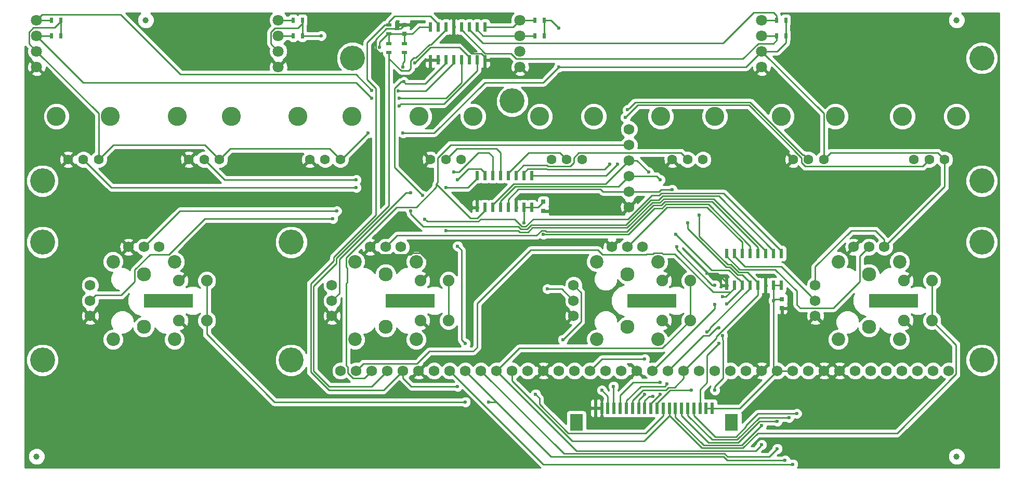
<source format=gbr>
G04 #@! TF.FileFunction,Copper,L1,Top,Signal*
%FSLAX46Y46*%
G04 Gerber Fmt 4.6, Leading zero omitted, Abs format (unit mm)*
G04 Created by KiCad (PCBNEW 4.0.4-stable) date 08/15/17 17:17:09*
%MOMM*%
%LPD*%
G01*
G04 APERTURE LIST*
%ADD10C,0.100000*%
%ADD11C,4.064000*%
%ADD12C,1.000000*%
%ADD13C,1.727200*%
%ADD14R,0.750000X0.800000*%
%ADD15R,0.600000X1.500000*%
%ADD16R,8.000000X2.200000*%
%ADD17C,2.200000*%
%ADD18C,1.900000*%
%ADD19C,2.300000*%
%ADD20R,0.600000X1.900000*%
%ADD21R,2.100000X2.800000*%
%ADD22R,0.900000X0.500000*%
%ADD23R,0.500000X0.900000*%
%ADD24R,0.550000X1.500000*%
%ADD25C,1.800000*%
%ADD26C,3.100000*%
%ADD27C,1.600000*%
%ADD28C,0.600000*%
%ADD29C,0.250000*%
%ADD30C,0.254000*%
G04 APERTURE END LIST*
D10*
D11*
X80000000Y45220000D03*
X3500000Y32220000D03*
X156500000Y32220000D03*
D12*
X2540000Y-12700000D03*
D11*
X156500000Y3000000D03*
X44000000Y3000000D03*
X3500000Y3000000D03*
D13*
X77470000Y1270000D03*
X102870000Y1270000D03*
X59690000Y1270000D03*
X52070000Y1270000D03*
X54610000Y1270000D03*
X57150000Y1270000D03*
X62230000Y1270000D03*
X72390000Y1270000D03*
X64770000Y1270000D03*
X67310000Y1270000D03*
X69850000Y1270000D03*
X74930000Y1270000D03*
X85090000Y1270000D03*
X77470000Y1270000D03*
X80010000Y1270000D03*
X82550000Y1270000D03*
X87630000Y1270000D03*
X97790000Y1270000D03*
X90170000Y1270000D03*
X92710000Y1270000D03*
X95250000Y1270000D03*
X100330000Y1270000D03*
X110490000Y1270000D03*
X102870000Y1270000D03*
X105410000Y1270000D03*
X107950000Y1270000D03*
X113030000Y1270000D03*
X123190000Y1270000D03*
X115570000Y1270000D03*
X118110000Y1270000D03*
X120650000Y1270000D03*
X125730000Y1270000D03*
X135890000Y1270000D03*
X128270000Y1270000D03*
X130810000Y1270000D03*
X133350000Y1270000D03*
X138430000Y1270000D03*
X148590000Y1270000D03*
X140970000Y1270000D03*
X143510000Y1270000D03*
X146050000Y1270000D03*
X151130000Y1270000D03*
D14*
X123952000Y12942000D03*
X123952000Y11442000D03*
D15*
X123825000Y15180000D03*
X123825000Y20380000D03*
X122555000Y15180000D03*
X122555000Y20380000D03*
X121285000Y15180000D03*
X121285000Y20380000D03*
X120015000Y15180000D03*
X120015000Y20380000D03*
X118745000Y15180000D03*
X118745000Y20380000D03*
X117475000Y15180000D03*
X117475000Y20380000D03*
X116205000Y15180000D03*
X116205000Y20380000D03*
X114935000Y15180000D03*
X114935000Y20380000D03*
D11*
X3500000Y22220000D03*
D12*
X20320000Y58420000D03*
X152400000Y-12700000D03*
D11*
X156500000Y22220000D03*
X156500000Y52220000D03*
D12*
X152400000Y58420000D03*
D11*
X54000000Y52220000D03*
X44000000Y22220000D03*
D16*
X102742500Y12700000D03*
D17*
X93742500Y6375000D03*
X93742500Y19025000D03*
X103742500Y6375000D03*
X103742500Y19025000D03*
D13*
X90012500Y12700000D03*
X90012500Y15200000D03*
X90012500Y10200000D03*
D18*
X104492500Y9450000D03*
X108992500Y9450000D03*
X104492500Y15950000D03*
X108992500Y15950000D03*
D19*
X98742500Y8400000D03*
X98742500Y17000000D03*
D13*
X98742500Y21430000D03*
X101242500Y21430000D03*
X96242500Y21430000D03*
D16*
X142112500Y12700000D03*
D17*
X133112500Y6375000D03*
X133112500Y19025000D03*
X143112500Y6375000D03*
X143112500Y19025000D03*
D13*
X129382500Y12700000D03*
X129382500Y15200000D03*
X129382500Y10200000D03*
D18*
X143862500Y9450000D03*
X148362500Y9450000D03*
X143862500Y15950000D03*
X148362500Y15950000D03*
D19*
X138112500Y8400000D03*
X138112500Y17000000D03*
D13*
X138112500Y21430000D03*
X140612500Y21430000D03*
X135612500Y21430000D03*
D16*
X24002500Y12700000D03*
D17*
X15002500Y6375000D03*
X15002500Y19025000D03*
X25002500Y6375000D03*
X25002500Y19025000D03*
D13*
X11272500Y12700000D03*
X11272500Y15200000D03*
X11272500Y10200000D03*
D18*
X25752500Y9450000D03*
X30252500Y9450000D03*
X25752500Y15950000D03*
X30252500Y15950000D03*
D19*
X20002500Y8400000D03*
X20002500Y17000000D03*
D13*
X20002500Y21430000D03*
X22502500Y21430000D03*
X17502500Y21430000D03*
D16*
X63372500Y12700000D03*
D17*
X54372500Y6375000D03*
X54372500Y19025000D03*
X64372500Y6375000D03*
X64372500Y19025000D03*
D13*
X50642500Y12700000D03*
X50642500Y15200000D03*
X50642500Y10200000D03*
D18*
X65122500Y9450000D03*
X69622500Y9450000D03*
X65122500Y15950000D03*
X69622500Y15950000D03*
D19*
X59372500Y8400000D03*
X59372500Y17000000D03*
D13*
X59372500Y21430000D03*
X61872500Y21430000D03*
X56872500Y21430000D03*
D20*
X93600000Y-4826000D03*
X94600000Y-4826000D03*
X95600000Y-4826000D03*
X96600000Y-4826000D03*
X97600000Y-4826000D03*
X98600000Y-4826000D03*
X99600000Y-4826000D03*
X100600000Y-4826000D03*
X101600000Y-4826000D03*
X102600000Y-4826000D03*
X103600000Y-4826000D03*
X104600000Y-4826000D03*
X105600000Y-4826000D03*
X106600000Y-4826000D03*
X107600000Y-4826000D03*
X108600000Y-4826000D03*
D21*
X115750000Y-7176000D03*
X90450000Y-7176000D03*
D20*
X109600000Y-4826000D03*
X110600000Y-4826000D03*
X111600000Y-4826000D03*
X112600000Y-4826000D03*
D14*
X85090000Y28805000D03*
X85090000Y27305000D03*
X62484000Y56146000D03*
X62484000Y57646000D03*
D22*
X59944000Y54598000D03*
X59944000Y53098000D03*
D23*
X6465000Y55880000D03*
X4965000Y55880000D03*
X45835000Y55880000D03*
X44335000Y55880000D03*
X85205000Y55880000D03*
X83705000Y55880000D03*
X124575000Y55880000D03*
X123075000Y55880000D03*
D22*
X59944000Y56146000D03*
X59944000Y57646000D03*
D23*
X6465000Y58420000D03*
X4965000Y58420000D03*
X45835000Y58420000D03*
X44335000Y58420000D03*
X85205000Y58420000D03*
X83705000Y58420000D03*
X124575000Y58420000D03*
X123075000Y58420000D03*
D22*
X62484000Y54598000D03*
X62484000Y53098000D03*
D15*
X83185000Y27880000D03*
X83185000Y33080000D03*
X81915000Y27880000D03*
X81915000Y33080000D03*
X80645000Y27880000D03*
X80645000Y33080000D03*
X79375000Y27880000D03*
X79375000Y33080000D03*
X78105000Y27880000D03*
X78105000Y33080000D03*
X76835000Y27880000D03*
X76835000Y33080000D03*
X75565000Y27880000D03*
X75565000Y33080000D03*
X74295000Y27880000D03*
X74295000Y33080000D03*
D24*
X66675000Y57310000D03*
X66675000Y51910000D03*
X67945000Y57310000D03*
X67945000Y51910000D03*
X69215000Y57310000D03*
X69215000Y51910000D03*
X70485000Y57310000D03*
X70485000Y51910000D03*
X71755000Y57310000D03*
X71755000Y51910000D03*
X73025000Y57310000D03*
X73025000Y51910000D03*
X74295000Y57310000D03*
X74295000Y51910000D03*
X75565000Y57310000D03*
X75565000Y51910000D03*
D25*
X2540000Y50800000D03*
X2540000Y53340000D03*
X2540000Y55880000D03*
X2540000Y58420000D03*
X41910000Y50800000D03*
X41910000Y53340000D03*
X41910000Y55880000D03*
X41910000Y58420000D03*
X81280000Y50800000D03*
X81280000Y53340000D03*
X81280000Y55880000D03*
X81280000Y58420000D03*
X120650000Y50800000D03*
X120650000Y53340000D03*
X120650000Y55880000D03*
X120650000Y58420000D03*
D26*
X143560800Y42700000D03*
X152349200Y42700000D03*
D27*
X145455000Y35689600D03*
X147955000Y35689600D03*
X150455000Y35689600D03*
D26*
X123875800Y42700000D03*
X132664200Y42700000D03*
D27*
X125770000Y35689600D03*
X128270000Y35689600D03*
X130770000Y35689600D03*
D26*
X104190800Y42700000D03*
X112979200Y42700000D03*
D27*
X106085000Y35689600D03*
X108585000Y35689600D03*
X111085000Y35689600D03*
D26*
X84505800Y42700000D03*
X93294200Y42700000D03*
D27*
X86400000Y35689600D03*
X88900000Y35689600D03*
X91400000Y35689600D03*
D26*
X64820800Y42700000D03*
X73609200Y42700000D03*
D27*
X66715000Y35689600D03*
X69215000Y35689600D03*
X71715000Y35689600D03*
D26*
X45135800Y42700000D03*
X53924200Y42700000D03*
D27*
X47030000Y35689600D03*
X49530000Y35689600D03*
X52030000Y35689600D03*
D26*
X25450800Y42700000D03*
X34239200Y42700000D03*
D27*
X27345000Y35689600D03*
X29845000Y35689600D03*
X32345000Y35689600D03*
D26*
X5765800Y42700000D03*
X14554200Y42700000D03*
D27*
X7660000Y35689600D03*
X10160000Y35689600D03*
X12660000Y35689600D03*
D13*
X99060000Y38100000D03*
X99060000Y27940000D03*
X99060000Y30480000D03*
X99060000Y33020000D03*
X99060000Y35560000D03*
X99060000Y40640000D03*
D28*
X71755000Y29210000D03*
X111760000Y17145000D03*
X106680000Y8255000D03*
X65405000Y49530000D03*
X58420000Y49530000D03*
X113030000Y15240000D03*
X106840000Y21430000D03*
X81915000Y25400000D03*
X88265000Y6350000D03*
X113030000Y12065000D03*
X122555000Y12700000D03*
X48895000Y55880000D03*
X58420000Y53975000D03*
X56515000Y40005000D03*
X62230000Y40005000D03*
X87630000Y57150000D03*
X87630000Y50800000D03*
X104140000Y-2540000D03*
X101600000Y3175000D03*
X94615000Y-1905000D03*
X96520000Y-1270000D03*
X71120000Y-1270000D03*
X106046411Y30815065D03*
X110490000Y26670000D03*
X108585000Y25400000D03*
X104140000Y32385000D03*
X104140000Y-635000D03*
X111760000Y7620000D03*
X106680000Y23495000D03*
X105227153Y-892484D03*
X102235000Y33655000D03*
X114935000Y12190000D03*
X114300000Y13335000D03*
X114300000Y6985000D03*
X113030000Y-1905000D03*
X109220000Y-1905000D03*
X83820000Y-2540000D03*
X62354449Y48384449D03*
X72390000Y5715000D03*
X71120000Y21590000D03*
X65405000Y29845000D03*
X62230000Y50800000D03*
X125730000Y-13970000D03*
X126365000Y-5715000D03*
X76200000Y-3810000D03*
X72390000Y-3810000D03*
X124460000Y-13335000D03*
X125095000Y-6350000D03*
X123190000Y-6985000D03*
X123190000Y-11430000D03*
X120650000Y-7620000D03*
X120650000Y-10795000D03*
X65787797Y25982961D03*
X50800000Y26035000D03*
X63499984Y27305000D03*
X51435000Y27305000D03*
X63500000Y30314987D03*
X69215000Y24130000D03*
X85725000Y14605000D03*
X85090000Y23495000D03*
X113665000Y5715000D03*
X113665000Y8255000D03*
X101600000Y-2540000D03*
X102924311Y-2871790D03*
X69215000Y31115000D03*
X54610000Y31115000D03*
X54610000Y32385000D03*
X71120000Y32385000D03*
X70485000Y33655000D03*
X98796501Y43800399D03*
X95885000Y34925000D03*
X95885000Y34925000D03*
X98425000Y42545000D03*
X97155000Y34925000D03*
X61595000Y45720000D03*
X57150000Y45720000D03*
X61595000Y44450000D03*
X61470551Y46865551D03*
X57150000Y46990000D03*
X64135000Y51435000D03*
D29*
X73085000Y27880000D02*
X71755000Y29210000D01*
X74295000Y27880000D02*
X73085000Y27880000D01*
X65122500Y15950000D02*
X66072499Y16899999D01*
X66072499Y16899999D02*
X66072499Y19434003D01*
X58061101Y20241399D02*
X57736099Y20566401D01*
X66072499Y19434003D02*
X65056501Y20450001D01*
X65056501Y20450001D02*
X63688499Y20450001D01*
X63688499Y20450001D02*
X63479897Y20241399D01*
X63479897Y20241399D02*
X58061101Y20241399D01*
X57736099Y20566401D02*
X56872500Y21430000D01*
X113420000Y17145000D02*
X111760000Y17145000D01*
X114935000Y15180000D02*
X114935000Y15630000D01*
X114935000Y15630000D02*
X113420000Y17145000D01*
X106434999Y8500001D02*
X106680000Y8255000D01*
X104492500Y9450000D02*
X105442499Y8500001D01*
X105442499Y8500001D02*
X106434999Y8500001D01*
X74964999Y52985001D02*
X75565000Y52385000D01*
X70485000Y57310000D02*
X70485000Y55880000D01*
X70485000Y55880000D02*
X73379999Y52985001D01*
X73379999Y52985001D02*
X74964999Y52985001D01*
X75565000Y52385000D02*
X75565000Y51910000D01*
X66675000Y50800000D02*
X66675000Y51910000D01*
X65405000Y49530000D02*
X66675000Y50800000D01*
X58420000Y53049998D02*
X58420000Y49530000D01*
X62484000Y57621000D02*
X61859000Y56996000D01*
X62484000Y57646000D02*
X62484000Y57621000D01*
X57794999Y53674999D02*
X58420000Y53049998D01*
X61859000Y56996000D02*
X59508998Y56996000D01*
X59508998Y56996000D02*
X57794999Y55282001D01*
X57794999Y55282001D02*
X57794999Y53674999D01*
X106840000Y21005736D02*
X106840000Y21430000D01*
X112605736Y15240000D02*
X106840000Y21005736D01*
X113030000Y15240000D02*
X112605736Y15240000D01*
X83185000Y27880000D02*
X84190000Y27880000D01*
X84190000Y27880000D02*
X85090000Y28780000D01*
X85090000Y28780000D02*
X85090000Y28805000D01*
X81915000Y27880000D02*
X83185000Y27880000D01*
X81915000Y27880000D02*
X81915000Y25400000D01*
X91201101Y9286101D02*
X88265000Y6350000D01*
X90012500Y15200000D02*
X91201101Y14011399D01*
X91201101Y14011399D02*
X91201101Y9286101D01*
X113030000Y11430000D02*
X113030000Y12065000D01*
X102870000Y1270000D02*
X113030000Y11430000D01*
X112600000Y-4826000D02*
X111600000Y-4826000D01*
X123190000Y1270000D02*
X117094000Y-4826000D01*
X117094000Y-4826000D02*
X112600000Y-4826000D01*
X123190000Y1270000D02*
X125730000Y1270000D01*
X122555000Y12700000D02*
X122555000Y1905000D01*
X122555000Y1905000D02*
X123190000Y1270000D01*
X123952000Y12942000D02*
X122797000Y12942000D01*
X122797000Y12942000D02*
X122555000Y12700000D01*
X122555000Y15180000D02*
X123825000Y15180000D01*
X122555000Y12700000D02*
X122555000Y15180000D01*
X135255000Y24130000D02*
X129382500Y18257500D01*
X129382500Y18257500D02*
X129382500Y15200000D01*
X139133814Y24130000D02*
X135255000Y24130000D01*
X140612500Y21430000D02*
X140612500Y22651314D01*
X140612500Y22651314D02*
X139133814Y24130000D01*
X48895000Y55880000D02*
X45835000Y55880000D01*
X58420000Y54822000D02*
X58420000Y53975000D01*
X59944000Y56146000D02*
X59744000Y56146000D01*
X59744000Y56146000D02*
X58420000Y54822000D01*
X59944000Y56146000D02*
X59944000Y54598000D01*
X62484000Y56146000D02*
X61859000Y56146000D01*
X61859000Y56146000D02*
X59944000Y56146000D01*
X62484000Y56146000D02*
X62484000Y54598000D01*
X64930000Y57310000D02*
X63766000Y56146000D01*
X63766000Y56146000D02*
X62484000Y56146000D01*
X66675000Y57310000D02*
X64930000Y57310000D01*
X41910000Y53340000D02*
X40684999Y54565001D01*
X40684999Y54565001D02*
X40684999Y56468001D01*
X45835000Y57900000D02*
X45835000Y58420000D01*
X40684999Y56468001D02*
X41366998Y57150000D01*
X41366998Y57150000D02*
X45085000Y57150000D01*
X45085000Y57150000D02*
X45835000Y57900000D01*
X45835000Y58420000D02*
X45835000Y55880000D01*
X6465000Y58420000D02*
X6465000Y55880000D01*
X2540000Y53340000D02*
X1314999Y54565001D01*
X1314999Y54565001D02*
X1314999Y56468001D01*
X1314999Y56468001D02*
X2041997Y57194999D01*
X2041997Y57194999D02*
X5439999Y57194999D01*
X5439999Y57194999D02*
X6465000Y58220000D01*
X6465000Y58220000D02*
X6465000Y58420000D01*
X12660000Y35689600D02*
X12660000Y43220000D01*
X12660000Y43220000D02*
X2540000Y53340000D01*
X29934600Y38100000D02*
X15070400Y38100000D01*
X15070400Y38100000D02*
X12660000Y35689600D01*
X32345000Y35689600D02*
X29934600Y38100000D01*
X50254600Y37465000D02*
X34120400Y37465000D01*
X34120400Y37465000D02*
X32345000Y35689600D01*
X52030000Y35689600D02*
X50254600Y37465000D01*
X56515000Y40005000D02*
X52199600Y35689600D01*
X52199600Y35689600D02*
X52030000Y35689600D01*
X67310000Y40005000D02*
X62230000Y40005000D01*
X75565000Y48260000D02*
X67310000Y40005000D01*
X85090000Y48260000D02*
X75565000Y48260000D01*
X87630000Y50800000D02*
X85090000Y48260000D01*
X85205000Y58420000D02*
X85205000Y55880000D01*
X87630000Y57150000D02*
X86360000Y58420000D01*
X86360000Y58420000D02*
X85205000Y58420000D01*
X118110000Y50800000D02*
X87630000Y50800000D01*
X119750001Y52440001D02*
X118110000Y50800000D01*
X120650000Y53340000D02*
X119750001Y52440001D01*
X124575000Y58420000D02*
X124575000Y55880000D01*
X123190000Y53340000D02*
X124575000Y54725000D01*
X124575000Y54725000D02*
X124575000Y55880000D01*
X120650000Y53340000D02*
X123190000Y53340000D01*
X130770000Y35689600D02*
X130770000Y43220000D01*
X130770000Y43220000D02*
X120650000Y53340000D01*
X150455000Y35689600D02*
X149329999Y36814601D01*
X149329999Y36814601D02*
X131895001Y36814601D01*
X131895001Y36814601D02*
X131569999Y36489599D01*
X131569999Y36489599D02*
X130770000Y35689600D01*
X140612500Y21430000D02*
X150455000Y31272500D01*
X150455000Y31272500D02*
X150455000Y35689600D01*
X102600000Y-4080000D02*
X102600000Y-4826000D01*
X104140000Y-2540000D02*
X102600000Y-4080000D01*
X94615000Y3175000D02*
X101600000Y3175000D01*
X92710000Y1270000D02*
X94615000Y3175000D01*
X50165000Y-1270000D02*
X57150000Y-1270000D01*
X47625000Y1270000D02*
X50165000Y-1270000D01*
X47625000Y15022913D02*
X47625000Y1270000D01*
X58826401Y406401D02*
X59690000Y1270000D01*
X51381090Y18779003D02*
X47625000Y15022913D01*
X59944000Y28195410D02*
X51381090Y19632501D01*
X59944000Y46734590D02*
X59944000Y28195410D01*
X59874991Y47176401D02*
X59874991Y46803599D01*
X59944000Y47245410D02*
X59874991Y47176401D01*
X59874991Y46803599D02*
X59944000Y46734590D01*
X59944000Y53098000D02*
X59944000Y47245410D01*
X57150000Y-1270000D02*
X58826401Y406401D01*
X51381090Y19632501D02*
X51381090Y18779003D01*
X66488600Y54425011D02*
X66805011Y54425011D01*
X69215000Y56835000D02*
X69215000Y57310000D01*
X64318580Y52254991D02*
X66488600Y54425011D01*
X63974995Y52254991D02*
X64318580Y52254991D01*
X63165002Y50174998D02*
X63490002Y50499998D01*
X61929998Y50174998D02*
X63165002Y50174998D01*
X66805011Y54425011D02*
X69215000Y56835000D01*
X63490002Y51769998D02*
X63974995Y52254991D01*
X59944000Y52160996D02*
X61929998Y50174998D01*
X59944000Y53098000D02*
X59944000Y52160996D01*
X63490002Y50499998D02*
X63490002Y51769998D01*
X95600000Y-2890000D02*
X95600000Y-4826000D01*
X94615000Y-1905000D02*
X95600000Y-2890000D01*
X59055000Y-1905000D02*
X61366401Y406401D01*
X50163589Y-1905000D02*
X59055000Y-1905000D01*
X47174989Y1083600D02*
X50163589Y-1905000D01*
X61366401Y406401D02*
X62230000Y1270000D01*
X47174989Y15426400D02*
X47174989Y1083600D01*
X50931079Y19818901D02*
X50931079Y19182490D01*
X57775002Y26662824D02*
X50931079Y19818901D01*
X56357001Y48708003D02*
X57775002Y47290002D01*
X50931079Y19182490D02*
X47174989Y15426400D01*
X59944000Y57646000D02*
X59244000Y57646000D01*
X59244000Y57646000D02*
X56357001Y54759001D01*
X56357001Y54759001D02*
X56357001Y48708003D01*
X57775002Y47290002D02*
X57775002Y26662824D01*
X96520000Y-1270000D02*
X96520000Y-4746000D01*
X96520000Y-4746000D02*
X96600000Y-4826000D01*
X63548686Y-1270000D02*
X71120000Y-1270000D01*
X62230000Y1270000D02*
X62230000Y48686D01*
X62230000Y48686D02*
X63548686Y-1270000D01*
X59944000Y57646000D02*
X59944000Y58146000D01*
X59944000Y58146000D02*
X60853000Y59055000D01*
X60853000Y59055000D02*
X66675000Y59055000D01*
X66675000Y59055000D02*
X67945000Y57785000D01*
X67945000Y57785000D02*
X67945000Y57310000D01*
X115080009Y18599989D02*
X110490000Y23189998D01*
X120015000Y15180000D02*
X120015000Y15630000D01*
X110490000Y26245736D02*
X110490000Y26670000D01*
X115628601Y18599989D02*
X115080009Y18599989D01*
X116898600Y17329989D02*
X115628601Y18599989D01*
X118315011Y17329989D02*
X116898600Y17329989D01*
X120015000Y15630000D02*
X118315011Y17329989D01*
X110490000Y23189998D02*
X110490000Y26245736D01*
X105622147Y30815065D02*
X106046411Y30815065D01*
X104309099Y30815065D02*
X105622147Y30815065D01*
X99060000Y30480000D02*
X103974034Y30480000D01*
X103974034Y30480000D02*
X104309099Y30815065D01*
X108813599Y2133599D02*
X107950000Y1270000D01*
X120015000Y13625004D02*
X113214989Y6824993D01*
X120015000Y15180000D02*
X120015000Y13625004D01*
X113214989Y6534989D02*
X108813599Y2133599D01*
X113214989Y6824993D02*
X113214989Y6534989D01*
X107950000Y48686D02*
X106446325Y-1454989D01*
X99600000Y-3626000D02*
X99600000Y-4826000D01*
X105499598Y-1454989D02*
X105049588Y-1905000D01*
X107950000Y1270000D02*
X107950000Y48686D01*
X105049588Y-1905000D02*
X101321000Y-1905000D01*
X101321000Y-1905000D02*
X99600000Y-3626000D01*
X106446325Y-1454989D02*
X105499598Y-1454989D01*
X81014978Y30849978D02*
X79375000Y29210000D01*
X99060000Y30480000D02*
X94771464Y30480000D01*
X94771464Y30480000D02*
X94401486Y30849978D01*
X94401486Y30849978D02*
X81014978Y30849978D01*
X79375000Y29210000D02*
X79375000Y27880000D01*
X114893609Y18149978D02*
X108585000Y24458587D01*
X108585000Y24458587D02*
X108585000Y24975736D01*
X117495022Y16879978D02*
X116712200Y16879978D01*
X118745000Y15630000D02*
X117495022Y16879978D01*
X118745000Y15180000D02*
X118745000Y15630000D01*
X116712200Y16879978D02*
X115442201Y18149978D01*
X115442201Y18149978D02*
X114893609Y18149978D01*
X108585000Y24975736D02*
X108585000Y25400000D01*
X78105000Y28880000D02*
X78105000Y27880000D01*
X80524989Y31299989D02*
X78105000Y28880000D01*
X97339989Y31299989D02*
X80524989Y31299989D01*
X99060000Y33020000D02*
X97339989Y31299989D01*
X104140000Y32385000D02*
X103505000Y33020000D01*
X103505000Y33020000D02*
X99060000Y33020000D01*
X99695000Y-635000D02*
X97600000Y-2730000D01*
X97600000Y-2730000D02*
X97600000Y-4826000D01*
X104140000Y-635000D02*
X99695000Y-635000D01*
X112270000Y8255000D02*
X112270000Y8130000D01*
X112270000Y8130000D02*
X111760000Y7620000D01*
X118745000Y15180000D02*
X118745000Y14730000D01*
X118745000Y14730000D02*
X112270000Y8255000D01*
X80255000Y31750000D02*
X76835000Y28330000D01*
X76835000Y28330000D02*
X76835000Y27880000D01*
X99060000Y35560000D02*
X95250000Y31750000D01*
X95250000Y31750000D02*
X80255000Y31750000D01*
X106979999Y23195001D02*
X106680000Y23495000D01*
X112475033Y17699967D02*
X106979999Y23195001D01*
X115255801Y17699967D02*
X112475033Y17699967D01*
X116775768Y16180000D02*
X115255801Y17699967D01*
X117475000Y15180000D02*
X117475000Y15630000D01*
X117475000Y15630000D02*
X116925000Y16180000D01*
X116925000Y16180000D02*
X116775768Y16180000D01*
X104927154Y-1192483D02*
X105227153Y-892484D01*
X98600000Y-3626000D02*
X100956000Y-1270000D01*
X98600000Y-4826000D02*
X98600000Y-3626000D01*
X104849637Y-1270000D02*
X104927154Y-1192483D01*
X100956000Y-1270000D02*
X104849637Y-1270000D01*
X102235000Y33655000D02*
X100330000Y35560000D01*
X100330000Y35560000D02*
X99060000Y35560000D01*
X117475000Y15180000D02*
X117475000Y14730000D01*
X117475000Y14730000D02*
X114935000Y12190000D01*
X116205000Y14730000D02*
X115579999Y14104999D01*
X64518103Y2458601D02*
X55798601Y2458601D01*
X115579999Y14104999D02*
X112724503Y14104999D01*
X74295000Y5080000D02*
X73660000Y4445000D01*
X112724503Y14104999D02*
X106509502Y20320000D01*
X93978589Y20955000D02*
X83014502Y20955000D01*
X101912300Y20320000D02*
X101833699Y20241399D01*
X106509502Y20320000D02*
X104556502Y20320000D01*
X104556502Y20320000D02*
X104426501Y20450001D01*
X74295000Y12235498D02*
X74295000Y5080000D01*
X94692190Y20241399D02*
X93978589Y20955000D01*
X101833699Y20241399D02*
X94692190Y20241399D01*
X104426501Y20450001D02*
X103058499Y20450001D01*
X103058499Y20450001D02*
X102928498Y20320000D01*
X102928498Y20320000D02*
X101912300Y20320000D01*
X83014502Y20955000D02*
X74295000Y12235498D01*
X73660000Y4445000D02*
X66504502Y4445000D01*
X66504502Y4445000D02*
X64518103Y2458601D01*
X55798601Y2458601D02*
X55473599Y2133599D01*
X55473599Y2133599D02*
X54610000Y1270000D01*
X114300000Y13335000D02*
X114810000Y13335000D01*
X114810000Y13335000D02*
X116205000Y14730000D01*
X116205000Y14730000D02*
X116205000Y15180000D01*
X114381399Y6268601D02*
X114300000Y6350000D01*
X114300000Y6350000D02*
X114300000Y6985000D01*
X113030000Y-1270000D02*
X114381399Y81399D01*
X114381399Y81399D02*
X114381399Y6268601D01*
X113030000Y-1905000D02*
X113030000Y-1270000D01*
X105685998Y-1905000D02*
X109220000Y-1905000D01*
X103600000Y-3990998D02*
X105685998Y-1905000D01*
X103600000Y-4826000D02*
X103600000Y-3990998D01*
X56286401Y406401D02*
X57150000Y1270000D01*
X55961399Y81399D02*
X56286401Y406401D01*
X53258601Y862269D02*
X54039471Y81399D01*
X64415005Y27930001D02*
X61168499Y27930001D01*
X52947499Y15481089D02*
X52947499Y2151631D01*
X53155009Y15688599D02*
X52947499Y15481089D01*
X53155009Y17966401D02*
X53155009Y15688599D01*
X54039471Y81399D02*
X55961399Y81399D01*
X53258601Y1840529D02*
X53258601Y862269D01*
X52947499Y19709001D02*
X52947499Y18173911D01*
X61168499Y27930001D02*
X52947499Y19709001D01*
X52947499Y18173911D02*
X53155009Y17966401D01*
X67654998Y31169994D02*
X64415005Y27930001D01*
X52947499Y2151631D02*
X53258601Y1840529D01*
X67654998Y31750000D02*
X67654998Y31169994D01*
X67840001Y31935003D02*
X67654998Y31750000D01*
X74295000Y26160000D02*
X73244998Y26160000D01*
X73244998Y26160000D02*
X67654998Y31750000D01*
X75565000Y27880000D02*
X75565000Y27430000D01*
X75565000Y27430000D02*
X74295000Y26160000D01*
X69960398Y38100000D02*
X67840001Y35979603D01*
X67840001Y35979603D02*
X67840001Y31935003D01*
X99060000Y38100000D02*
X69960398Y38100000D01*
X84455000Y-4216002D02*
X84455000Y-3175000D01*
X84455000Y-3175000D02*
X83820000Y-2540000D01*
X104600000Y-6026000D02*
X101724999Y-8901001D01*
X104600000Y-4826000D02*
X104600000Y-6026000D01*
X101724999Y-8901001D02*
X89139999Y-8901001D01*
X89139999Y-8901001D02*
X84455000Y-4216002D01*
X61930185Y48384449D02*
X62354449Y48384449D01*
X69215000Y51910000D02*
X69215000Y51435000D01*
X65405000Y29845000D02*
X60845550Y34404450D01*
X60845550Y34404450D02*
X60845550Y47299814D01*
X69215000Y51435000D02*
X65864450Y48084450D01*
X65864450Y48084450D02*
X62654448Y48084450D01*
X62654448Y48084450D02*
X62354449Y48384449D01*
X60845550Y47299814D02*
X61930185Y48384449D01*
X71755000Y6350000D02*
X72390000Y5715000D01*
X71755000Y20955000D02*
X71755000Y6350000D01*
X71120000Y21590000D02*
X71755000Y20955000D01*
X62484000Y51689000D02*
X62230000Y51435000D01*
X62230000Y51435000D02*
X62230000Y50800000D01*
X62484000Y53098000D02*
X62484000Y51689000D01*
X125730000Y-13970000D02*
X85090000Y-13970000D01*
X85090000Y-13970000D02*
X69850000Y1270000D01*
X120015000Y-5715000D02*
X126365000Y-5715000D01*
X118110000Y-7620000D02*
X120015000Y-5715000D01*
X118110000Y-7851002D02*
X118110000Y-7620000D01*
X116436002Y-9525000D02*
X118110000Y-7851002D01*
X113099000Y-9525000D02*
X116436002Y-9525000D01*
X109600000Y-6026000D02*
X113099000Y-9525000D01*
X109600000Y-4826000D02*
X109600000Y-6026000D01*
X77470000Y-3810000D02*
X72390000Y1270000D01*
X86360000Y-12700000D02*
X77470000Y-3810000D01*
X77470000Y-3810000D02*
X76200000Y-3810000D01*
X41275000Y-3810000D02*
X72390000Y-3810000D01*
X30252500Y7212500D02*
X41275000Y-3810000D01*
X30252500Y9450000D02*
X30252500Y7212500D01*
X30252500Y15950000D02*
X30252500Y14606498D01*
X30252500Y14606498D02*
X30252500Y9450000D01*
X124670736Y-6350000D02*
X125095000Y-6350000D01*
X120247412Y-6350000D02*
X124670736Y-6350000D01*
X112549011Y-9975011D02*
X116622401Y-9975011D01*
X108600000Y-6026000D02*
X112549011Y-9975011D01*
X108600000Y-4826000D02*
X108600000Y-6026000D01*
X116622401Y-9975011D02*
X120247412Y-6350000D01*
X114420532Y-12700000D02*
X86360000Y-12700000D01*
X124460000Y-13335000D02*
X115055532Y-13335000D01*
X115055532Y-13335000D02*
X114420532Y-12700000D01*
X69622500Y15950000D02*
X69622500Y14606498D01*
X69622500Y14606498D02*
X69622500Y9450000D01*
X107600000Y-6026000D02*
X107600000Y-4826000D01*
X111999022Y-10425022D02*
X107600000Y-6026000D01*
X120248823Y-6985000D02*
X116808801Y-10425022D01*
X123190000Y-6985000D02*
X120248823Y-6985000D01*
X116808801Y-10425022D02*
X111999022Y-10425022D01*
X121920000Y-12700000D02*
X122890001Y-11729999D01*
X115056942Y-12700000D02*
X121920000Y-12700000D01*
X114606932Y-12249989D02*
X115056942Y-12700000D01*
X122890001Y-11729999D02*
X123190000Y-11430000D01*
X74930000Y1270000D02*
X88449989Y-12249989D01*
X88449989Y-12249989D02*
X114606932Y-12249989D01*
X106600000Y-6026000D02*
X106600000Y-4826000D01*
X120350001Y-7924232D02*
X117399200Y-10875033D01*
X106600000Y-6271410D02*
X106600000Y-6026000D01*
X120650000Y-7620000D02*
X120350001Y-7919999D01*
X111203623Y-10875033D02*
X106600000Y-6271410D01*
X117399200Y-10875033D02*
X111203623Y-10875033D01*
X120350001Y-7919999D02*
X120350001Y-7924232D01*
X77470000Y1270000D02*
X90515055Y-11775055D01*
X90515055Y-11775055D02*
X119669945Y-11775055D01*
X119669945Y-11775055D02*
X120350001Y-11094999D01*
X120350001Y-11094999D02*
X120650000Y-10795000D01*
X108992500Y9450000D02*
X104492499Y4949999D01*
X104492499Y4949999D02*
X81149999Y4949999D01*
X81149999Y4949999D02*
X78333599Y2133599D01*
X78333599Y2133599D02*
X77470000Y1270000D01*
X108992500Y15950000D02*
X108992500Y9450000D01*
X148362500Y9450000D02*
X152318601Y5493899D01*
X120009643Y-8901001D02*
X117585600Y-11325044D01*
X152318601Y5493899D02*
X152318601Y699471D01*
X117585600Y-11325044D02*
X110899044Y-11325044D01*
X142718129Y-8901001D02*
X120009643Y-8901001D01*
X152318601Y699471D02*
X142718129Y-8901001D01*
X110899044Y-11325044D02*
X105600000Y-6026000D01*
X80010000Y48686D02*
X80010000Y1270000D01*
X105600000Y-6026000D02*
X101466000Y-10160000D01*
X80010000Y-407413D02*
X80010000Y48686D01*
X101466000Y-10160000D02*
X89762587Y-10160000D01*
X89762587Y-10160000D02*
X80010000Y-407413D01*
X148362500Y15950000D02*
X148362500Y14606498D01*
X148362500Y14606498D02*
X148362500Y9450000D01*
X105600000Y-6026000D02*
X105600000Y-4826000D01*
X98862091Y25982961D02*
X83422963Y25982961D01*
X66185769Y25584989D02*
X66087796Y25682962D01*
X74879372Y25982961D02*
X74481400Y25584989D01*
X80407037Y25982961D02*
X74879372Y25982961D01*
X82215001Y24774999D02*
X81614999Y24774999D01*
X102724130Y29845000D02*
X98862091Y25982961D01*
X103975446Y29845000D02*
X102724130Y29845000D01*
X81614999Y24774999D02*
X80407037Y25982961D01*
X104320500Y30190055D02*
X103975446Y29845000D01*
X123825000Y20380000D02*
X123825000Y20830000D01*
X114464945Y30190055D02*
X104320500Y30190055D01*
X83422963Y25982961D02*
X82215001Y24774999D01*
X66087796Y25682962D02*
X65787797Y25982961D01*
X74481400Y25584989D02*
X66185769Y25584989D01*
X123825000Y20830000D02*
X114464945Y30190055D01*
X29903498Y26035000D02*
X50800000Y26035000D01*
X11272500Y12700000D02*
X12136099Y13563599D01*
X12136099Y13563599D02*
X16271101Y13563599D01*
X16271101Y13563599D02*
X18527499Y15819997D01*
X18527499Y15819997D02*
X18527499Y17708001D01*
X18527499Y17708001D02*
X21060897Y20241399D01*
X24109897Y20241399D02*
X29903498Y26035000D01*
X21060897Y20241399D02*
X24109897Y20241399D01*
X102620585Y29105044D02*
X98535565Y25020024D01*
X80988587Y24765000D02*
X65512784Y24765000D01*
X103871900Y29105044D02*
X102620585Y29105044D01*
X83096437Y25020024D02*
X82401401Y24324988D01*
X63499984Y26880736D02*
X63499984Y27305000D01*
X65512784Y24765000D02*
X63499984Y26777800D01*
X81428599Y24324988D02*
X80988587Y24765000D01*
X104506901Y29740044D02*
X103871900Y29105044D01*
X122555000Y20830000D02*
X113644956Y29740044D01*
X63499984Y26777800D02*
X63499984Y26880736D01*
X113644956Y29740044D02*
X104506901Y29740044D01*
X122555000Y20380000D02*
X122555000Y20830000D01*
X82401401Y24324988D02*
X81428599Y24324988D01*
X98535565Y25020024D02*
X83096437Y25020024D01*
X25877500Y27305000D02*
X51435000Y27305000D01*
X20002500Y21430000D02*
X25877500Y27305000D01*
X80987176Y24130000D02*
X69639264Y24130000D01*
X98721965Y24570013D02*
X83282837Y24570013D01*
X102806985Y28655033D02*
X98721965Y24570013D01*
X104058300Y28655033D02*
X102806985Y28655033D01*
X81242199Y23874977D02*
X80987176Y24130000D01*
X112824967Y29290033D02*
X104693301Y29290033D01*
X121285000Y20830000D02*
X112824967Y29290033D01*
X121285000Y20380000D02*
X121285000Y20830000D01*
X69639264Y24130000D02*
X69215000Y24130000D01*
X83282837Y24570013D02*
X82587801Y23874977D01*
X82587801Y23874977D02*
X81242199Y23874977D01*
X104693301Y29290033D02*
X104058300Y28655033D01*
X62699987Y30314987D02*
X63075736Y30314987D01*
X63075736Y30314987D02*
X63500000Y30314987D01*
X51831101Y13888601D02*
X51831101Y19446101D01*
X50642500Y12700000D02*
X51831101Y13888601D01*
X51831101Y19446101D02*
X62699987Y30314987D01*
X112554978Y28840022D02*
X120015000Y21380000D01*
X120015000Y21380000D02*
X120015000Y20380000D01*
X104879700Y28840022D02*
X112554978Y28840022D01*
X104244700Y28205022D02*
X104879700Y28840022D01*
X102993385Y28205022D02*
X104244700Y28205022D01*
X85564993Y23945011D02*
X98733374Y23945011D01*
X98733374Y23945011D02*
X102993385Y28205022D01*
X85390002Y24120002D02*
X85564993Y23945011D01*
X83980007Y23310011D02*
X84789998Y24120002D01*
X59372500Y21430000D02*
X61252511Y23310011D01*
X61252511Y23310011D02*
X83980007Y23310011D01*
X84789998Y24120002D02*
X85390002Y24120002D01*
X104431101Y27755011D02*
X103179785Y27755011D01*
X105066100Y28390011D02*
X104431101Y27755011D01*
X111946400Y28390011D02*
X105066100Y28390011D01*
X118745000Y21591411D02*
X111946400Y28390011D01*
X98919774Y23495000D02*
X85514264Y23495000D01*
X103179785Y27755011D02*
X98919774Y23495000D01*
X118745000Y20380000D02*
X118745000Y21591411D01*
X85514264Y23495000D02*
X85090000Y23495000D01*
X85725000Y14605000D02*
X88107500Y14605000D01*
X88107500Y14605000D02*
X90012500Y12700000D01*
X111760000Y27940000D02*
X117475000Y22225000D01*
X117475000Y22225000D02*
X117475000Y20380000D01*
X105252500Y27940000D02*
X111760000Y27940000D01*
X98742500Y21430000D02*
X105252500Y27940000D01*
X128518901Y13563599D02*
X129382500Y12700000D01*
X117904989Y18230011D02*
X123852489Y18230011D01*
X116205000Y19930000D02*
X117904989Y18230011D01*
X116205000Y20380000D02*
X116205000Y19930000D01*
X123852489Y18230011D02*
X128518901Y13563599D01*
X114935000Y20380000D02*
X114935000Y19930000D01*
X137248901Y20566401D02*
X138112500Y21430000D01*
X114935000Y19930000D02*
X117085000Y17780000D01*
X117085000Y17780000D02*
X122860002Y17780000D01*
X122860002Y17780000D02*
X126365000Y14275002D01*
X126365000Y12065000D02*
X126923899Y11506101D01*
X126365000Y14275002D02*
X126365000Y12065000D01*
X126923899Y11506101D02*
X132323603Y11506101D01*
X136637499Y19954999D02*
X137248901Y20566401D01*
X132323603Y11506101D02*
X136637499Y15819997D01*
X136637499Y15819997D02*
X136637499Y19954999D01*
X111760000Y-635000D02*
X110600000Y-1795000D01*
X110600000Y-1795000D02*
X110600000Y-4826000D01*
X111760000Y3810000D02*
X111760000Y-635000D01*
X113665000Y5715000D02*
X111760000Y3810000D01*
X113320002Y8255000D02*
X113665000Y8255000D01*
X105410000Y1270000D02*
X111134999Y6994999D01*
X111134999Y6994999D02*
X112060001Y6994999D01*
X112060001Y6994999D02*
X113320002Y8255000D01*
X101600000Y-2540000D02*
X100600000Y-3540000D01*
X100600000Y-3540000D02*
X100600000Y-4826000D01*
X102500047Y-2871790D02*
X102924311Y-2871790D01*
X102354210Y-2871790D02*
X102500047Y-2871790D01*
X101600000Y-3626000D02*
X102354210Y-2871790D01*
X101600000Y-4826000D02*
X101600000Y-3626000D01*
X69215000Y31115000D02*
X72780000Y31115000D01*
X72780000Y31115000D02*
X74295000Y32630000D01*
X74295000Y32630000D02*
X74295000Y33080000D01*
X14734600Y31115000D02*
X54610000Y31115000D01*
X10160000Y35689600D02*
X14734600Y31115000D01*
X54610000Y32385000D02*
X33149600Y32385000D01*
X33149600Y32385000D02*
X29845000Y35689600D01*
X72890001Y34155001D02*
X71120000Y32385000D01*
X75565000Y33080000D02*
X75565000Y33530000D01*
X75565000Y33530000D02*
X74939999Y34155001D01*
X74939999Y34155001D02*
X72890001Y34155001D01*
X76200000Y36830000D02*
X76835000Y36195000D01*
X76835000Y36195000D02*
X76835000Y33080000D01*
X74520402Y36830000D02*
X76200000Y36830000D01*
X70485000Y33655000D02*
X71345402Y33655000D01*
X71345402Y33655000D02*
X74520402Y36830000D01*
X77470000Y37465000D02*
X78105000Y36830000D01*
X78105000Y36830000D02*
X78105000Y33080000D01*
X70990400Y37465000D02*
X77470000Y37465000D01*
X69215000Y35689600D02*
X70990400Y37465000D01*
X88900000Y35689600D02*
X87774999Y36814601D01*
X87774999Y36814601D02*
X82659601Y36814601D01*
X82659601Y36814601D02*
X79375000Y33530000D01*
X79375000Y33530000D02*
X79375000Y33080000D01*
X81855011Y34740011D02*
X80645000Y33530000D01*
X85684587Y34740011D02*
X81855011Y34740011D01*
X88359999Y34564599D02*
X88319586Y34605012D01*
X89440001Y34564599D02*
X88359999Y34564599D01*
X88319586Y34605012D02*
X86980414Y34605012D01*
X90025001Y35149599D02*
X89440001Y34564599D01*
X90859999Y36814601D02*
X90025001Y35979603D01*
X86940001Y34564599D02*
X85859999Y34564599D01*
X85859999Y34564599D02*
X85684587Y34740011D01*
X107459999Y36814601D02*
X90859999Y36814601D01*
X90025001Y35979603D02*
X90025001Y35149599D01*
X86980414Y34605012D02*
X86940001Y34564599D01*
X80645000Y33530000D02*
X80645000Y33080000D01*
X108585000Y35689600D02*
X107459999Y36814601D01*
X127311199Y36489599D02*
X118775786Y45025012D01*
X127470001Y36489599D02*
X127311199Y36489599D01*
X128270000Y35689600D02*
X127470001Y36489599D01*
X100021114Y45025012D02*
X99096500Y44100398D01*
X118775786Y45025012D02*
X100021114Y45025012D01*
X99096500Y44100398D02*
X98796501Y43800399D01*
X95074588Y34114588D02*
X95885000Y34925000D01*
X81915000Y33530000D02*
X82540001Y34155001D01*
X81915000Y33080000D02*
X81915000Y33530000D01*
X85633186Y34155001D02*
X85673599Y34114588D01*
X82540001Y34155001D02*
X85633186Y34155001D01*
X85673599Y34114588D02*
X95074588Y34114588D01*
X98425000Y42545000D02*
X100455001Y44575001D01*
X127729999Y34564599D02*
X146829999Y34564599D01*
X100455001Y44575001D02*
X118549601Y44575001D01*
X118549601Y44575001D02*
X127144999Y35979603D01*
X127144999Y35979603D02*
X127144999Y35149599D01*
X127144999Y35149599D02*
X127729999Y34564599D01*
X146829999Y34564599D02*
X147155001Y34889601D01*
X147155001Y34889601D02*
X147955000Y35689600D01*
X95310000Y33080000D02*
X97155000Y34925000D01*
X83185000Y33080000D02*
X95310000Y33080000D01*
X71755000Y50910000D02*
X71755000Y51910000D01*
X71755000Y48261410D02*
X71755000Y50910000D01*
X69213590Y45720000D02*
X71755000Y48261410D01*
X61595000Y45720000D02*
X69213590Y45720000D01*
X54610000Y48260000D02*
X57150000Y45720000D01*
X10160000Y48260000D02*
X54610000Y48260000D01*
X3810000Y54610000D02*
X10160000Y48260000D01*
X2540000Y55880000D02*
X3810000Y54610000D01*
X4965000Y55880000D02*
X2540000Y55880000D01*
X61894999Y44749999D02*
X61595000Y44450000D01*
X68879999Y44749999D02*
X61894999Y44749999D01*
X74295000Y50165000D02*
X68879999Y44749999D01*
X74295000Y51910000D02*
X74295000Y50165000D01*
X44335000Y55880000D02*
X41910000Y55880000D01*
X81280000Y55880000D02*
X75250000Y55880000D01*
X75250000Y55880000D02*
X74295000Y56835000D01*
X74295000Y56835000D02*
X74295000Y57310000D01*
X83705000Y55880000D02*
X81280000Y55880000D01*
X123075000Y55880000D02*
X120650000Y55880000D01*
X122555000Y54610000D02*
X123075000Y55130000D01*
X123075000Y55130000D02*
X123075000Y55880000D01*
X120106998Y54610000D02*
X122555000Y54610000D01*
X71755000Y57310000D02*
X71755000Y56835000D01*
X71755000Y56835000D02*
X75604999Y52985001D01*
X117611997Y52114999D02*
X120106998Y54610000D01*
X75604999Y52985001D02*
X79821997Y52985001D01*
X80691999Y52114999D02*
X117611997Y52114999D01*
X79821997Y52985001D02*
X80691999Y52114999D01*
X61894815Y46865551D02*
X61470551Y46865551D01*
X65915551Y46865551D02*
X61894815Y46865551D01*
X70485000Y51910000D02*
X70485000Y51435000D01*
X70485000Y51435000D02*
X65915551Y46865551D01*
X54565001Y49574999D02*
X57150000Y46990000D01*
X16245001Y59319999D02*
X25990001Y49574999D01*
X25990001Y49574999D02*
X54565001Y49574999D01*
X2540000Y58420000D02*
X3439999Y59319999D01*
X3439999Y59319999D02*
X16245001Y59319999D01*
X4965000Y58420000D02*
X2540000Y58420000D01*
X71435000Y53975000D02*
X73025000Y52385000D01*
X73025000Y52385000D02*
X73025000Y51910000D01*
X66675000Y53975000D02*
X71435000Y53975000D01*
X64135000Y51435000D02*
X66675000Y53975000D01*
X44335000Y58420000D02*
X41910000Y58420000D01*
X81280000Y58420000D02*
X80170000Y57310000D01*
X80170000Y57310000D02*
X75565000Y57310000D01*
X83705000Y58420000D02*
X81280000Y58420000D01*
X123075000Y58420000D02*
X120650000Y58420000D01*
X122555000Y59690000D02*
X123075000Y59170000D01*
X123075000Y59170000D02*
X123075000Y58420000D01*
X119380000Y59690000D02*
X122555000Y59690000D01*
X114344999Y54654999D02*
X119380000Y59690000D01*
X73025000Y57310000D02*
X73025000Y56835000D01*
X73025000Y56835000D02*
X75205001Y54654999D01*
X75205001Y54654999D02*
X114344999Y54654999D01*
D30*
G36*
X777598Y54027600D02*
X1050234Y53754964D01*
X1005267Y53646670D01*
X1004735Y53036009D01*
X1237932Y52471629D01*
X1669357Y52039449D01*
X1690194Y52030797D01*
X1639446Y51880159D01*
X2540000Y50979605D01*
X2554143Y50993748D01*
X2733748Y50814143D01*
X2719605Y50800000D01*
X3620159Y49899446D01*
X3876643Y49985852D01*
X4086458Y50559336D01*
X4079471Y50725727D01*
X11900000Y42905198D01*
X11900000Y36928246D01*
X11848200Y36906843D01*
X11444176Y36503523D01*
X11410187Y36421669D01*
X11377243Y36501400D01*
X10973923Y36905424D01*
X10446691Y37124350D01*
X9875813Y37124848D01*
X9348200Y36906843D01*
X8944176Y36503523D01*
X8916577Y36437056D01*
X8913864Y36443605D01*
X8667745Y36517739D01*
X7839605Y35689600D01*
X8667745Y34861461D01*
X8913864Y34935595D01*
X8916196Y34942083D01*
X8942757Y34877800D01*
X9346077Y34473776D01*
X9873309Y34254850D01*
X10444187Y34254352D01*
X10498149Y34276649D01*
X14197199Y30577599D01*
X14443760Y30412852D01*
X14734600Y30355000D01*
X54047537Y30355000D01*
X54079673Y30322808D01*
X54423201Y30180162D01*
X54795167Y30179838D01*
X55138943Y30321883D01*
X55402192Y30584673D01*
X55544838Y30928201D01*
X55545162Y31300167D01*
X55403117Y31643943D01*
X55297290Y31749954D01*
X55402192Y31854673D01*
X55544838Y32198201D01*
X55545162Y32570167D01*
X55403117Y32913943D01*
X55140327Y33177192D01*
X54796799Y33319838D01*
X54424833Y33320162D01*
X54081057Y33178117D01*
X54047882Y33145000D01*
X33464402Y33145000D01*
X32354811Y34254591D01*
X32629187Y34254352D01*
X33156800Y34472357D01*
X33366663Y34681855D01*
X46201861Y34681855D01*
X46275995Y34435736D01*
X46813223Y34242635D01*
X47383454Y34269822D01*
X47784005Y34435736D01*
X47858139Y34681855D01*
X47030000Y35509995D01*
X46201861Y34681855D01*
X33366663Y34681855D01*
X33560824Y34875677D01*
X33779750Y35402909D01*
X33780248Y35973787D01*
X33757951Y36027749D01*
X34435202Y36705000D01*
X45979764Y36705000D01*
X45907378Y36632614D01*
X46022253Y36517739D01*
X45776136Y36443605D01*
X45583035Y35906377D01*
X45610222Y35336146D01*
X45776136Y34935595D01*
X46022255Y34861461D01*
X46850395Y35689600D01*
X46836252Y35703742D01*
X47015858Y35883348D01*
X47030000Y35869205D01*
X47044142Y35883348D01*
X47223748Y35703742D01*
X47209605Y35689600D01*
X48037745Y34861461D01*
X48283864Y34935595D01*
X48286196Y34942083D01*
X48312757Y34877800D01*
X48716077Y34473776D01*
X49243309Y34254850D01*
X49814187Y34254352D01*
X50341800Y34472357D01*
X50745824Y34875677D01*
X50779813Y34957531D01*
X50812757Y34877800D01*
X51216077Y34473776D01*
X51743309Y34254850D01*
X52314187Y34254352D01*
X52841800Y34472357D01*
X53245824Y34875677D01*
X53464750Y35402909D01*
X53465167Y35880365D01*
X56654680Y39069878D01*
X56700167Y39069838D01*
X57015002Y39199925D01*
X57015002Y26977626D01*
X50393678Y20356302D01*
X50228931Y20109740D01*
X50171079Y19818901D01*
X50171079Y19497292D01*
X46637588Y15963801D01*
X46472841Y15717239D01*
X46414989Y15426400D01*
X46414989Y4139204D01*
X46262291Y4508761D01*
X45512707Y5259655D01*
X44532827Y5666536D01*
X43471828Y5667462D01*
X42491239Y5262291D01*
X41740345Y4512707D01*
X41333464Y3532827D01*
X41332538Y2471828D01*
X41737709Y1491239D01*
X42487293Y740345D01*
X43467173Y333464D01*
X44528172Y332538D01*
X45508761Y737709D01*
X46259655Y1487293D01*
X46414989Y1861379D01*
X46414989Y1083600D01*
X46472841Y792761D01*
X46637588Y546199D01*
X49626188Y-2442401D01*
X49872750Y-2607148D01*
X50163589Y-2665000D01*
X59055000Y-2665000D01*
X59345839Y-2607148D01*
X59592401Y-2442401D01*
X61633915Y-400887D01*
X61692599Y-488715D01*
X63011285Y-1807401D01*
X63257847Y-1972148D01*
X63548686Y-2030000D01*
X70557537Y-2030000D01*
X70589673Y-2062192D01*
X70933201Y-2204838D01*
X71305167Y-2205162D01*
X71648943Y-2063117D01*
X71878829Y-1833631D01*
X84552599Y-14507401D01*
X84623836Y-14555000D01*
X685000Y-14555000D01*
X685000Y-12976661D01*
X1142758Y-12976661D01*
X1354990Y-13490303D01*
X1747630Y-13883629D01*
X2260900Y-14096757D01*
X2816661Y-14097242D01*
X3330303Y-13885010D01*
X3723629Y-13492370D01*
X3936757Y-12979100D01*
X3937242Y-12423339D01*
X3725010Y-11909697D01*
X3332370Y-11516371D01*
X2819100Y-11303243D01*
X2263339Y-11302758D01*
X1749697Y-11514990D01*
X1356371Y-11907630D01*
X1143243Y-12420900D01*
X1142758Y-12976661D01*
X685000Y-12976661D01*
X685000Y2471828D01*
X832538Y2471828D01*
X1237709Y1491239D01*
X1987293Y740345D01*
X2967173Y333464D01*
X4028172Y332538D01*
X5008761Y737709D01*
X5759655Y1487293D01*
X6166536Y2467173D01*
X6167462Y3528172D01*
X5762291Y4508761D01*
X5012707Y5259655D01*
X4032827Y5666536D01*
X2971828Y5667462D01*
X1991239Y5262291D01*
X1240345Y4512707D01*
X833464Y3532827D01*
X832538Y2471828D01*
X685000Y2471828D01*
X685000Y9146195D01*
X10398300Y9146195D01*
X10480241Y8893484D01*
X11040530Y8689752D01*
X11636135Y8715942D01*
X12064759Y8893484D01*
X12146700Y9146195D01*
X11272500Y10020395D01*
X10398300Y9146195D01*
X685000Y9146195D01*
X685000Y10431970D01*
X9762252Y10431970D01*
X9788442Y9836365D01*
X9965984Y9407741D01*
X10218695Y9325800D01*
X11092895Y10200000D01*
X11452105Y10200000D01*
X12326305Y9325800D01*
X12579016Y9407741D01*
X12782748Y9968030D01*
X12756558Y10563635D01*
X12579016Y10992259D01*
X12326305Y11074200D01*
X11452105Y10200000D01*
X11092895Y10200000D01*
X10218695Y11074200D01*
X9965984Y10992259D01*
X9762252Y10431970D01*
X685000Y10431970D01*
X685000Y14903218D01*
X9773641Y14903218D01*
X10001308Y14352220D01*
X10403159Y13949668D01*
X10002790Y13549997D01*
X9774161Y12999398D01*
X9773641Y12403218D01*
X10001308Y11852220D01*
X10422503Y11430290D01*
X10451606Y11418205D01*
X10398300Y11253805D01*
X11272500Y10379605D01*
X12146700Y11253805D01*
X12093538Y11417759D01*
X12120280Y11428808D01*
X12542210Y11850003D01*
X12770839Y12400602D01*
X12771191Y12803599D01*
X16271101Y12803599D01*
X16561940Y12861451D01*
X16808502Y13026198D01*
X17623038Y13840734D01*
X17367958Y13226433D01*
X17367043Y12178166D01*
X17767353Y11209342D01*
X18507943Y10467458D01*
X19417647Y10089716D01*
X18992700Y9914132D01*
X18490133Y9412441D01*
X18437575Y9285868D01*
X18437835Y9583207D01*
X18143870Y10294658D01*
X17600021Y10839457D01*
X16889084Y11134663D01*
X16119293Y11135335D01*
X15407842Y10841370D01*
X14863043Y10297521D01*
X14567837Y9586584D01*
X14567165Y8816793D01*
X14859153Y8110126D01*
X14658901Y8110301D01*
X14020985Y7846719D01*
X13532496Y7359082D01*
X13267801Y6721627D01*
X13267199Y6031401D01*
X13530781Y5393485D01*
X14018418Y4904996D01*
X14655873Y4640301D01*
X15346099Y4639699D01*
X15984015Y4903281D01*
X16472504Y5390918D01*
X16737199Y6028373D01*
X16737801Y6718599D01*
X16512036Y7264991D01*
X16885707Y7264665D01*
X17597158Y7558630D01*
X18141957Y8102479D01*
X18217399Y8284163D01*
X18217191Y8046499D01*
X18488368Y7390200D01*
X18990059Y6887633D01*
X19645884Y6615311D01*
X20356001Y6614691D01*
X21012300Y6885868D01*
X21514867Y7387559D01*
X21787189Y8043384D01*
X21787399Y8283785D01*
X21861130Y8105342D01*
X22404979Y7560543D01*
X23115916Y7265337D01*
X23493433Y7265007D01*
X23267801Y6721627D01*
X23267199Y6031401D01*
X23530781Y5393485D01*
X24018418Y4904996D01*
X24655873Y4640301D01*
X25346099Y4639699D01*
X25984015Y4903281D01*
X26472504Y5390918D01*
X26737199Y6028373D01*
X26737801Y6718599D01*
X26474219Y7356515D01*
X25986582Y7845004D01*
X25925014Y7870569D01*
X26129961Y7878648D01*
X26596708Y8071981D01*
X26689245Y8333650D01*
X25752500Y9270395D01*
X25738358Y9256253D01*
X25558753Y9435858D01*
X25572895Y9450000D01*
X25558753Y9464143D01*
X25738358Y9643748D01*
X25752500Y9629605D01*
X25766643Y9643748D01*
X25946248Y9464143D01*
X25932105Y9450000D01*
X26868850Y8513255D01*
X27130519Y8605792D01*
X27348688Y9197398D01*
X27323852Y9827461D01*
X27130519Y10294208D01*
X26868852Y10386744D01*
X26983266Y10501158D01*
X26915504Y10568920D01*
X27526013Y10315415D01*
X28474825Y10314587D01*
X29157804Y10596788D01*
X28909586Y10349003D01*
X28667776Y9766659D01*
X28667225Y9136107D01*
X28908019Y8553343D01*
X29353497Y8107086D01*
X29492500Y8049367D01*
X29492500Y7212500D01*
X29550352Y6921661D01*
X29715099Y6675099D01*
X40737599Y-4347401D01*
X40984161Y-4512148D01*
X41275000Y-4570000D01*
X71827537Y-4570000D01*
X71859673Y-4602192D01*
X72203201Y-4744838D01*
X72575167Y-4745162D01*
X72918943Y-4603117D01*
X73182192Y-4340327D01*
X73324838Y-3996799D01*
X73325162Y-3624833D01*
X73183117Y-3281057D01*
X72920327Y-3017808D01*
X72576799Y-2875162D01*
X72204833Y-2874838D01*
X71861057Y-3016883D01*
X71827882Y-3050000D01*
X41589802Y-3050000D01*
X31012500Y7527302D01*
X31012500Y8049053D01*
X31149157Y8105519D01*
X31595414Y8550997D01*
X31837224Y9133341D01*
X31837775Y9763893D01*
X31596981Y10346657D01*
X31151503Y10792914D01*
X31012500Y10850633D01*
X31012500Y14549053D01*
X31149157Y14605519D01*
X31595414Y15050997D01*
X31837224Y15633341D01*
X31837775Y16263893D01*
X31596981Y16846657D01*
X31151503Y17292914D01*
X30569159Y17534724D01*
X29938607Y17535275D01*
X29355843Y17294481D01*
X28909586Y16849003D01*
X28667776Y16266659D01*
X28667225Y15636107D01*
X28908019Y15053343D01*
X29158495Y14802429D01*
X28478987Y15084585D01*
X27530175Y15085413D01*
X26916111Y14831687D01*
X26983266Y14898842D01*
X26868852Y15013256D01*
X27130519Y15105792D01*
X27348688Y15697398D01*
X27323852Y16327461D01*
X27130519Y16794208D01*
X26868850Y16886745D01*
X25932105Y15950000D01*
X25946248Y15935858D01*
X25766643Y15756253D01*
X25752500Y15770395D01*
X25738358Y15756253D01*
X25558753Y15935858D01*
X25572895Y15950000D01*
X25558753Y15964143D01*
X25738358Y16143748D01*
X25752500Y16129605D01*
X26689245Y17066350D01*
X26596708Y17328019D01*
X26005102Y17546188D01*
X25962814Y17544521D01*
X25984015Y17553281D01*
X26472504Y18040918D01*
X26737199Y18678373D01*
X26737801Y19368599D01*
X26474219Y20006515D01*
X25986582Y20495004D01*
X25599171Y20655871D01*
X26635128Y21691828D01*
X41332538Y21691828D01*
X41737709Y20711239D01*
X42487293Y19960345D01*
X43467173Y19553464D01*
X44528172Y19552538D01*
X45508761Y19957709D01*
X46259655Y20707293D01*
X46666536Y21687173D01*
X46667462Y22748172D01*
X46262291Y23728761D01*
X45512707Y24479655D01*
X44532827Y24886536D01*
X43471828Y24887462D01*
X42491239Y24482291D01*
X41740345Y23732707D01*
X41333464Y22752827D01*
X41332538Y21691828D01*
X26635128Y21691828D01*
X30218300Y25275000D01*
X50237537Y25275000D01*
X50269673Y25242808D01*
X50613201Y25100162D01*
X50985167Y25099838D01*
X51328943Y25241883D01*
X51592192Y25504673D01*
X51734838Y25848201D01*
X51735162Y26220167D01*
X51665568Y26388597D01*
X51963943Y26511883D01*
X52227192Y26774673D01*
X52369838Y27118201D01*
X52370162Y27490167D01*
X52228117Y27833943D01*
X51965327Y28097192D01*
X51621799Y28239838D01*
X51249833Y28240162D01*
X50906057Y28098117D01*
X50872882Y28065000D01*
X25877500Y28065000D01*
X25586661Y28007148D01*
X25340099Y27842401D01*
X20389614Y22891916D01*
X20301898Y22928339D01*
X19705718Y22928859D01*
X19154720Y22701192D01*
X18732790Y22279997D01*
X18720705Y22250894D01*
X18556305Y22304200D01*
X17682105Y21430000D01*
X18556305Y20555800D01*
X18720259Y20608962D01*
X18731308Y20582220D01*
X19152503Y20160290D01*
X19684204Y19939508D01*
X17990098Y18245402D01*
X17825351Y17998840D01*
X17767499Y17708001D01*
X17767499Y17671686D01*
X17600021Y17839457D01*
X16889084Y18134663D01*
X16511567Y18134993D01*
X16737199Y18678373D01*
X16737801Y19368599D01*
X16474219Y20006515D01*
X16105184Y20376195D01*
X16628300Y20376195D01*
X16710241Y20123484D01*
X17270530Y19919752D01*
X17866135Y19945942D01*
X18294759Y20123484D01*
X18376700Y20376195D01*
X17502500Y21250395D01*
X16628300Y20376195D01*
X16105184Y20376195D01*
X15986582Y20495004D01*
X15349127Y20759699D01*
X14658901Y20760301D01*
X14020985Y20496719D01*
X13532496Y20009082D01*
X13267801Y19371627D01*
X13267199Y18681401D01*
X13530781Y18043485D01*
X14018418Y17554996D01*
X14655873Y17290301D01*
X14859971Y17290123D01*
X14567837Y16586584D01*
X14567165Y15816793D01*
X14861130Y15105342D01*
X15404979Y14560543D01*
X15961963Y14329263D01*
X15956299Y14323599D01*
X12515760Y14323599D01*
X12542210Y14350003D01*
X12770839Y14900602D01*
X12771359Y15496782D01*
X12543692Y16047780D01*
X12122497Y16469710D01*
X11571898Y16698339D01*
X10975718Y16698859D01*
X10424720Y16471192D01*
X10002790Y16049997D01*
X9774161Y15499398D01*
X9773641Y14903218D01*
X685000Y14903218D01*
X685000Y21691828D01*
X832538Y21691828D01*
X1237709Y20711239D01*
X1987293Y19960345D01*
X2967173Y19553464D01*
X4028172Y19552538D01*
X5008761Y19957709D01*
X5759655Y20707293D01*
X6156070Y21661970D01*
X15992252Y21661970D01*
X16018442Y21066365D01*
X16195984Y20637741D01*
X16448695Y20555800D01*
X17322895Y21430000D01*
X16448695Y22304200D01*
X16195984Y22222259D01*
X15992252Y21661970D01*
X6156070Y21661970D01*
X6166536Y21687173D01*
X6167231Y22483805D01*
X16628300Y22483805D01*
X17502500Y21609605D01*
X18376700Y22483805D01*
X18294759Y22736516D01*
X17734470Y22940248D01*
X17138865Y22914058D01*
X16710241Y22736516D01*
X16628300Y22483805D01*
X6167231Y22483805D01*
X6167462Y22748172D01*
X5762291Y23728761D01*
X5012707Y24479655D01*
X4032827Y24886536D01*
X2971828Y24887462D01*
X1991239Y24482291D01*
X1240345Y23732707D01*
X833464Y22752827D01*
X832538Y21691828D01*
X685000Y21691828D01*
X685000Y31691828D01*
X832538Y31691828D01*
X1237709Y30711239D01*
X1987293Y29960345D01*
X2967173Y29553464D01*
X4028172Y29552538D01*
X5008761Y29957709D01*
X5759655Y30707293D01*
X6166536Y31687173D01*
X6167462Y32748172D01*
X5762291Y33728761D01*
X5012707Y34479655D01*
X4525755Y34681855D01*
X6831861Y34681855D01*
X6905995Y34435736D01*
X7443223Y34242635D01*
X8013454Y34269822D01*
X8414005Y34435736D01*
X8488139Y34681855D01*
X7660000Y35509995D01*
X6831861Y34681855D01*
X4525755Y34681855D01*
X4032827Y34886536D01*
X2971828Y34887462D01*
X1991239Y34482291D01*
X1240345Y33732707D01*
X833464Y32752827D01*
X832538Y31691828D01*
X685000Y31691828D01*
X685000Y35906377D01*
X6213035Y35906377D01*
X6240222Y35336146D01*
X6406136Y34935595D01*
X6652255Y34861461D01*
X7480395Y35689600D01*
X6652255Y36517739D01*
X6406136Y36443605D01*
X6213035Y35906377D01*
X685000Y35906377D01*
X685000Y36697345D01*
X6831861Y36697345D01*
X7660000Y35869205D01*
X8488139Y36697345D01*
X8414005Y36943464D01*
X7876777Y37136565D01*
X7306546Y37109378D01*
X6905995Y36943464D01*
X6831861Y36697345D01*
X685000Y36697345D01*
X685000Y42267283D01*
X3580421Y42267283D01*
X3912367Y41463914D01*
X4526481Y40848727D01*
X5329270Y40515380D01*
X6198517Y40514621D01*
X7001886Y40846567D01*
X7617073Y41460681D01*
X7950420Y42263470D01*
X7951179Y43132717D01*
X7619233Y43936086D01*
X7005119Y44551273D01*
X6202330Y44884620D01*
X5333083Y44885379D01*
X4529714Y44553433D01*
X3914527Y43939319D01*
X3581180Y43136530D01*
X3580421Y42267283D01*
X685000Y42267283D01*
X685000Y49719841D01*
X1639446Y49719841D01*
X1725852Y49463357D01*
X2299336Y49253542D01*
X2909460Y49279161D01*
X3354148Y49463357D01*
X3440554Y49719841D01*
X2540000Y50620395D01*
X1639446Y49719841D01*
X685000Y49719841D01*
X685000Y51040664D01*
X993542Y51040664D01*
X1019161Y50430540D01*
X1203357Y49985852D01*
X1459841Y49899446D01*
X2360395Y50800000D01*
X1459841Y51700554D01*
X1203357Y51614148D01*
X993542Y51040664D01*
X685000Y51040664D01*
X685000Y54166183D01*
X777598Y54027600D01*
X777598Y54027600D01*
G37*
X777598Y54027600D02*
X1050234Y53754964D01*
X1005267Y53646670D01*
X1004735Y53036009D01*
X1237932Y52471629D01*
X1669357Y52039449D01*
X1690194Y52030797D01*
X1639446Y51880159D01*
X2540000Y50979605D01*
X2554143Y50993748D01*
X2733748Y50814143D01*
X2719605Y50800000D01*
X3620159Y49899446D01*
X3876643Y49985852D01*
X4086458Y50559336D01*
X4079471Y50725727D01*
X11900000Y42905198D01*
X11900000Y36928246D01*
X11848200Y36906843D01*
X11444176Y36503523D01*
X11410187Y36421669D01*
X11377243Y36501400D01*
X10973923Y36905424D01*
X10446691Y37124350D01*
X9875813Y37124848D01*
X9348200Y36906843D01*
X8944176Y36503523D01*
X8916577Y36437056D01*
X8913864Y36443605D01*
X8667745Y36517739D01*
X7839605Y35689600D01*
X8667745Y34861461D01*
X8913864Y34935595D01*
X8916196Y34942083D01*
X8942757Y34877800D01*
X9346077Y34473776D01*
X9873309Y34254850D01*
X10444187Y34254352D01*
X10498149Y34276649D01*
X14197199Y30577599D01*
X14443760Y30412852D01*
X14734600Y30355000D01*
X54047537Y30355000D01*
X54079673Y30322808D01*
X54423201Y30180162D01*
X54795167Y30179838D01*
X55138943Y30321883D01*
X55402192Y30584673D01*
X55544838Y30928201D01*
X55545162Y31300167D01*
X55403117Y31643943D01*
X55297290Y31749954D01*
X55402192Y31854673D01*
X55544838Y32198201D01*
X55545162Y32570167D01*
X55403117Y32913943D01*
X55140327Y33177192D01*
X54796799Y33319838D01*
X54424833Y33320162D01*
X54081057Y33178117D01*
X54047882Y33145000D01*
X33464402Y33145000D01*
X32354811Y34254591D01*
X32629187Y34254352D01*
X33156800Y34472357D01*
X33366663Y34681855D01*
X46201861Y34681855D01*
X46275995Y34435736D01*
X46813223Y34242635D01*
X47383454Y34269822D01*
X47784005Y34435736D01*
X47858139Y34681855D01*
X47030000Y35509995D01*
X46201861Y34681855D01*
X33366663Y34681855D01*
X33560824Y34875677D01*
X33779750Y35402909D01*
X33780248Y35973787D01*
X33757951Y36027749D01*
X34435202Y36705000D01*
X45979764Y36705000D01*
X45907378Y36632614D01*
X46022253Y36517739D01*
X45776136Y36443605D01*
X45583035Y35906377D01*
X45610222Y35336146D01*
X45776136Y34935595D01*
X46022255Y34861461D01*
X46850395Y35689600D01*
X46836252Y35703742D01*
X47015858Y35883348D01*
X47030000Y35869205D01*
X47044142Y35883348D01*
X47223748Y35703742D01*
X47209605Y35689600D01*
X48037745Y34861461D01*
X48283864Y34935595D01*
X48286196Y34942083D01*
X48312757Y34877800D01*
X48716077Y34473776D01*
X49243309Y34254850D01*
X49814187Y34254352D01*
X50341800Y34472357D01*
X50745824Y34875677D01*
X50779813Y34957531D01*
X50812757Y34877800D01*
X51216077Y34473776D01*
X51743309Y34254850D01*
X52314187Y34254352D01*
X52841800Y34472357D01*
X53245824Y34875677D01*
X53464750Y35402909D01*
X53465167Y35880365D01*
X56654680Y39069878D01*
X56700167Y39069838D01*
X57015002Y39199925D01*
X57015002Y26977626D01*
X50393678Y20356302D01*
X50228931Y20109740D01*
X50171079Y19818901D01*
X50171079Y19497292D01*
X46637588Y15963801D01*
X46472841Y15717239D01*
X46414989Y15426400D01*
X46414989Y4139204D01*
X46262291Y4508761D01*
X45512707Y5259655D01*
X44532827Y5666536D01*
X43471828Y5667462D01*
X42491239Y5262291D01*
X41740345Y4512707D01*
X41333464Y3532827D01*
X41332538Y2471828D01*
X41737709Y1491239D01*
X42487293Y740345D01*
X43467173Y333464D01*
X44528172Y332538D01*
X45508761Y737709D01*
X46259655Y1487293D01*
X46414989Y1861379D01*
X46414989Y1083600D01*
X46472841Y792761D01*
X46637588Y546199D01*
X49626188Y-2442401D01*
X49872750Y-2607148D01*
X50163589Y-2665000D01*
X59055000Y-2665000D01*
X59345839Y-2607148D01*
X59592401Y-2442401D01*
X61633915Y-400887D01*
X61692599Y-488715D01*
X63011285Y-1807401D01*
X63257847Y-1972148D01*
X63548686Y-2030000D01*
X70557537Y-2030000D01*
X70589673Y-2062192D01*
X70933201Y-2204838D01*
X71305167Y-2205162D01*
X71648943Y-2063117D01*
X71878829Y-1833631D01*
X84552599Y-14507401D01*
X84623836Y-14555000D01*
X685000Y-14555000D01*
X685000Y-12976661D01*
X1142758Y-12976661D01*
X1354990Y-13490303D01*
X1747630Y-13883629D01*
X2260900Y-14096757D01*
X2816661Y-14097242D01*
X3330303Y-13885010D01*
X3723629Y-13492370D01*
X3936757Y-12979100D01*
X3937242Y-12423339D01*
X3725010Y-11909697D01*
X3332370Y-11516371D01*
X2819100Y-11303243D01*
X2263339Y-11302758D01*
X1749697Y-11514990D01*
X1356371Y-11907630D01*
X1143243Y-12420900D01*
X1142758Y-12976661D01*
X685000Y-12976661D01*
X685000Y2471828D01*
X832538Y2471828D01*
X1237709Y1491239D01*
X1987293Y740345D01*
X2967173Y333464D01*
X4028172Y332538D01*
X5008761Y737709D01*
X5759655Y1487293D01*
X6166536Y2467173D01*
X6167462Y3528172D01*
X5762291Y4508761D01*
X5012707Y5259655D01*
X4032827Y5666536D01*
X2971828Y5667462D01*
X1991239Y5262291D01*
X1240345Y4512707D01*
X833464Y3532827D01*
X832538Y2471828D01*
X685000Y2471828D01*
X685000Y9146195D01*
X10398300Y9146195D01*
X10480241Y8893484D01*
X11040530Y8689752D01*
X11636135Y8715942D01*
X12064759Y8893484D01*
X12146700Y9146195D01*
X11272500Y10020395D01*
X10398300Y9146195D01*
X685000Y9146195D01*
X685000Y10431970D01*
X9762252Y10431970D01*
X9788442Y9836365D01*
X9965984Y9407741D01*
X10218695Y9325800D01*
X11092895Y10200000D01*
X11452105Y10200000D01*
X12326305Y9325800D01*
X12579016Y9407741D01*
X12782748Y9968030D01*
X12756558Y10563635D01*
X12579016Y10992259D01*
X12326305Y11074200D01*
X11452105Y10200000D01*
X11092895Y10200000D01*
X10218695Y11074200D01*
X9965984Y10992259D01*
X9762252Y10431970D01*
X685000Y10431970D01*
X685000Y14903218D01*
X9773641Y14903218D01*
X10001308Y14352220D01*
X10403159Y13949668D01*
X10002790Y13549997D01*
X9774161Y12999398D01*
X9773641Y12403218D01*
X10001308Y11852220D01*
X10422503Y11430290D01*
X10451606Y11418205D01*
X10398300Y11253805D01*
X11272500Y10379605D01*
X12146700Y11253805D01*
X12093538Y11417759D01*
X12120280Y11428808D01*
X12542210Y11850003D01*
X12770839Y12400602D01*
X12771191Y12803599D01*
X16271101Y12803599D01*
X16561940Y12861451D01*
X16808502Y13026198D01*
X17623038Y13840734D01*
X17367958Y13226433D01*
X17367043Y12178166D01*
X17767353Y11209342D01*
X18507943Y10467458D01*
X19417647Y10089716D01*
X18992700Y9914132D01*
X18490133Y9412441D01*
X18437575Y9285868D01*
X18437835Y9583207D01*
X18143870Y10294658D01*
X17600021Y10839457D01*
X16889084Y11134663D01*
X16119293Y11135335D01*
X15407842Y10841370D01*
X14863043Y10297521D01*
X14567837Y9586584D01*
X14567165Y8816793D01*
X14859153Y8110126D01*
X14658901Y8110301D01*
X14020985Y7846719D01*
X13532496Y7359082D01*
X13267801Y6721627D01*
X13267199Y6031401D01*
X13530781Y5393485D01*
X14018418Y4904996D01*
X14655873Y4640301D01*
X15346099Y4639699D01*
X15984015Y4903281D01*
X16472504Y5390918D01*
X16737199Y6028373D01*
X16737801Y6718599D01*
X16512036Y7264991D01*
X16885707Y7264665D01*
X17597158Y7558630D01*
X18141957Y8102479D01*
X18217399Y8284163D01*
X18217191Y8046499D01*
X18488368Y7390200D01*
X18990059Y6887633D01*
X19645884Y6615311D01*
X20356001Y6614691D01*
X21012300Y6885868D01*
X21514867Y7387559D01*
X21787189Y8043384D01*
X21787399Y8283785D01*
X21861130Y8105342D01*
X22404979Y7560543D01*
X23115916Y7265337D01*
X23493433Y7265007D01*
X23267801Y6721627D01*
X23267199Y6031401D01*
X23530781Y5393485D01*
X24018418Y4904996D01*
X24655873Y4640301D01*
X25346099Y4639699D01*
X25984015Y4903281D01*
X26472504Y5390918D01*
X26737199Y6028373D01*
X26737801Y6718599D01*
X26474219Y7356515D01*
X25986582Y7845004D01*
X25925014Y7870569D01*
X26129961Y7878648D01*
X26596708Y8071981D01*
X26689245Y8333650D01*
X25752500Y9270395D01*
X25738358Y9256253D01*
X25558753Y9435858D01*
X25572895Y9450000D01*
X25558753Y9464143D01*
X25738358Y9643748D01*
X25752500Y9629605D01*
X25766643Y9643748D01*
X25946248Y9464143D01*
X25932105Y9450000D01*
X26868850Y8513255D01*
X27130519Y8605792D01*
X27348688Y9197398D01*
X27323852Y9827461D01*
X27130519Y10294208D01*
X26868852Y10386744D01*
X26983266Y10501158D01*
X26915504Y10568920D01*
X27526013Y10315415D01*
X28474825Y10314587D01*
X29157804Y10596788D01*
X28909586Y10349003D01*
X28667776Y9766659D01*
X28667225Y9136107D01*
X28908019Y8553343D01*
X29353497Y8107086D01*
X29492500Y8049367D01*
X29492500Y7212500D01*
X29550352Y6921661D01*
X29715099Y6675099D01*
X40737599Y-4347401D01*
X40984161Y-4512148D01*
X41275000Y-4570000D01*
X71827537Y-4570000D01*
X71859673Y-4602192D01*
X72203201Y-4744838D01*
X72575167Y-4745162D01*
X72918943Y-4603117D01*
X73182192Y-4340327D01*
X73324838Y-3996799D01*
X73325162Y-3624833D01*
X73183117Y-3281057D01*
X72920327Y-3017808D01*
X72576799Y-2875162D01*
X72204833Y-2874838D01*
X71861057Y-3016883D01*
X71827882Y-3050000D01*
X41589802Y-3050000D01*
X31012500Y7527302D01*
X31012500Y8049053D01*
X31149157Y8105519D01*
X31595414Y8550997D01*
X31837224Y9133341D01*
X31837775Y9763893D01*
X31596981Y10346657D01*
X31151503Y10792914D01*
X31012500Y10850633D01*
X31012500Y14549053D01*
X31149157Y14605519D01*
X31595414Y15050997D01*
X31837224Y15633341D01*
X31837775Y16263893D01*
X31596981Y16846657D01*
X31151503Y17292914D01*
X30569159Y17534724D01*
X29938607Y17535275D01*
X29355843Y17294481D01*
X28909586Y16849003D01*
X28667776Y16266659D01*
X28667225Y15636107D01*
X28908019Y15053343D01*
X29158495Y14802429D01*
X28478987Y15084585D01*
X27530175Y15085413D01*
X26916111Y14831687D01*
X26983266Y14898842D01*
X26868852Y15013256D01*
X27130519Y15105792D01*
X27348688Y15697398D01*
X27323852Y16327461D01*
X27130519Y16794208D01*
X26868850Y16886745D01*
X25932105Y15950000D01*
X25946248Y15935858D01*
X25766643Y15756253D01*
X25752500Y15770395D01*
X25738358Y15756253D01*
X25558753Y15935858D01*
X25572895Y15950000D01*
X25558753Y15964143D01*
X25738358Y16143748D01*
X25752500Y16129605D01*
X26689245Y17066350D01*
X26596708Y17328019D01*
X26005102Y17546188D01*
X25962814Y17544521D01*
X25984015Y17553281D01*
X26472504Y18040918D01*
X26737199Y18678373D01*
X26737801Y19368599D01*
X26474219Y20006515D01*
X25986582Y20495004D01*
X25599171Y20655871D01*
X26635128Y21691828D01*
X41332538Y21691828D01*
X41737709Y20711239D01*
X42487293Y19960345D01*
X43467173Y19553464D01*
X44528172Y19552538D01*
X45508761Y19957709D01*
X46259655Y20707293D01*
X46666536Y21687173D01*
X46667462Y22748172D01*
X46262291Y23728761D01*
X45512707Y24479655D01*
X44532827Y24886536D01*
X43471828Y24887462D01*
X42491239Y24482291D01*
X41740345Y23732707D01*
X41333464Y22752827D01*
X41332538Y21691828D01*
X26635128Y21691828D01*
X30218300Y25275000D01*
X50237537Y25275000D01*
X50269673Y25242808D01*
X50613201Y25100162D01*
X50985167Y25099838D01*
X51328943Y25241883D01*
X51592192Y25504673D01*
X51734838Y25848201D01*
X51735162Y26220167D01*
X51665568Y26388597D01*
X51963943Y26511883D01*
X52227192Y26774673D01*
X52369838Y27118201D01*
X52370162Y27490167D01*
X52228117Y27833943D01*
X51965327Y28097192D01*
X51621799Y28239838D01*
X51249833Y28240162D01*
X50906057Y28098117D01*
X50872882Y28065000D01*
X25877500Y28065000D01*
X25586661Y28007148D01*
X25340099Y27842401D01*
X20389614Y22891916D01*
X20301898Y22928339D01*
X19705718Y22928859D01*
X19154720Y22701192D01*
X18732790Y22279997D01*
X18720705Y22250894D01*
X18556305Y22304200D01*
X17682105Y21430000D01*
X18556305Y20555800D01*
X18720259Y20608962D01*
X18731308Y20582220D01*
X19152503Y20160290D01*
X19684204Y19939508D01*
X17990098Y18245402D01*
X17825351Y17998840D01*
X17767499Y17708001D01*
X17767499Y17671686D01*
X17600021Y17839457D01*
X16889084Y18134663D01*
X16511567Y18134993D01*
X16737199Y18678373D01*
X16737801Y19368599D01*
X16474219Y20006515D01*
X16105184Y20376195D01*
X16628300Y20376195D01*
X16710241Y20123484D01*
X17270530Y19919752D01*
X17866135Y19945942D01*
X18294759Y20123484D01*
X18376700Y20376195D01*
X17502500Y21250395D01*
X16628300Y20376195D01*
X16105184Y20376195D01*
X15986582Y20495004D01*
X15349127Y20759699D01*
X14658901Y20760301D01*
X14020985Y20496719D01*
X13532496Y20009082D01*
X13267801Y19371627D01*
X13267199Y18681401D01*
X13530781Y18043485D01*
X14018418Y17554996D01*
X14655873Y17290301D01*
X14859971Y17290123D01*
X14567837Y16586584D01*
X14567165Y15816793D01*
X14861130Y15105342D01*
X15404979Y14560543D01*
X15961963Y14329263D01*
X15956299Y14323599D01*
X12515760Y14323599D01*
X12542210Y14350003D01*
X12770839Y14900602D01*
X12771359Y15496782D01*
X12543692Y16047780D01*
X12122497Y16469710D01*
X11571898Y16698339D01*
X10975718Y16698859D01*
X10424720Y16471192D01*
X10002790Y16049997D01*
X9774161Y15499398D01*
X9773641Y14903218D01*
X685000Y14903218D01*
X685000Y21691828D01*
X832538Y21691828D01*
X1237709Y20711239D01*
X1987293Y19960345D01*
X2967173Y19553464D01*
X4028172Y19552538D01*
X5008761Y19957709D01*
X5759655Y20707293D01*
X6156070Y21661970D01*
X15992252Y21661970D01*
X16018442Y21066365D01*
X16195984Y20637741D01*
X16448695Y20555800D01*
X17322895Y21430000D01*
X16448695Y22304200D01*
X16195984Y22222259D01*
X15992252Y21661970D01*
X6156070Y21661970D01*
X6166536Y21687173D01*
X6167231Y22483805D01*
X16628300Y22483805D01*
X17502500Y21609605D01*
X18376700Y22483805D01*
X18294759Y22736516D01*
X17734470Y22940248D01*
X17138865Y22914058D01*
X16710241Y22736516D01*
X16628300Y22483805D01*
X6167231Y22483805D01*
X6167462Y22748172D01*
X5762291Y23728761D01*
X5012707Y24479655D01*
X4032827Y24886536D01*
X2971828Y24887462D01*
X1991239Y24482291D01*
X1240345Y23732707D01*
X833464Y22752827D01*
X832538Y21691828D01*
X685000Y21691828D01*
X685000Y31691828D01*
X832538Y31691828D01*
X1237709Y30711239D01*
X1987293Y29960345D01*
X2967173Y29553464D01*
X4028172Y29552538D01*
X5008761Y29957709D01*
X5759655Y30707293D01*
X6166536Y31687173D01*
X6167462Y32748172D01*
X5762291Y33728761D01*
X5012707Y34479655D01*
X4525755Y34681855D01*
X6831861Y34681855D01*
X6905995Y34435736D01*
X7443223Y34242635D01*
X8013454Y34269822D01*
X8414005Y34435736D01*
X8488139Y34681855D01*
X7660000Y35509995D01*
X6831861Y34681855D01*
X4525755Y34681855D01*
X4032827Y34886536D01*
X2971828Y34887462D01*
X1991239Y34482291D01*
X1240345Y33732707D01*
X833464Y32752827D01*
X832538Y31691828D01*
X685000Y31691828D01*
X685000Y35906377D01*
X6213035Y35906377D01*
X6240222Y35336146D01*
X6406136Y34935595D01*
X6652255Y34861461D01*
X7480395Y35689600D01*
X6652255Y36517739D01*
X6406136Y36443605D01*
X6213035Y35906377D01*
X685000Y35906377D01*
X685000Y36697345D01*
X6831861Y36697345D01*
X7660000Y35869205D01*
X8488139Y36697345D01*
X8414005Y36943464D01*
X7876777Y37136565D01*
X7306546Y37109378D01*
X6905995Y36943464D01*
X6831861Y36697345D01*
X685000Y36697345D01*
X685000Y42267283D01*
X3580421Y42267283D01*
X3912367Y41463914D01*
X4526481Y40848727D01*
X5329270Y40515380D01*
X6198517Y40514621D01*
X7001886Y40846567D01*
X7617073Y41460681D01*
X7950420Y42263470D01*
X7951179Y43132717D01*
X7619233Y43936086D01*
X7005119Y44551273D01*
X6202330Y44884620D01*
X5333083Y44885379D01*
X4529714Y44553433D01*
X3914527Y43939319D01*
X3581180Y43136530D01*
X3580421Y42267283D01*
X685000Y42267283D01*
X685000Y49719841D01*
X1639446Y49719841D01*
X1725852Y49463357D01*
X2299336Y49253542D01*
X2909460Y49279161D01*
X3354148Y49463357D01*
X3440554Y49719841D01*
X2540000Y50620395D01*
X1639446Y49719841D01*
X685000Y49719841D01*
X685000Y51040664D01*
X993542Y51040664D01*
X1019161Y50430540D01*
X1203357Y49985852D01*
X1459841Y49899446D01*
X2360395Y50800000D01*
X1459841Y51700554D01*
X1203357Y51614148D01*
X993542Y51040664D01*
X685000Y51040664D01*
X685000Y54166183D01*
X777598Y54027600D01*
G36*
X151216371Y59212370D02*
X151003243Y58699100D01*
X151002758Y58143339D01*
X151214990Y57629697D01*
X151607630Y57236371D01*
X152120900Y57023243D01*
X152676661Y57022758D01*
X153190303Y57234990D01*
X153583629Y57627630D01*
X153796757Y58140900D01*
X153797242Y58696661D01*
X153585010Y59210303D01*
X153260879Y59535000D01*
X159315000Y59535000D01*
X159315000Y-14555000D01*
X126467424Y-14555000D01*
X126522192Y-14500327D01*
X126664838Y-14156799D01*
X126665162Y-13784833D01*
X126523117Y-13441057D01*
X126260327Y-13177808D01*
X125916799Y-13035162D01*
X125544833Y-13034838D01*
X125376403Y-13104432D01*
X125323610Y-12976661D01*
X151002758Y-12976661D01*
X151214990Y-13490303D01*
X151607630Y-13883629D01*
X152120900Y-14096757D01*
X152676661Y-14097242D01*
X153190303Y-13885010D01*
X153583629Y-13492370D01*
X153796757Y-12979100D01*
X153797242Y-12423339D01*
X153585010Y-11909697D01*
X153192370Y-11516371D01*
X152679100Y-11303243D01*
X152123339Y-11302758D01*
X151609697Y-11514990D01*
X151216371Y-11907630D01*
X151003243Y-12420900D01*
X151002758Y-12976661D01*
X125323610Y-12976661D01*
X125253117Y-12806057D01*
X124990327Y-12542808D01*
X124646799Y-12400162D01*
X124274833Y-12399838D01*
X123931057Y-12541883D01*
X123897882Y-12575000D01*
X123119802Y-12575000D01*
X123329680Y-12365122D01*
X123375167Y-12365162D01*
X123718943Y-12223117D01*
X123982192Y-11960327D01*
X124124838Y-11616799D01*
X124125162Y-11244833D01*
X123983117Y-10901057D01*
X123720327Y-10637808D01*
X123376799Y-10495162D01*
X123004833Y-10494838D01*
X122661057Y-10636883D01*
X122397808Y-10899673D01*
X122255162Y-11243201D01*
X122255121Y-11290077D01*
X121605198Y-11940000D01*
X120579802Y-11940000D01*
X120789680Y-11730122D01*
X120835167Y-11730162D01*
X121178943Y-11588117D01*
X121442192Y-11325327D01*
X121584838Y-10981799D01*
X121585162Y-10609833D01*
X121443117Y-10266057D01*
X121180327Y-10002808D01*
X120836799Y-9860162D01*
X120464833Y-9859838D01*
X120121057Y-10001883D01*
X119857808Y-10264673D01*
X119715162Y-10608201D01*
X119715121Y-10655077D01*
X119355143Y-11015055D01*
X118970391Y-11015055D01*
X120324445Y-9661001D01*
X142718129Y-9661001D01*
X143008968Y-9603149D01*
X143255530Y-9438402D01*
X152856002Y162070D01*
X153020749Y408632D01*
X153078601Y699471D01*
X153078601Y2471828D01*
X153832538Y2471828D01*
X154237709Y1491239D01*
X154987293Y740345D01*
X155967173Y333464D01*
X157028172Y332538D01*
X158008761Y737709D01*
X158759655Y1487293D01*
X159166536Y2467173D01*
X159167462Y3528172D01*
X158762291Y4508761D01*
X158012707Y5259655D01*
X157032827Y5666536D01*
X155971828Y5667462D01*
X154991239Y5262291D01*
X154240345Y4512707D01*
X153833464Y3532827D01*
X153832538Y2471828D01*
X153078601Y2471828D01*
X153078601Y5493899D01*
X153020749Y5784738D01*
X152856002Y6031300D01*
X149890520Y8996782D01*
X149947224Y9133341D01*
X149947775Y9763893D01*
X149706981Y10346657D01*
X149261503Y10792914D01*
X149122500Y10850633D01*
X149122500Y14549053D01*
X149259157Y14605519D01*
X149705414Y15050997D01*
X149947224Y15633341D01*
X149947775Y16263893D01*
X149706981Y16846657D01*
X149261503Y17292914D01*
X148679159Y17534724D01*
X148048607Y17535275D01*
X147465843Y17294481D01*
X147019586Y16849003D01*
X146777776Y16266659D01*
X146777225Y15636107D01*
X147018019Y15053343D01*
X147268495Y14802429D01*
X146588987Y15084585D01*
X145640175Y15085413D01*
X145026111Y14831687D01*
X145093266Y14898842D01*
X144978852Y15013256D01*
X145240519Y15105792D01*
X145458688Y15697398D01*
X145433852Y16327461D01*
X145240519Y16794208D01*
X144978850Y16886745D01*
X144042105Y15950000D01*
X144056248Y15935858D01*
X143876643Y15756253D01*
X143862500Y15770395D01*
X143848358Y15756253D01*
X143668753Y15935858D01*
X143682895Y15950000D01*
X143668753Y15964143D01*
X143848358Y16143748D01*
X143862500Y16129605D01*
X144799245Y17066350D01*
X144706708Y17328019D01*
X144115102Y17546188D01*
X144072814Y17544521D01*
X144094015Y17553281D01*
X144582504Y18040918D01*
X144847199Y18678373D01*
X144847801Y19368599D01*
X144584219Y20006515D01*
X144096582Y20495004D01*
X143459127Y20759699D01*
X142768901Y20760301D01*
X142130985Y20496719D01*
X141642496Y20009082D01*
X141377801Y19371627D01*
X141377199Y18681401D01*
X141602964Y18135009D01*
X141229293Y18135335D01*
X140517842Y17841370D01*
X139973043Y17297521D01*
X139897601Y17115837D01*
X139897809Y17353501D01*
X139626632Y18009800D01*
X139124941Y18512367D01*
X138469116Y18784689D01*
X137758999Y18785309D01*
X137397499Y18635940D01*
X137397499Y19640197D01*
X137725386Y19968084D01*
X137813102Y19931661D01*
X138409282Y19931141D01*
X138960280Y20158808D01*
X139362832Y20560659D01*
X139762503Y20160290D01*
X140313102Y19931661D01*
X140909282Y19931141D01*
X141460280Y20158808D01*
X141882210Y20580003D01*
X142110839Y21130602D01*
X142111328Y21691828D01*
X153832538Y21691828D01*
X154237709Y20711239D01*
X154987293Y19960345D01*
X155967173Y19553464D01*
X157028172Y19552538D01*
X158008761Y19957709D01*
X158759655Y20707293D01*
X159166536Y21687173D01*
X159167462Y22748172D01*
X158762291Y23728761D01*
X158012707Y24479655D01*
X157032827Y24886536D01*
X155971828Y24887462D01*
X154991239Y24482291D01*
X154240345Y23732707D01*
X153833464Y22752827D01*
X153832538Y21691828D01*
X142111328Y21691828D01*
X142111359Y21726782D01*
X142074146Y21816844D01*
X150992401Y30735099D01*
X151157148Y30981661D01*
X151215000Y31272500D01*
X151215000Y31691828D01*
X153832538Y31691828D01*
X154237709Y30711239D01*
X154987293Y29960345D01*
X155967173Y29553464D01*
X157028172Y29552538D01*
X158008761Y29957709D01*
X158759655Y30707293D01*
X159166536Y31687173D01*
X159167462Y32748172D01*
X158762291Y33728761D01*
X158012707Y34479655D01*
X157032827Y34886536D01*
X155971828Y34887462D01*
X154991239Y34482291D01*
X154240345Y33732707D01*
X153833464Y32752827D01*
X153832538Y31691828D01*
X151215000Y31691828D01*
X151215000Y34450954D01*
X151266800Y34472357D01*
X151670824Y34875677D01*
X151889750Y35402909D01*
X151890248Y35973787D01*
X151672243Y36501400D01*
X151268923Y36905424D01*
X150741691Y37124350D01*
X150170813Y37124848D01*
X150116851Y37102551D01*
X149867400Y37352002D01*
X149620838Y37516749D01*
X149329999Y37574601D01*
X131895001Y37574601D01*
X131604161Y37516749D01*
X131530000Y37467196D01*
X131530000Y40805078D01*
X132227670Y40515380D01*
X133096917Y40514621D01*
X133900286Y40846567D01*
X134515473Y41460681D01*
X134848820Y42263470D01*
X134848823Y42267283D01*
X141375421Y42267283D01*
X141707367Y41463914D01*
X142321481Y40848727D01*
X143124270Y40515380D01*
X143993517Y40514621D01*
X144796886Y40846567D01*
X145412073Y41460681D01*
X145745420Y42263470D01*
X145745423Y42267283D01*
X150163821Y42267283D01*
X150495767Y41463914D01*
X151109881Y40848727D01*
X151912670Y40515380D01*
X152781917Y40514621D01*
X153585286Y40846567D01*
X154200473Y41460681D01*
X154533820Y42263470D01*
X154534579Y43132717D01*
X154202633Y43936086D01*
X153588519Y44551273D01*
X152785730Y44884620D01*
X151916483Y44885379D01*
X151113114Y44553433D01*
X150497927Y43939319D01*
X150164580Y43136530D01*
X150163821Y42267283D01*
X145745423Y42267283D01*
X145746179Y43132717D01*
X145414233Y43936086D01*
X144800119Y44551273D01*
X143997330Y44884620D01*
X143128083Y44885379D01*
X142324714Y44553433D01*
X141709527Y43939319D01*
X141376180Y43136530D01*
X141375421Y42267283D01*
X134848823Y42267283D01*
X134849579Y43132717D01*
X134517633Y43936086D01*
X133903519Y44551273D01*
X133100730Y44884620D01*
X132231483Y44885379D01*
X131428114Y44553433D01*
X130969341Y44095461D01*
X123372974Y51691828D01*
X153832538Y51691828D01*
X154237709Y50711239D01*
X154987293Y49960345D01*
X155967173Y49553464D01*
X157028172Y49552538D01*
X158008761Y49957709D01*
X158759655Y50707293D01*
X159166536Y51687173D01*
X159167462Y52748172D01*
X158762291Y53728761D01*
X158012707Y54479655D01*
X157032827Y54886536D01*
X155971828Y54887462D01*
X154991239Y54482291D01*
X154240345Y53732707D01*
X153833464Y52752827D01*
X153832538Y51691828D01*
X123372974Y51691828D01*
X122484802Y52580000D01*
X123190000Y52580000D01*
X123480839Y52637852D01*
X123727401Y52802599D01*
X125112401Y54187599D01*
X125277148Y54434161D01*
X125335000Y54725000D01*
X125335000Y55051614D01*
X125421431Y55178110D01*
X125472440Y55430000D01*
X125472440Y56330000D01*
X125428162Y56565317D01*
X125335000Y56710095D01*
X125335000Y57591614D01*
X125421431Y57718110D01*
X125472440Y57970000D01*
X125472440Y58870000D01*
X125428162Y59105317D01*
X125289090Y59321441D01*
X125076890Y59466431D01*
X124825000Y59517440D01*
X124325000Y59517440D01*
X124089683Y59473162D01*
X123873559Y59334090D01*
X123825866Y59264289D01*
X123811940Y59285932D01*
X123777148Y59460839D01*
X123727595Y59535000D01*
X151539565Y59535000D01*
X151216371Y59212370D01*
X151216371Y59212370D01*
G37*
X151216371Y59212370D02*
X151003243Y58699100D01*
X151002758Y58143339D01*
X151214990Y57629697D01*
X151607630Y57236371D01*
X152120900Y57023243D01*
X152676661Y57022758D01*
X153190303Y57234990D01*
X153583629Y57627630D01*
X153796757Y58140900D01*
X153797242Y58696661D01*
X153585010Y59210303D01*
X153260879Y59535000D01*
X159315000Y59535000D01*
X159315000Y-14555000D01*
X126467424Y-14555000D01*
X126522192Y-14500327D01*
X126664838Y-14156799D01*
X126665162Y-13784833D01*
X126523117Y-13441057D01*
X126260327Y-13177808D01*
X125916799Y-13035162D01*
X125544833Y-13034838D01*
X125376403Y-13104432D01*
X125323610Y-12976661D01*
X151002758Y-12976661D01*
X151214990Y-13490303D01*
X151607630Y-13883629D01*
X152120900Y-14096757D01*
X152676661Y-14097242D01*
X153190303Y-13885010D01*
X153583629Y-13492370D01*
X153796757Y-12979100D01*
X153797242Y-12423339D01*
X153585010Y-11909697D01*
X153192370Y-11516371D01*
X152679100Y-11303243D01*
X152123339Y-11302758D01*
X151609697Y-11514990D01*
X151216371Y-11907630D01*
X151003243Y-12420900D01*
X151002758Y-12976661D01*
X125323610Y-12976661D01*
X125253117Y-12806057D01*
X124990327Y-12542808D01*
X124646799Y-12400162D01*
X124274833Y-12399838D01*
X123931057Y-12541883D01*
X123897882Y-12575000D01*
X123119802Y-12575000D01*
X123329680Y-12365122D01*
X123375167Y-12365162D01*
X123718943Y-12223117D01*
X123982192Y-11960327D01*
X124124838Y-11616799D01*
X124125162Y-11244833D01*
X123983117Y-10901057D01*
X123720327Y-10637808D01*
X123376799Y-10495162D01*
X123004833Y-10494838D01*
X122661057Y-10636883D01*
X122397808Y-10899673D01*
X122255162Y-11243201D01*
X122255121Y-11290077D01*
X121605198Y-11940000D01*
X120579802Y-11940000D01*
X120789680Y-11730122D01*
X120835167Y-11730162D01*
X121178943Y-11588117D01*
X121442192Y-11325327D01*
X121584838Y-10981799D01*
X121585162Y-10609833D01*
X121443117Y-10266057D01*
X121180327Y-10002808D01*
X120836799Y-9860162D01*
X120464833Y-9859838D01*
X120121057Y-10001883D01*
X119857808Y-10264673D01*
X119715162Y-10608201D01*
X119715121Y-10655077D01*
X119355143Y-11015055D01*
X118970391Y-11015055D01*
X120324445Y-9661001D01*
X142718129Y-9661001D01*
X143008968Y-9603149D01*
X143255530Y-9438402D01*
X152856002Y162070D01*
X153020749Y408632D01*
X153078601Y699471D01*
X153078601Y2471828D01*
X153832538Y2471828D01*
X154237709Y1491239D01*
X154987293Y740345D01*
X155967173Y333464D01*
X157028172Y332538D01*
X158008761Y737709D01*
X158759655Y1487293D01*
X159166536Y2467173D01*
X159167462Y3528172D01*
X158762291Y4508761D01*
X158012707Y5259655D01*
X157032827Y5666536D01*
X155971828Y5667462D01*
X154991239Y5262291D01*
X154240345Y4512707D01*
X153833464Y3532827D01*
X153832538Y2471828D01*
X153078601Y2471828D01*
X153078601Y5493899D01*
X153020749Y5784738D01*
X152856002Y6031300D01*
X149890520Y8996782D01*
X149947224Y9133341D01*
X149947775Y9763893D01*
X149706981Y10346657D01*
X149261503Y10792914D01*
X149122500Y10850633D01*
X149122500Y14549053D01*
X149259157Y14605519D01*
X149705414Y15050997D01*
X149947224Y15633341D01*
X149947775Y16263893D01*
X149706981Y16846657D01*
X149261503Y17292914D01*
X148679159Y17534724D01*
X148048607Y17535275D01*
X147465843Y17294481D01*
X147019586Y16849003D01*
X146777776Y16266659D01*
X146777225Y15636107D01*
X147018019Y15053343D01*
X147268495Y14802429D01*
X146588987Y15084585D01*
X145640175Y15085413D01*
X145026111Y14831687D01*
X145093266Y14898842D01*
X144978852Y15013256D01*
X145240519Y15105792D01*
X145458688Y15697398D01*
X145433852Y16327461D01*
X145240519Y16794208D01*
X144978850Y16886745D01*
X144042105Y15950000D01*
X144056248Y15935858D01*
X143876643Y15756253D01*
X143862500Y15770395D01*
X143848358Y15756253D01*
X143668753Y15935858D01*
X143682895Y15950000D01*
X143668753Y15964143D01*
X143848358Y16143748D01*
X143862500Y16129605D01*
X144799245Y17066350D01*
X144706708Y17328019D01*
X144115102Y17546188D01*
X144072814Y17544521D01*
X144094015Y17553281D01*
X144582504Y18040918D01*
X144847199Y18678373D01*
X144847801Y19368599D01*
X144584219Y20006515D01*
X144096582Y20495004D01*
X143459127Y20759699D01*
X142768901Y20760301D01*
X142130985Y20496719D01*
X141642496Y20009082D01*
X141377801Y19371627D01*
X141377199Y18681401D01*
X141602964Y18135009D01*
X141229293Y18135335D01*
X140517842Y17841370D01*
X139973043Y17297521D01*
X139897601Y17115837D01*
X139897809Y17353501D01*
X139626632Y18009800D01*
X139124941Y18512367D01*
X138469116Y18784689D01*
X137758999Y18785309D01*
X137397499Y18635940D01*
X137397499Y19640197D01*
X137725386Y19968084D01*
X137813102Y19931661D01*
X138409282Y19931141D01*
X138960280Y20158808D01*
X139362832Y20560659D01*
X139762503Y20160290D01*
X140313102Y19931661D01*
X140909282Y19931141D01*
X141460280Y20158808D01*
X141882210Y20580003D01*
X142110839Y21130602D01*
X142111328Y21691828D01*
X153832538Y21691828D01*
X154237709Y20711239D01*
X154987293Y19960345D01*
X155967173Y19553464D01*
X157028172Y19552538D01*
X158008761Y19957709D01*
X158759655Y20707293D01*
X159166536Y21687173D01*
X159167462Y22748172D01*
X158762291Y23728761D01*
X158012707Y24479655D01*
X157032827Y24886536D01*
X155971828Y24887462D01*
X154991239Y24482291D01*
X154240345Y23732707D01*
X153833464Y22752827D01*
X153832538Y21691828D01*
X142111328Y21691828D01*
X142111359Y21726782D01*
X142074146Y21816844D01*
X150992401Y30735099D01*
X151157148Y30981661D01*
X151215000Y31272500D01*
X151215000Y31691828D01*
X153832538Y31691828D01*
X154237709Y30711239D01*
X154987293Y29960345D01*
X155967173Y29553464D01*
X157028172Y29552538D01*
X158008761Y29957709D01*
X158759655Y30707293D01*
X159166536Y31687173D01*
X159167462Y32748172D01*
X158762291Y33728761D01*
X158012707Y34479655D01*
X157032827Y34886536D01*
X155971828Y34887462D01*
X154991239Y34482291D01*
X154240345Y33732707D01*
X153833464Y32752827D01*
X153832538Y31691828D01*
X151215000Y31691828D01*
X151215000Y34450954D01*
X151266800Y34472357D01*
X151670824Y34875677D01*
X151889750Y35402909D01*
X151890248Y35973787D01*
X151672243Y36501400D01*
X151268923Y36905424D01*
X150741691Y37124350D01*
X150170813Y37124848D01*
X150116851Y37102551D01*
X149867400Y37352002D01*
X149620838Y37516749D01*
X149329999Y37574601D01*
X131895001Y37574601D01*
X131604161Y37516749D01*
X131530000Y37467196D01*
X131530000Y40805078D01*
X132227670Y40515380D01*
X133096917Y40514621D01*
X133900286Y40846567D01*
X134515473Y41460681D01*
X134848820Y42263470D01*
X134848823Y42267283D01*
X141375421Y42267283D01*
X141707367Y41463914D01*
X142321481Y40848727D01*
X143124270Y40515380D01*
X143993517Y40514621D01*
X144796886Y40846567D01*
X145412073Y41460681D01*
X145745420Y42263470D01*
X145745423Y42267283D01*
X150163821Y42267283D01*
X150495767Y41463914D01*
X151109881Y40848727D01*
X151912670Y40515380D01*
X152781917Y40514621D01*
X153585286Y40846567D01*
X154200473Y41460681D01*
X154533820Y42263470D01*
X154534579Y43132717D01*
X154202633Y43936086D01*
X153588519Y44551273D01*
X152785730Y44884620D01*
X151916483Y44885379D01*
X151113114Y44553433D01*
X150497927Y43939319D01*
X150164580Y43136530D01*
X150163821Y42267283D01*
X145745423Y42267283D01*
X145746179Y43132717D01*
X145414233Y43936086D01*
X144800119Y44551273D01*
X143997330Y44884620D01*
X143128083Y44885379D01*
X142324714Y44553433D01*
X141709527Y43939319D01*
X141376180Y43136530D01*
X141375421Y42267283D01*
X134848823Y42267283D01*
X134849579Y43132717D01*
X134517633Y43936086D01*
X133903519Y44551273D01*
X133100730Y44884620D01*
X132231483Y44885379D01*
X131428114Y44553433D01*
X130969341Y44095461D01*
X123372974Y51691828D01*
X153832538Y51691828D01*
X154237709Y50711239D01*
X154987293Y49960345D01*
X155967173Y49553464D01*
X157028172Y49552538D01*
X158008761Y49957709D01*
X158759655Y50707293D01*
X159166536Y51687173D01*
X159167462Y52748172D01*
X158762291Y53728761D01*
X158012707Y54479655D01*
X157032827Y54886536D01*
X155971828Y54887462D01*
X154991239Y54482291D01*
X154240345Y53732707D01*
X153833464Y52752827D01*
X153832538Y51691828D01*
X123372974Y51691828D01*
X122484802Y52580000D01*
X123190000Y52580000D01*
X123480839Y52637852D01*
X123727401Y52802599D01*
X125112401Y54187599D01*
X125277148Y54434161D01*
X125335000Y54725000D01*
X125335000Y55051614D01*
X125421431Y55178110D01*
X125472440Y55430000D01*
X125472440Y56330000D01*
X125428162Y56565317D01*
X125335000Y56710095D01*
X125335000Y57591614D01*
X125421431Y57718110D01*
X125472440Y57970000D01*
X125472440Y58870000D01*
X125428162Y59105317D01*
X125289090Y59321441D01*
X125076890Y59466431D01*
X124825000Y59517440D01*
X124325000Y59517440D01*
X124089683Y59473162D01*
X123873559Y59334090D01*
X123825866Y59264289D01*
X123811940Y59285932D01*
X123777148Y59460839D01*
X123727595Y59535000D01*
X151539565Y59535000D01*
X151216371Y59212370D01*
G36*
X125605000Y13960200D02*
X125605000Y12065000D01*
X125662852Y11774161D01*
X125827599Y11527599D01*
X126386498Y10968700D01*
X126633060Y10803953D01*
X126923899Y10746101D01*
X127986476Y10746101D01*
X127872252Y10431970D01*
X127898442Y9836365D01*
X128075984Y9407741D01*
X128328695Y9325800D01*
X129202895Y10200000D01*
X129188753Y10214143D01*
X129368358Y10393748D01*
X129382500Y10379605D01*
X129396643Y10393748D01*
X129576248Y10214143D01*
X129562105Y10200000D01*
X130436305Y9325800D01*
X130689016Y9407741D01*
X130892748Y9968030D01*
X130866558Y10563635D01*
X130790978Y10746101D01*
X132323603Y10746101D01*
X132614442Y10803953D01*
X132861004Y10968700D01*
X135733038Y13840734D01*
X135477958Y13226433D01*
X135477043Y12178166D01*
X135877353Y11209342D01*
X136617943Y10467458D01*
X137527647Y10089716D01*
X137102700Y9914132D01*
X136600133Y9412441D01*
X136547575Y9285868D01*
X136547835Y9583207D01*
X136253870Y10294658D01*
X135710021Y10839457D01*
X134999084Y11134663D01*
X134229293Y11135335D01*
X133517842Y10841370D01*
X132973043Y10297521D01*
X132677837Y9586584D01*
X132677165Y8816793D01*
X132969153Y8110126D01*
X132768901Y8110301D01*
X132130985Y7846719D01*
X131642496Y7359082D01*
X131377801Y6721627D01*
X131377199Y6031401D01*
X131640781Y5393485D01*
X132128418Y4904996D01*
X132765873Y4640301D01*
X133456099Y4639699D01*
X134094015Y4903281D01*
X134582504Y5390918D01*
X134847199Y6028373D01*
X134847801Y6718599D01*
X134622036Y7264991D01*
X134995707Y7264665D01*
X135707158Y7558630D01*
X136251957Y8102479D01*
X136327399Y8284163D01*
X136327191Y8046499D01*
X136598368Y7390200D01*
X137100059Y6887633D01*
X137755884Y6615311D01*
X138466001Y6614691D01*
X139122300Y6885868D01*
X139624867Y7387559D01*
X139897189Y8043384D01*
X139897399Y8283785D01*
X139971130Y8105342D01*
X140514979Y7560543D01*
X141225916Y7265337D01*
X141603433Y7265007D01*
X141377801Y6721627D01*
X141377199Y6031401D01*
X141640781Y5393485D01*
X142128418Y4904996D01*
X142765873Y4640301D01*
X143456099Y4639699D01*
X144094015Y4903281D01*
X144582504Y5390918D01*
X144847199Y6028373D01*
X144847801Y6718599D01*
X144584219Y7356515D01*
X144096582Y7845004D01*
X144035014Y7870569D01*
X144239961Y7878648D01*
X144706708Y8071981D01*
X144799245Y8333650D01*
X143862500Y9270395D01*
X143848358Y9256253D01*
X143668753Y9435858D01*
X143682895Y9450000D01*
X143668753Y9464143D01*
X143848358Y9643748D01*
X143862500Y9629605D01*
X143876643Y9643748D01*
X144056248Y9464143D01*
X144042105Y9450000D01*
X144978850Y8513255D01*
X145240519Y8605792D01*
X145458688Y9197398D01*
X145433852Y9827461D01*
X145240519Y10294208D01*
X144978852Y10386744D01*
X145093266Y10501158D01*
X145025504Y10568920D01*
X145636013Y10315415D01*
X146584825Y10314587D01*
X147267804Y10596788D01*
X147019586Y10349003D01*
X146777776Y9766659D01*
X146777225Y9136107D01*
X147018019Y8553343D01*
X147463497Y8107086D01*
X148045841Y7865276D01*
X148676393Y7864725D01*
X148815496Y7922202D01*
X151558601Y5179097D01*
X151558601Y2714689D01*
X151429398Y2768339D01*
X150833218Y2768859D01*
X150282220Y2541192D01*
X149860290Y2119997D01*
X149859905Y2119069D01*
X149439997Y2539710D01*
X148889398Y2768339D01*
X148293218Y2768859D01*
X147742220Y2541192D01*
X147320290Y2119997D01*
X147319905Y2119069D01*
X146899997Y2539710D01*
X146349398Y2768339D01*
X145753218Y2768859D01*
X145202220Y2541192D01*
X144780290Y2119997D01*
X144779905Y2119069D01*
X144359997Y2539710D01*
X143809398Y2768339D01*
X143213218Y2768859D01*
X142662220Y2541192D01*
X142240290Y2119997D01*
X142239905Y2119069D01*
X141819997Y2539710D01*
X141269398Y2768339D01*
X140673218Y2768859D01*
X140122220Y2541192D01*
X139700290Y2119997D01*
X139699905Y2119069D01*
X139279997Y2539710D01*
X138729398Y2768339D01*
X138133218Y2768859D01*
X137582220Y2541192D01*
X137160290Y2119997D01*
X137159905Y2119069D01*
X136739997Y2539710D01*
X136189398Y2768339D01*
X135593218Y2768859D01*
X135042220Y2541192D01*
X134620290Y2119997D01*
X134603459Y2079463D01*
X134403805Y2144200D01*
X133529605Y1270000D01*
X134403805Y395800D01*
X134603033Y460399D01*
X134618808Y422220D01*
X135040003Y290D01*
X135590602Y-228339D01*
X136186782Y-228859D01*
X136737780Y-1192D01*
X137159710Y420003D01*
X137160095Y420931D01*
X137580003Y290D01*
X138130602Y-228339D01*
X138726782Y-228859D01*
X139277780Y-1192D01*
X139699710Y420003D01*
X139700095Y420931D01*
X140120003Y290D01*
X140670602Y-228339D01*
X141266782Y-228859D01*
X141817780Y-1192D01*
X142239710Y420003D01*
X142240095Y420931D01*
X142660003Y290D01*
X143210602Y-228339D01*
X143806782Y-228859D01*
X144357780Y-1192D01*
X144779710Y420003D01*
X144780095Y420931D01*
X145200003Y290D01*
X145750602Y-228339D01*
X146346782Y-228859D01*
X146897780Y-1192D01*
X147319710Y420003D01*
X147320095Y420931D01*
X147740003Y290D01*
X148290602Y-228339D01*
X148886782Y-228859D01*
X149437780Y-1192D01*
X149859710Y420003D01*
X149860095Y420931D01*
X150280003Y290D01*
X150466979Y-77349D01*
X142403327Y-8141001D01*
X121446065Y-8141001D01*
X121584838Y-7806799D01*
X121584892Y-7745000D01*
X122627537Y-7745000D01*
X122659673Y-7777192D01*
X123003201Y-7919838D01*
X123375167Y-7920162D01*
X123718943Y-7778117D01*
X123982192Y-7515327D01*
X124124838Y-7171799D01*
X124124892Y-7110000D01*
X124532537Y-7110000D01*
X124564673Y-7142192D01*
X124908201Y-7284838D01*
X125280167Y-7285162D01*
X125623943Y-7143117D01*
X125887192Y-6880327D01*
X126011622Y-6580668D01*
X126178201Y-6649838D01*
X126550167Y-6650162D01*
X126893943Y-6508117D01*
X127157192Y-6245327D01*
X127299838Y-5901799D01*
X127300162Y-5529833D01*
X127158117Y-5186057D01*
X126895327Y-4922808D01*
X126551799Y-4780162D01*
X126179833Y-4779838D01*
X125836057Y-4921883D01*
X125802882Y-4955000D01*
X120015000Y-4955000D01*
X119724161Y-5012852D01*
X119477599Y-5177599D01*
X117572599Y-7082599D01*
X117447440Y-7269913D01*
X117447440Y-5776000D01*
X117403162Y-5540683D01*
X117392012Y-5523355D01*
X117631401Y-5363401D01*
X122802886Y-191916D01*
X122890602Y-228339D01*
X123486782Y-228859D01*
X124037780Y-1192D01*
X124459710Y420003D01*
X124460095Y420931D01*
X124880003Y290D01*
X125430602Y-228339D01*
X126026782Y-228859D01*
X126577780Y-1192D01*
X126999710Y420003D01*
X127000095Y420931D01*
X127420003Y290D01*
X127970602Y-228339D01*
X128566782Y-228859D01*
X129117780Y-1192D01*
X129335546Y216195D01*
X129935800Y216195D01*
X130017741Y-36516D01*
X130578030Y-240248D01*
X131173635Y-214058D01*
X131602259Y-36516D01*
X131684200Y216195D01*
X132475800Y216195D01*
X132557741Y-36516D01*
X133118030Y-240248D01*
X133713635Y-214058D01*
X134142259Y-36516D01*
X134224200Y216195D01*
X133350000Y1090395D01*
X132475800Y216195D01*
X131684200Y216195D01*
X130810000Y1090395D01*
X129935800Y216195D01*
X129335546Y216195D01*
X129539710Y420003D01*
X129556541Y460537D01*
X129756195Y395800D01*
X130630395Y1270000D01*
X130989605Y1270000D01*
X131863805Y395800D01*
X132080000Y465901D01*
X132296195Y395800D01*
X133170395Y1270000D01*
X132296195Y2144200D01*
X132080000Y2074099D01*
X131863805Y2144200D01*
X130989605Y1270000D01*
X130630395Y1270000D01*
X129756195Y2144200D01*
X129556967Y2079601D01*
X129541192Y2117780D01*
X129335526Y2323805D01*
X129935800Y2323805D01*
X130810000Y1449605D01*
X131684200Y2323805D01*
X132475800Y2323805D01*
X133350000Y1449605D01*
X134224200Y2323805D01*
X134142259Y2576516D01*
X133581970Y2780248D01*
X132986365Y2754058D01*
X132557741Y2576516D01*
X132475800Y2323805D01*
X131684200Y2323805D01*
X131602259Y2576516D01*
X131041970Y2780248D01*
X130446365Y2754058D01*
X130017741Y2576516D01*
X129935800Y2323805D01*
X129335526Y2323805D01*
X129119997Y2539710D01*
X128569398Y2768339D01*
X127973218Y2768859D01*
X127422220Y2541192D01*
X127000290Y2119997D01*
X126999905Y2119069D01*
X126579997Y2539710D01*
X126029398Y2768339D01*
X125433218Y2768859D01*
X124882220Y2541192D01*
X124460290Y2119997D01*
X124459905Y2119069D01*
X124039997Y2539710D01*
X123489398Y2768339D01*
X123315000Y2768491D01*
X123315000Y9146195D01*
X128508300Y9146195D01*
X128590241Y8893484D01*
X129150530Y8689752D01*
X129746135Y8715942D01*
X130174759Y8893484D01*
X130256700Y9146195D01*
X129382500Y10020395D01*
X128508300Y9146195D01*
X123315000Y9146195D01*
X123315000Y10463205D01*
X123450690Y10407000D01*
X123666250Y10407000D01*
X123825000Y10565750D01*
X123825000Y11315000D01*
X124079000Y11315000D01*
X124079000Y10565750D01*
X124237750Y10407000D01*
X124453310Y10407000D01*
X124686699Y10503673D01*
X124865327Y10682302D01*
X124962000Y10915691D01*
X124962000Y11156250D01*
X124803250Y11315000D01*
X124079000Y11315000D01*
X123825000Y11315000D01*
X123805000Y11315000D01*
X123805000Y11569000D01*
X123825000Y11569000D01*
X123825000Y11589000D01*
X124079000Y11589000D01*
X124079000Y11569000D01*
X124803250Y11569000D01*
X124962000Y11727750D01*
X124962000Y11968309D01*
X124865327Y12201698D01*
X124863957Y12203068D01*
X124923431Y12290110D01*
X124974440Y12542000D01*
X124974440Y13342000D01*
X124930162Y13577317D01*
X124791090Y13793441D01*
X124578890Y13938431D01*
X124544546Y13945386D01*
X124576441Y13965910D01*
X124721431Y14178110D01*
X124772440Y14430000D01*
X124772440Y14792760D01*
X125605000Y13960200D01*
X125605000Y13960200D01*
G37*
X125605000Y13960200D02*
X125605000Y12065000D01*
X125662852Y11774161D01*
X125827599Y11527599D01*
X126386498Y10968700D01*
X126633060Y10803953D01*
X126923899Y10746101D01*
X127986476Y10746101D01*
X127872252Y10431970D01*
X127898442Y9836365D01*
X128075984Y9407741D01*
X128328695Y9325800D01*
X129202895Y10200000D01*
X129188753Y10214143D01*
X129368358Y10393748D01*
X129382500Y10379605D01*
X129396643Y10393748D01*
X129576248Y10214143D01*
X129562105Y10200000D01*
X130436305Y9325800D01*
X130689016Y9407741D01*
X130892748Y9968030D01*
X130866558Y10563635D01*
X130790978Y10746101D01*
X132323603Y10746101D01*
X132614442Y10803953D01*
X132861004Y10968700D01*
X135733038Y13840734D01*
X135477958Y13226433D01*
X135477043Y12178166D01*
X135877353Y11209342D01*
X136617943Y10467458D01*
X137527647Y10089716D01*
X137102700Y9914132D01*
X136600133Y9412441D01*
X136547575Y9285868D01*
X136547835Y9583207D01*
X136253870Y10294658D01*
X135710021Y10839457D01*
X134999084Y11134663D01*
X134229293Y11135335D01*
X133517842Y10841370D01*
X132973043Y10297521D01*
X132677837Y9586584D01*
X132677165Y8816793D01*
X132969153Y8110126D01*
X132768901Y8110301D01*
X132130985Y7846719D01*
X131642496Y7359082D01*
X131377801Y6721627D01*
X131377199Y6031401D01*
X131640781Y5393485D01*
X132128418Y4904996D01*
X132765873Y4640301D01*
X133456099Y4639699D01*
X134094015Y4903281D01*
X134582504Y5390918D01*
X134847199Y6028373D01*
X134847801Y6718599D01*
X134622036Y7264991D01*
X134995707Y7264665D01*
X135707158Y7558630D01*
X136251957Y8102479D01*
X136327399Y8284163D01*
X136327191Y8046499D01*
X136598368Y7390200D01*
X137100059Y6887633D01*
X137755884Y6615311D01*
X138466001Y6614691D01*
X139122300Y6885868D01*
X139624867Y7387559D01*
X139897189Y8043384D01*
X139897399Y8283785D01*
X139971130Y8105342D01*
X140514979Y7560543D01*
X141225916Y7265337D01*
X141603433Y7265007D01*
X141377801Y6721627D01*
X141377199Y6031401D01*
X141640781Y5393485D01*
X142128418Y4904996D01*
X142765873Y4640301D01*
X143456099Y4639699D01*
X144094015Y4903281D01*
X144582504Y5390918D01*
X144847199Y6028373D01*
X144847801Y6718599D01*
X144584219Y7356515D01*
X144096582Y7845004D01*
X144035014Y7870569D01*
X144239961Y7878648D01*
X144706708Y8071981D01*
X144799245Y8333650D01*
X143862500Y9270395D01*
X143848358Y9256253D01*
X143668753Y9435858D01*
X143682895Y9450000D01*
X143668753Y9464143D01*
X143848358Y9643748D01*
X143862500Y9629605D01*
X143876643Y9643748D01*
X144056248Y9464143D01*
X144042105Y9450000D01*
X144978850Y8513255D01*
X145240519Y8605792D01*
X145458688Y9197398D01*
X145433852Y9827461D01*
X145240519Y10294208D01*
X144978852Y10386744D01*
X145093266Y10501158D01*
X145025504Y10568920D01*
X145636013Y10315415D01*
X146584825Y10314587D01*
X147267804Y10596788D01*
X147019586Y10349003D01*
X146777776Y9766659D01*
X146777225Y9136107D01*
X147018019Y8553343D01*
X147463497Y8107086D01*
X148045841Y7865276D01*
X148676393Y7864725D01*
X148815496Y7922202D01*
X151558601Y5179097D01*
X151558601Y2714689D01*
X151429398Y2768339D01*
X150833218Y2768859D01*
X150282220Y2541192D01*
X149860290Y2119997D01*
X149859905Y2119069D01*
X149439997Y2539710D01*
X148889398Y2768339D01*
X148293218Y2768859D01*
X147742220Y2541192D01*
X147320290Y2119997D01*
X147319905Y2119069D01*
X146899997Y2539710D01*
X146349398Y2768339D01*
X145753218Y2768859D01*
X145202220Y2541192D01*
X144780290Y2119997D01*
X144779905Y2119069D01*
X144359997Y2539710D01*
X143809398Y2768339D01*
X143213218Y2768859D01*
X142662220Y2541192D01*
X142240290Y2119997D01*
X142239905Y2119069D01*
X141819997Y2539710D01*
X141269398Y2768339D01*
X140673218Y2768859D01*
X140122220Y2541192D01*
X139700290Y2119997D01*
X139699905Y2119069D01*
X139279997Y2539710D01*
X138729398Y2768339D01*
X138133218Y2768859D01*
X137582220Y2541192D01*
X137160290Y2119997D01*
X137159905Y2119069D01*
X136739997Y2539710D01*
X136189398Y2768339D01*
X135593218Y2768859D01*
X135042220Y2541192D01*
X134620290Y2119997D01*
X134603459Y2079463D01*
X134403805Y2144200D01*
X133529605Y1270000D01*
X134403805Y395800D01*
X134603033Y460399D01*
X134618808Y422220D01*
X135040003Y290D01*
X135590602Y-228339D01*
X136186782Y-228859D01*
X136737780Y-1192D01*
X137159710Y420003D01*
X137160095Y420931D01*
X137580003Y290D01*
X138130602Y-228339D01*
X138726782Y-228859D01*
X139277780Y-1192D01*
X139699710Y420003D01*
X139700095Y420931D01*
X140120003Y290D01*
X140670602Y-228339D01*
X141266782Y-228859D01*
X141817780Y-1192D01*
X142239710Y420003D01*
X142240095Y420931D01*
X142660003Y290D01*
X143210602Y-228339D01*
X143806782Y-228859D01*
X144357780Y-1192D01*
X144779710Y420003D01*
X144780095Y420931D01*
X145200003Y290D01*
X145750602Y-228339D01*
X146346782Y-228859D01*
X146897780Y-1192D01*
X147319710Y420003D01*
X147320095Y420931D01*
X147740003Y290D01*
X148290602Y-228339D01*
X148886782Y-228859D01*
X149437780Y-1192D01*
X149859710Y420003D01*
X149860095Y420931D01*
X150280003Y290D01*
X150466979Y-77349D01*
X142403327Y-8141001D01*
X121446065Y-8141001D01*
X121584838Y-7806799D01*
X121584892Y-7745000D01*
X122627537Y-7745000D01*
X122659673Y-7777192D01*
X123003201Y-7919838D01*
X123375167Y-7920162D01*
X123718943Y-7778117D01*
X123982192Y-7515327D01*
X124124838Y-7171799D01*
X124124892Y-7110000D01*
X124532537Y-7110000D01*
X124564673Y-7142192D01*
X124908201Y-7284838D01*
X125280167Y-7285162D01*
X125623943Y-7143117D01*
X125887192Y-6880327D01*
X126011622Y-6580668D01*
X126178201Y-6649838D01*
X126550167Y-6650162D01*
X126893943Y-6508117D01*
X127157192Y-6245327D01*
X127299838Y-5901799D01*
X127300162Y-5529833D01*
X127158117Y-5186057D01*
X126895327Y-4922808D01*
X126551799Y-4780162D01*
X126179833Y-4779838D01*
X125836057Y-4921883D01*
X125802882Y-4955000D01*
X120015000Y-4955000D01*
X119724161Y-5012852D01*
X119477599Y-5177599D01*
X117572599Y-7082599D01*
X117447440Y-7269913D01*
X117447440Y-5776000D01*
X117403162Y-5540683D01*
X117392012Y-5523355D01*
X117631401Y-5363401D01*
X122802886Y-191916D01*
X122890602Y-228339D01*
X123486782Y-228859D01*
X124037780Y-1192D01*
X124459710Y420003D01*
X124460095Y420931D01*
X124880003Y290D01*
X125430602Y-228339D01*
X126026782Y-228859D01*
X126577780Y-1192D01*
X126999710Y420003D01*
X127000095Y420931D01*
X127420003Y290D01*
X127970602Y-228339D01*
X128566782Y-228859D01*
X129117780Y-1192D01*
X129335546Y216195D01*
X129935800Y216195D01*
X130017741Y-36516D01*
X130578030Y-240248D01*
X131173635Y-214058D01*
X131602259Y-36516D01*
X131684200Y216195D01*
X132475800Y216195D01*
X132557741Y-36516D01*
X133118030Y-240248D01*
X133713635Y-214058D01*
X134142259Y-36516D01*
X134224200Y216195D01*
X133350000Y1090395D01*
X132475800Y216195D01*
X131684200Y216195D01*
X130810000Y1090395D01*
X129935800Y216195D01*
X129335546Y216195D01*
X129539710Y420003D01*
X129556541Y460537D01*
X129756195Y395800D01*
X130630395Y1270000D01*
X130989605Y1270000D01*
X131863805Y395800D01*
X132080000Y465901D01*
X132296195Y395800D01*
X133170395Y1270000D01*
X132296195Y2144200D01*
X132080000Y2074099D01*
X131863805Y2144200D01*
X130989605Y1270000D01*
X130630395Y1270000D01*
X129756195Y2144200D01*
X129556967Y2079601D01*
X129541192Y2117780D01*
X129335526Y2323805D01*
X129935800Y2323805D01*
X130810000Y1449605D01*
X131684200Y2323805D01*
X132475800Y2323805D01*
X133350000Y1449605D01*
X134224200Y2323805D01*
X134142259Y2576516D01*
X133581970Y2780248D01*
X132986365Y2754058D01*
X132557741Y2576516D01*
X132475800Y2323805D01*
X131684200Y2323805D01*
X131602259Y2576516D01*
X131041970Y2780248D01*
X130446365Y2754058D01*
X130017741Y2576516D01*
X129935800Y2323805D01*
X129335526Y2323805D01*
X129119997Y2539710D01*
X128569398Y2768339D01*
X127973218Y2768859D01*
X127422220Y2541192D01*
X127000290Y2119997D01*
X126999905Y2119069D01*
X126579997Y2539710D01*
X126029398Y2768339D01*
X125433218Y2768859D01*
X124882220Y2541192D01*
X124460290Y2119997D01*
X124459905Y2119069D01*
X124039997Y2539710D01*
X123489398Y2768339D01*
X123315000Y2768491D01*
X123315000Y9146195D01*
X128508300Y9146195D01*
X128590241Y8893484D01*
X129150530Y8689752D01*
X129746135Y8715942D01*
X130174759Y8893484D01*
X130256700Y9146195D01*
X129382500Y10020395D01*
X128508300Y9146195D01*
X123315000Y9146195D01*
X123315000Y10463205D01*
X123450690Y10407000D01*
X123666250Y10407000D01*
X123825000Y10565750D01*
X123825000Y11315000D01*
X124079000Y11315000D01*
X124079000Y10565750D01*
X124237750Y10407000D01*
X124453310Y10407000D01*
X124686699Y10503673D01*
X124865327Y10682302D01*
X124962000Y10915691D01*
X124962000Y11156250D01*
X124803250Y11315000D01*
X124079000Y11315000D01*
X123825000Y11315000D01*
X123805000Y11315000D01*
X123805000Y11569000D01*
X123825000Y11569000D01*
X123825000Y11589000D01*
X124079000Y11589000D01*
X124079000Y11569000D01*
X124803250Y11569000D01*
X124962000Y11727750D01*
X124962000Y11968309D01*
X124865327Y12201698D01*
X124863957Y12203068D01*
X124923431Y12290110D01*
X124974440Y12542000D01*
X124974440Y13342000D01*
X124930162Y13577317D01*
X124791090Y13793441D01*
X124578890Y13938431D01*
X124544546Y13945386D01*
X124576441Y13965910D01*
X124721431Y14178110D01*
X124772440Y14430000D01*
X124772440Y14792760D01*
X125605000Y13960200D01*
G36*
X103257114Y2731916D02*
X103169398Y2768339D01*
X102573218Y2768859D01*
X102416947Y2704289D01*
X102534838Y2988201D01*
X102535162Y3360167D01*
X102393117Y3703943D01*
X102130327Y3967192D01*
X101786799Y4109838D01*
X101414833Y4110162D01*
X101071057Y3968117D01*
X101037882Y3935000D01*
X94615000Y3935000D01*
X94324161Y3877148D01*
X94077599Y3712401D01*
X93097114Y2731916D01*
X93009398Y2768339D01*
X92413218Y2768859D01*
X91862220Y2541192D01*
X91440290Y2119997D01*
X91439905Y2119069D01*
X91019997Y2539710D01*
X90469398Y2768339D01*
X89873218Y2768859D01*
X89322220Y2541192D01*
X88900290Y2119997D01*
X88899905Y2119069D01*
X88479997Y2539710D01*
X87929398Y2768339D01*
X87333218Y2768859D01*
X86782220Y2541192D01*
X86360290Y2119997D01*
X86343459Y2079463D01*
X86143805Y2144200D01*
X85269605Y1270000D01*
X86143805Y395800D01*
X86343033Y460399D01*
X86358808Y422220D01*
X86780003Y290D01*
X87330602Y-228339D01*
X87926782Y-228859D01*
X88477780Y-1192D01*
X88899710Y420003D01*
X88900095Y420931D01*
X89320003Y290D01*
X89870602Y-228339D01*
X90466782Y-228859D01*
X91017780Y-1192D01*
X91439710Y420003D01*
X91440095Y420931D01*
X91860003Y290D01*
X92410602Y-228339D01*
X93006782Y-228859D01*
X93557780Y-1192D01*
X93979710Y420003D01*
X93980095Y420931D01*
X94400003Y290D01*
X94950602Y-228339D01*
X95546782Y-228859D01*
X96097780Y-1192D01*
X96519710Y420003D01*
X96520095Y420931D01*
X96940003Y290D01*
X97490602Y-228339D01*
X98086782Y-228859D01*
X98637780Y-1192D01*
X99059710Y420003D01*
X99076541Y460537D01*
X99276195Y395800D01*
X100150395Y1270000D01*
X99276195Y2144200D01*
X99076967Y2079601D01*
X99061192Y2117780D01*
X98764490Y2415000D01*
X99485370Y2415000D01*
X99455800Y2323805D01*
X100330000Y1449605D01*
X100344143Y1463748D01*
X100523748Y1284143D01*
X100509605Y1270000D01*
X101383805Y395800D01*
X101583033Y460399D01*
X101598808Y422220D01*
X101895510Y125000D01*
X101174630Y125000D01*
X101204200Y216195D01*
X100330000Y1090395D01*
X99455800Y216195D01*
X99498071Y85828D01*
X99475805Y81399D01*
X99404160Y67148D01*
X99157599Y-97599D01*
X97280000Y-1975198D01*
X97280000Y-1832463D01*
X97312192Y-1800327D01*
X97454838Y-1456799D01*
X97455162Y-1084833D01*
X97313117Y-741057D01*
X97050327Y-477808D01*
X96706799Y-335162D01*
X96334833Y-334838D01*
X95991057Y-476883D01*
X95727808Y-739673D01*
X95585162Y-1083201D01*
X95584838Y-1455167D01*
X95726883Y-1798943D01*
X95760000Y-1832118D01*
X95760000Y-1975198D01*
X95550122Y-1765320D01*
X95550162Y-1719833D01*
X95408117Y-1376057D01*
X95145327Y-1112808D01*
X94801799Y-970162D01*
X94429833Y-969838D01*
X94086057Y-1111883D01*
X93822808Y-1374673D01*
X93680162Y-1718201D01*
X93679838Y-2090167D01*
X93821883Y-2433943D01*
X94084673Y-2697192D01*
X94428201Y-2839838D01*
X94475077Y-2839879D01*
X94840000Y-3204802D01*
X94840000Y-3286750D01*
X94727000Y-3399750D01*
X94727000Y-3589818D01*
X94703569Y-3624110D01*
X94652560Y-3876000D01*
X94652560Y-5776000D01*
X94696838Y-6011317D01*
X94727000Y-6058190D01*
X94727000Y-6252250D01*
X94885750Y-6411000D01*
X95026309Y-6411000D01*
X95096007Y-6382130D01*
X95300000Y-6423440D01*
X95900000Y-6423440D01*
X96107342Y-6384426D01*
X96300000Y-6423440D01*
X96900000Y-6423440D01*
X97107342Y-6384426D01*
X97300000Y-6423440D01*
X97900000Y-6423440D01*
X98107342Y-6384426D01*
X98300000Y-6423440D01*
X98900000Y-6423440D01*
X99107342Y-6384426D01*
X99300000Y-6423440D01*
X99900000Y-6423440D01*
X100107342Y-6384426D01*
X100300000Y-6423440D01*
X100900000Y-6423440D01*
X101107342Y-6384426D01*
X101300000Y-6423440D01*
X101900000Y-6423440D01*
X102107342Y-6384426D01*
X102300000Y-6423440D01*
X102900000Y-6423440D01*
X103107342Y-6384426D01*
X103156764Y-6394434D01*
X101410197Y-8141001D01*
X92147440Y-8141001D01*
X92147440Y-5776000D01*
X92103162Y-5540683D01*
X91964090Y-5324559D01*
X91751890Y-5179569D01*
X91500000Y-5128560D01*
X89400000Y-5128560D01*
X89164683Y-5172838D01*
X88948559Y-5311910D01*
X88803569Y-5524110D01*
X88752560Y-5776000D01*
X88752560Y-7438760D01*
X86425550Y-5111750D01*
X92665000Y-5111750D01*
X92665000Y-5902310D01*
X92761673Y-6135699D01*
X92940302Y-6314327D01*
X93173691Y-6411000D01*
X93314250Y-6411000D01*
X93473000Y-6252250D01*
X93473000Y-5111750D01*
X93665000Y-5111750D01*
X93665000Y-5902310D01*
X93727000Y-6051991D01*
X93727000Y-6252250D01*
X93885750Y-6411000D01*
X94026309Y-6411000D01*
X94100000Y-6380476D01*
X94173691Y-6411000D01*
X94314250Y-6411000D01*
X94473000Y-6252250D01*
X94473000Y-6051991D01*
X94535000Y-5902310D01*
X94535000Y-5111750D01*
X94473000Y-5049750D01*
X94473000Y-4953000D01*
X93727000Y-4953000D01*
X93727000Y-5049750D01*
X93665000Y-5111750D01*
X93473000Y-5111750D01*
X93473000Y-4953000D01*
X92823750Y-4953000D01*
X92665000Y-5111750D01*
X86425550Y-5111750D01*
X85215000Y-3901200D01*
X85215000Y-3749690D01*
X92665000Y-3749690D01*
X92665000Y-4540250D01*
X92823750Y-4699000D01*
X93473000Y-4699000D01*
X93473000Y-3749690D01*
X93665000Y-3749690D01*
X93665000Y-4540250D01*
X93727000Y-4602250D01*
X93727000Y-4699000D01*
X94473000Y-4699000D01*
X94473000Y-4602250D01*
X94535000Y-4540250D01*
X94535000Y-3749690D01*
X94473000Y-3600009D01*
X94473000Y-3399750D01*
X94314250Y-3241000D01*
X94173691Y-3241000D01*
X94100000Y-3271524D01*
X94026309Y-3241000D01*
X93885750Y-3241000D01*
X93727000Y-3399750D01*
X93727000Y-3600009D01*
X93665000Y-3749690D01*
X93473000Y-3749690D01*
X93473000Y-3399750D01*
X93314250Y-3241000D01*
X93173691Y-3241000D01*
X92940302Y-3337673D01*
X92761673Y-3516301D01*
X92665000Y-3749690D01*
X85215000Y-3749690D01*
X85215000Y-3175000D01*
X85157148Y-2884161D01*
X84992401Y-2637599D01*
X84755122Y-2400320D01*
X84755162Y-2354833D01*
X84613117Y-2011057D01*
X84350327Y-1747808D01*
X84006799Y-1605162D01*
X83634833Y-1604838D01*
X83291057Y-1746883D01*
X83027808Y-2009673D01*
X82927831Y-2250442D01*
X80770000Y-92611D01*
X80770000Y-37462D01*
X80857780Y-1192D01*
X81279710Y420003D01*
X81280095Y420931D01*
X81700003Y290D01*
X82250602Y-228339D01*
X82846782Y-228859D01*
X83397780Y-1192D01*
X83615546Y216195D01*
X84215800Y216195D01*
X84297741Y-36516D01*
X84858030Y-240248D01*
X85453635Y-214058D01*
X85882259Y-36516D01*
X85964200Y216195D01*
X85090000Y1090395D01*
X84215800Y216195D01*
X83615546Y216195D01*
X83819710Y420003D01*
X83836541Y460537D01*
X84036195Y395800D01*
X84910395Y1270000D01*
X84036195Y2144200D01*
X83836967Y2079601D01*
X83821192Y2117780D01*
X83615526Y2323805D01*
X84215800Y2323805D01*
X85090000Y1449605D01*
X85964200Y2323805D01*
X85882259Y2576516D01*
X85321970Y2780248D01*
X84726365Y2754058D01*
X84297741Y2576516D01*
X84215800Y2323805D01*
X83615526Y2323805D01*
X83399997Y2539710D01*
X82849398Y2768339D01*
X82253218Y2768859D01*
X81702220Y2541192D01*
X81280290Y2119997D01*
X81279905Y2119069D01*
X80859997Y2539710D01*
X80309398Y2768339D01*
X80043373Y2768571D01*
X81464801Y4189999D01*
X104492499Y4189999D01*
X104770494Y4245296D01*
X103257114Y2731916D01*
X103257114Y2731916D01*
G37*
X103257114Y2731916D02*
X103169398Y2768339D01*
X102573218Y2768859D01*
X102416947Y2704289D01*
X102534838Y2988201D01*
X102535162Y3360167D01*
X102393117Y3703943D01*
X102130327Y3967192D01*
X101786799Y4109838D01*
X101414833Y4110162D01*
X101071057Y3968117D01*
X101037882Y3935000D01*
X94615000Y3935000D01*
X94324161Y3877148D01*
X94077599Y3712401D01*
X93097114Y2731916D01*
X93009398Y2768339D01*
X92413218Y2768859D01*
X91862220Y2541192D01*
X91440290Y2119997D01*
X91439905Y2119069D01*
X91019997Y2539710D01*
X90469398Y2768339D01*
X89873218Y2768859D01*
X89322220Y2541192D01*
X88900290Y2119997D01*
X88899905Y2119069D01*
X88479997Y2539710D01*
X87929398Y2768339D01*
X87333218Y2768859D01*
X86782220Y2541192D01*
X86360290Y2119997D01*
X86343459Y2079463D01*
X86143805Y2144200D01*
X85269605Y1270000D01*
X86143805Y395800D01*
X86343033Y460399D01*
X86358808Y422220D01*
X86780003Y290D01*
X87330602Y-228339D01*
X87926782Y-228859D01*
X88477780Y-1192D01*
X88899710Y420003D01*
X88900095Y420931D01*
X89320003Y290D01*
X89870602Y-228339D01*
X90466782Y-228859D01*
X91017780Y-1192D01*
X91439710Y420003D01*
X91440095Y420931D01*
X91860003Y290D01*
X92410602Y-228339D01*
X93006782Y-228859D01*
X93557780Y-1192D01*
X93979710Y420003D01*
X93980095Y420931D01*
X94400003Y290D01*
X94950602Y-228339D01*
X95546782Y-228859D01*
X96097780Y-1192D01*
X96519710Y420003D01*
X96520095Y420931D01*
X96940003Y290D01*
X97490602Y-228339D01*
X98086782Y-228859D01*
X98637780Y-1192D01*
X99059710Y420003D01*
X99076541Y460537D01*
X99276195Y395800D01*
X100150395Y1270000D01*
X99276195Y2144200D01*
X99076967Y2079601D01*
X99061192Y2117780D01*
X98764490Y2415000D01*
X99485370Y2415000D01*
X99455800Y2323805D01*
X100330000Y1449605D01*
X100344143Y1463748D01*
X100523748Y1284143D01*
X100509605Y1270000D01*
X101383805Y395800D01*
X101583033Y460399D01*
X101598808Y422220D01*
X101895510Y125000D01*
X101174630Y125000D01*
X101204200Y216195D01*
X100330000Y1090395D01*
X99455800Y216195D01*
X99498071Y85828D01*
X99475805Y81399D01*
X99404160Y67148D01*
X99157599Y-97599D01*
X97280000Y-1975198D01*
X97280000Y-1832463D01*
X97312192Y-1800327D01*
X97454838Y-1456799D01*
X97455162Y-1084833D01*
X97313117Y-741057D01*
X97050327Y-477808D01*
X96706799Y-335162D01*
X96334833Y-334838D01*
X95991057Y-476883D01*
X95727808Y-739673D01*
X95585162Y-1083201D01*
X95584838Y-1455167D01*
X95726883Y-1798943D01*
X95760000Y-1832118D01*
X95760000Y-1975198D01*
X95550122Y-1765320D01*
X95550162Y-1719833D01*
X95408117Y-1376057D01*
X95145327Y-1112808D01*
X94801799Y-970162D01*
X94429833Y-969838D01*
X94086057Y-1111883D01*
X93822808Y-1374673D01*
X93680162Y-1718201D01*
X93679838Y-2090167D01*
X93821883Y-2433943D01*
X94084673Y-2697192D01*
X94428201Y-2839838D01*
X94475077Y-2839879D01*
X94840000Y-3204802D01*
X94840000Y-3286750D01*
X94727000Y-3399750D01*
X94727000Y-3589818D01*
X94703569Y-3624110D01*
X94652560Y-3876000D01*
X94652560Y-5776000D01*
X94696838Y-6011317D01*
X94727000Y-6058190D01*
X94727000Y-6252250D01*
X94885750Y-6411000D01*
X95026309Y-6411000D01*
X95096007Y-6382130D01*
X95300000Y-6423440D01*
X95900000Y-6423440D01*
X96107342Y-6384426D01*
X96300000Y-6423440D01*
X96900000Y-6423440D01*
X97107342Y-6384426D01*
X97300000Y-6423440D01*
X97900000Y-6423440D01*
X98107342Y-6384426D01*
X98300000Y-6423440D01*
X98900000Y-6423440D01*
X99107342Y-6384426D01*
X99300000Y-6423440D01*
X99900000Y-6423440D01*
X100107342Y-6384426D01*
X100300000Y-6423440D01*
X100900000Y-6423440D01*
X101107342Y-6384426D01*
X101300000Y-6423440D01*
X101900000Y-6423440D01*
X102107342Y-6384426D01*
X102300000Y-6423440D01*
X102900000Y-6423440D01*
X103107342Y-6384426D01*
X103156764Y-6394434D01*
X101410197Y-8141001D01*
X92147440Y-8141001D01*
X92147440Y-5776000D01*
X92103162Y-5540683D01*
X91964090Y-5324559D01*
X91751890Y-5179569D01*
X91500000Y-5128560D01*
X89400000Y-5128560D01*
X89164683Y-5172838D01*
X88948559Y-5311910D01*
X88803569Y-5524110D01*
X88752560Y-5776000D01*
X88752560Y-7438760D01*
X86425550Y-5111750D01*
X92665000Y-5111750D01*
X92665000Y-5902310D01*
X92761673Y-6135699D01*
X92940302Y-6314327D01*
X93173691Y-6411000D01*
X93314250Y-6411000D01*
X93473000Y-6252250D01*
X93473000Y-5111750D01*
X93665000Y-5111750D01*
X93665000Y-5902310D01*
X93727000Y-6051991D01*
X93727000Y-6252250D01*
X93885750Y-6411000D01*
X94026309Y-6411000D01*
X94100000Y-6380476D01*
X94173691Y-6411000D01*
X94314250Y-6411000D01*
X94473000Y-6252250D01*
X94473000Y-6051991D01*
X94535000Y-5902310D01*
X94535000Y-5111750D01*
X94473000Y-5049750D01*
X94473000Y-4953000D01*
X93727000Y-4953000D01*
X93727000Y-5049750D01*
X93665000Y-5111750D01*
X93473000Y-5111750D01*
X93473000Y-4953000D01*
X92823750Y-4953000D01*
X92665000Y-5111750D01*
X86425550Y-5111750D01*
X85215000Y-3901200D01*
X85215000Y-3749690D01*
X92665000Y-3749690D01*
X92665000Y-4540250D01*
X92823750Y-4699000D01*
X93473000Y-4699000D01*
X93473000Y-3749690D01*
X93665000Y-3749690D01*
X93665000Y-4540250D01*
X93727000Y-4602250D01*
X93727000Y-4699000D01*
X94473000Y-4699000D01*
X94473000Y-4602250D01*
X94535000Y-4540250D01*
X94535000Y-3749690D01*
X94473000Y-3600009D01*
X94473000Y-3399750D01*
X94314250Y-3241000D01*
X94173691Y-3241000D01*
X94100000Y-3271524D01*
X94026309Y-3241000D01*
X93885750Y-3241000D01*
X93727000Y-3399750D01*
X93727000Y-3600009D01*
X93665000Y-3749690D01*
X93473000Y-3749690D01*
X93473000Y-3399750D01*
X93314250Y-3241000D01*
X93173691Y-3241000D01*
X92940302Y-3337673D01*
X92761673Y-3516301D01*
X92665000Y-3749690D01*
X85215000Y-3749690D01*
X85215000Y-3175000D01*
X85157148Y-2884161D01*
X84992401Y-2637599D01*
X84755122Y-2400320D01*
X84755162Y-2354833D01*
X84613117Y-2011057D01*
X84350327Y-1747808D01*
X84006799Y-1605162D01*
X83634833Y-1604838D01*
X83291057Y-1746883D01*
X83027808Y-2009673D01*
X82927831Y-2250442D01*
X80770000Y-92611D01*
X80770000Y-37462D01*
X80857780Y-1192D01*
X81279710Y420003D01*
X81280095Y420931D01*
X81700003Y290D01*
X82250602Y-228339D01*
X82846782Y-228859D01*
X83397780Y-1192D01*
X83615546Y216195D01*
X84215800Y216195D01*
X84297741Y-36516D01*
X84858030Y-240248D01*
X85453635Y-214058D01*
X85882259Y-36516D01*
X85964200Y216195D01*
X85090000Y1090395D01*
X84215800Y216195D01*
X83615546Y216195D01*
X83819710Y420003D01*
X83836541Y460537D01*
X84036195Y395800D01*
X84910395Y1270000D01*
X84036195Y2144200D01*
X83836967Y2079601D01*
X83821192Y2117780D01*
X83615526Y2323805D01*
X84215800Y2323805D01*
X85090000Y1449605D01*
X85964200Y2323805D01*
X85882259Y2576516D01*
X85321970Y2780248D01*
X84726365Y2754058D01*
X84297741Y2576516D01*
X84215800Y2323805D01*
X83615526Y2323805D01*
X83399997Y2539710D01*
X82849398Y2768339D01*
X82253218Y2768859D01*
X81702220Y2541192D01*
X81280290Y2119997D01*
X81279905Y2119069D01*
X80859997Y2539710D01*
X80309398Y2768339D01*
X80043373Y2768571D01*
X81464801Y4189999D01*
X104492499Y4189999D01*
X104770494Y4245296D01*
X103257114Y2731916D01*
G36*
X123021471Y16543729D02*
X122855000Y16577440D01*
X122255000Y16577440D01*
X122019683Y16533162D01*
X121929019Y16474821D01*
X121711309Y16565000D01*
X121570750Y16565000D01*
X121412000Y16406250D01*
X121412000Y15307000D01*
X121432000Y15307000D01*
X121432000Y15053000D01*
X121412000Y15053000D01*
X121412000Y13953750D01*
X121570750Y13795000D01*
X121711309Y13795000D01*
X121795000Y13829666D01*
X121795000Y13262463D01*
X121762808Y13230327D01*
X121620162Y12886799D01*
X121619838Y12514833D01*
X121761883Y12171057D01*
X121795000Y12137882D01*
X121795000Y2114630D01*
X121703805Y2144200D01*
X120829605Y1270000D01*
X120843748Y1255858D01*
X120664143Y1076253D01*
X120650000Y1090395D01*
X119775800Y216195D01*
X119857741Y-36516D01*
X120418030Y-240248D01*
X120613547Y-231651D01*
X116779198Y-4066000D01*
X113547440Y-4066000D01*
X113547440Y-3876000D01*
X113503162Y-3640683D01*
X113364090Y-3424559D01*
X113151890Y-3279569D01*
X112900000Y-3228560D01*
X112300000Y-3228560D01*
X112092658Y-3267574D01*
X111900000Y-3228560D01*
X111360000Y-3228560D01*
X111360000Y-2109802D01*
X112287431Y-1182371D01*
X112270000Y-1270000D01*
X112270000Y-1342537D01*
X112237808Y-1374673D01*
X112095162Y-1718201D01*
X112094838Y-2090167D01*
X112236883Y-2433943D01*
X112499673Y-2697192D01*
X112843201Y-2839838D01*
X113215167Y-2840162D01*
X113558943Y-2698117D01*
X113822192Y-2435327D01*
X113964838Y-2091799D01*
X113965162Y-1719833D01*
X113874467Y-1500335D01*
X114918800Y-456002D01*
X115083547Y-209440D01*
X115094346Y-155151D01*
X115270602Y-228339D01*
X115866782Y-228859D01*
X116417780Y-1192D01*
X116839710Y420003D01*
X116840095Y420931D01*
X117260003Y290D01*
X117810602Y-228339D01*
X118406782Y-228859D01*
X118957780Y-1192D01*
X119379710Y420003D01*
X119396541Y460537D01*
X119596195Y395800D01*
X120470395Y1270000D01*
X119596195Y2144200D01*
X119396967Y2079601D01*
X119381192Y2117780D01*
X119175526Y2323805D01*
X119775800Y2323805D01*
X120650000Y1449605D01*
X121524200Y2323805D01*
X121442259Y2576516D01*
X120881970Y2780248D01*
X120286365Y2754058D01*
X119857741Y2576516D01*
X119775800Y2323805D01*
X119175526Y2323805D01*
X118959997Y2539710D01*
X118409398Y2768339D01*
X117813218Y2768859D01*
X117262220Y2541192D01*
X116840290Y2119997D01*
X116839905Y2119069D01*
X116419997Y2539710D01*
X115869398Y2768339D01*
X115273218Y2768859D01*
X115141399Y2714393D01*
X115141399Y6268601D01*
X115100437Y6474529D01*
X115234838Y6798201D01*
X115235162Y7170167D01*
X115093117Y7513943D01*
X115035979Y7571181D01*
X120552401Y13087603D01*
X120717148Y13334165D01*
X120775000Y13625004D01*
X120775000Y13829666D01*
X120858691Y13795000D01*
X120999250Y13795000D01*
X121158000Y13953750D01*
X121158000Y15053000D01*
X121138000Y15053000D01*
X121138000Y15307000D01*
X121158000Y15307000D01*
X121158000Y16406250D01*
X120999250Y16565000D01*
X120858691Y16565000D01*
X120641879Y16475193D01*
X120566890Y16526431D01*
X120315000Y16577440D01*
X120142363Y16577440D01*
X119699802Y17020000D01*
X122545200Y17020000D01*
X123021471Y16543729D01*
X123021471Y16543729D01*
G37*
X123021471Y16543729D02*
X122855000Y16577440D01*
X122255000Y16577440D01*
X122019683Y16533162D01*
X121929019Y16474821D01*
X121711309Y16565000D01*
X121570750Y16565000D01*
X121412000Y16406250D01*
X121412000Y15307000D01*
X121432000Y15307000D01*
X121432000Y15053000D01*
X121412000Y15053000D01*
X121412000Y13953750D01*
X121570750Y13795000D01*
X121711309Y13795000D01*
X121795000Y13829666D01*
X121795000Y13262463D01*
X121762808Y13230327D01*
X121620162Y12886799D01*
X121619838Y12514833D01*
X121761883Y12171057D01*
X121795000Y12137882D01*
X121795000Y2114630D01*
X121703805Y2144200D01*
X120829605Y1270000D01*
X120843748Y1255858D01*
X120664143Y1076253D01*
X120650000Y1090395D01*
X119775800Y216195D01*
X119857741Y-36516D01*
X120418030Y-240248D01*
X120613547Y-231651D01*
X116779198Y-4066000D01*
X113547440Y-4066000D01*
X113547440Y-3876000D01*
X113503162Y-3640683D01*
X113364090Y-3424559D01*
X113151890Y-3279569D01*
X112900000Y-3228560D01*
X112300000Y-3228560D01*
X112092658Y-3267574D01*
X111900000Y-3228560D01*
X111360000Y-3228560D01*
X111360000Y-2109802D01*
X112287431Y-1182371D01*
X112270000Y-1270000D01*
X112270000Y-1342537D01*
X112237808Y-1374673D01*
X112095162Y-1718201D01*
X112094838Y-2090167D01*
X112236883Y-2433943D01*
X112499673Y-2697192D01*
X112843201Y-2839838D01*
X113215167Y-2840162D01*
X113558943Y-2698117D01*
X113822192Y-2435327D01*
X113964838Y-2091799D01*
X113965162Y-1719833D01*
X113874467Y-1500335D01*
X114918800Y-456002D01*
X115083547Y-209440D01*
X115094346Y-155151D01*
X115270602Y-228339D01*
X115866782Y-228859D01*
X116417780Y-1192D01*
X116839710Y420003D01*
X116840095Y420931D01*
X117260003Y290D01*
X117810602Y-228339D01*
X118406782Y-228859D01*
X118957780Y-1192D01*
X119379710Y420003D01*
X119396541Y460537D01*
X119596195Y395800D01*
X120470395Y1270000D01*
X119596195Y2144200D01*
X119396967Y2079601D01*
X119381192Y2117780D01*
X119175526Y2323805D01*
X119775800Y2323805D01*
X120650000Y1449605D01*
X121524200Y2323805D01*
X121442259Y2576516D01*
X120881970Y2780248D01*
X120286365Y2754058D01*
X119857741Y2576516D01*
X119775800Y2323805D01*
X119175526Y2323805D01*
X118959997Y2539710D01*
X118409398Y2768339D01*
X117813218Y2768859D01*
X117262220Y2541192D01*
X116840290Y2119997D01*
X116839905Y2119069D01*
X116419997Y2539710D01*
X115869398Y2768339D01*
X115273218Y2768859D01*
X115141399Y2714393D01*
X115141399Y6268601D01*
X115100437Y6474529D01*
X115234838Y6798201D01*
X115235162Y7170167D01*
X115093117Y7513943D01*
X115035979Y7571181D01*
X120552401Y13087603D01*
X120717148Y13334165D01*
X120775000Y13625004D01*
X120775000Y13829666D01*
X120858691Y13795000D01*
X120999250Y13795000D01*
X121158000Y13953750D01*
X121158000Y15053000D01*
X121138000Y15053000D01*
X121138000Y15307000D01*
X121158000Y15307000D01*
X121158000Y16406250D01*
X120999250Y16565000D01*
X120858691Y16565000D01*
X120641879Y16475193D01*
X120566890Y16526431D01*
X120315000Y16577440D01*
X120142363Y16577440D01*
X119699802Y17020000D01*
X122545200Y17020000D01*
X123021471Y16543729D01*
G36*
X92272496Y20009082D02*
X92007801Y19371627D01*
X92007199Y18681401D01*
X92270781Y18043485D01*
X92758418Y17554996D01*
X93395873Y17290301D01*
X93599971Y17290123D01*
X93307837Y16586584D01*
X93307165Y15816793D01*
X93601130Y15105342D01*
X94144979Y14560543D01*
X94855916Y14265337D01*
X95625707Y14264665D01*
X96337158Y14558630D01*
X96881957Y15102479D01*
X97177163Y15813416D01*
X97177425Y16113492D01*
X97228368Y15990200D01*
X97730059Y15487633D01*
X98158450Y15309750D01*
X97251842Y14935147D01*
X96509958Y14194557D01*
X96107958Y13226433D01*
X96107043Y12178166D01*
X96507353Y11209342D01*
X97247943Y10467458D01*
X98157647Y10089716D01*
X97732700Y9914132D01*
X97230133Y9412441D01*
X97177575Y9285868D01*
X97177835Y9583207D01*
X96883870Y10294658D01*
X96340021Y10839457D01*
X95629084Y11134663D01*
X94859293Y11135335D01*
X94147842Y10841370D01*
X93603043Y10297521D01*
X93307837Y9586584D01*
X93307165Y8816793D01*
X93599153Y8110126D01*
X93398901Y8110301D01*
X92760985Y7846719D01*
X92272496Y7359082D01*
X92007801Y6721627D01*
X92007199Y6031401D01*
X92140000Y5709999D01*
X88947326Y5709999D01*
X89057192Y5819673D01*
X89199838Y6163201D01*
X89199879Y6210077D01*
X91738502Y8748700D01*
X91903249Y8995262D01*
X91961101Y9286101D01*
X91961101Y14011399D01*
X91903249Y14302238D01*
X91738502Y14548800D01*
X91474416Y14812886D01*
X91510839Y14900602D01*
X91511359Y15496782D01*
X91283692Y16047780D01*
X90862497Y16469710D01*
X90311898Y16698339D01*
X89715718Y16698859D01*
X89164720Y16471192D01*
X88742790Y16049997D01*
X88514161Y15499398D01*
X88513926Y15229915D01*
X88398339Y15307148D01*
X88107500Y15365000D01*
X86287463Y15365000D01*
X86255327Y15397192D01*
X85911799Y15539838D01*
X85539833Y15540162D01*
X85196057Y15398117D01*
X84932808Y15135327D01*
X84790162Y14791799D01*
X84789838Y14419833D01*
X84931883Y14076057D01*
X85194673Y13812808D01*
X85538201Y13670162D01*
X85910167Y13669838D01*
X86253943Y13811883D01*
X86287118Y13845000D01*
X87792698Y13845000D01*
X88550584Y13087114D01*
X88514161Y12999398D01*
X88513641Y12403218D01*
X88741308Y11852220D01*
X89162503Y11430290D01*
X89191606Y11418205D01*
X89138300Y11253805D01*
X90012500Y10379605D01*
X90026643Y10393748D01*
X90206248Y10214143D01*
X90192105Y10200000D01*
X90206248Y10185858D01*
X90026643Y10006253D01*
X90012500Y10020395D01*
X89138300Y9146195D01*
X89220241Y8893484D01*
X89596769Y8756571D01*
X88125320Y7285122D01*
X88079833Y7285162D01*
X87736057Y7143117D01*
X87472808Y6880327D01*
X87330162Y6536799D01*
X87329838Y6164833D01*
X87471883Y5821057D01*
X87582747Y5709999D01*
X81149999Y5709999D01*
X80859160Y5652147D01*
X80612598Y5487400D01*
X77857114Y2731916D01*
X77769398Y2768339D01*
X77173218Y2768859D01*
X76622220Y2541192D01*
X76200290Y2119997D01*
X76199905Y2119069D01*
X75779997Y2539710D01*
X75229398Y2768339D01*
X74633218Y2768859D01*
X74082220Y2541192D01*
X73660290Y2119997D01*
X73659905Y2119069D01*
X73239997Y2539710D01*
X72689398Y2768339D01*
X72093218Y2768859D01*
X71542220Y2541192D01*
X71120290Y2119997D01*
X71119905Y2119069D01*
X70699997Y2539710D01*
X70149398Y2768339D01*
X69553218Y2768859D01*
X69002220Y2541192D01*
X68580290Y2119997D01*
X68579905Y2119069D01*
X68159997Y2539710D01*
X67609398Y2768339D01*
X67013218Y2768859D01*
X66462220Y2541192D01*
X66040290Y2119997D01*
X66023459Y2079463D01*
X65823805Y2144200D01*
X64949605Y1270000D01*
X65823805Y395800D01*
X66023033Y460399D01*
X66038808Y422220D01*
X66460003Y290D01*
X67010602Y-228339D01*
X67606782Y-228859D01*
X68157780Y-1192D01*
X68579710Y420003D01*
X68580095Y420931D01*
X69000003Y290D01*
X69550602Y-228339D01*
X70146782Y-228859D01*
X70236844Y-191646D01*
X70555198Y-510000D01*
X63863488Y-510000D01*
X63216351Y137137D01*
X63295546Y216195D01*
X63895800Y216195D01*
X63977741Y-36516D01*
X64538030Y-240248D01*
X65133635Y-214058D01*
X65562259Y-36516D01*
X65644200Y216195D01*
X64770000Y1090395D01*
X63895800Y216195D01*
X63295546Y216195D01*
X63499710Y420003D01*
X63516541Y460537D01*
X63716195Y395800D01*
X64590395Y1270000D01*
X64576253Y1284143D01*
X64755858Y1463748D01*
X64770000Y1449605D01*
X65644200Y2323805D01*
X65598635Y2464331D01*
X66819304Y3685000D01*
X73660000Y3685000D01*
X73950839Y3742852D01*
X74197401Y3907599D01*
X74832401Y4542599D01*
X74997148Y4789161D01*
X75055000Y5080000D01*
X75055000Y10431970D01*
X88502252Y10431970D01*
X88528442Y9836365D01*
X88705984Y9407741D01*
X88958695Y9325800D01*
X89832895Y10200000D01*
X88958695Y11074200D01*
X88705984Y10992259D01*
X88502252Y10431970D01*
X75055000Y10431970D01*
X75055000Y11920696D01*
X83329304Y20195000D01*
X92458739Y20195000D01*
X92272496Y20009082D01*
X92272496Y20009082D01*
G37*
X92272496Y20009082D02*
X92007801Y19371627D01*
X92007199Y18681401D01*
X92270781Y18043485D01*
X92758418Y17554996D01*
X93395873Y17290301D01*
X93599971Y17290123D01*
X93307837Y16586584D01*
X93307165Y15816793D01*
X93601130Y15105342D01*
X94144979Y14560543D01*
X94855916Y14265337D01*
X95625707Y14264665D01*
X96337158Y14558630D01*
X96881957Y15102479D01*
X97177163Y15813416D01*
X97177425Y16113492D01*
X97228368Y15990200D01*
X97730059Y15487633D01*
X98158450Y15309750D01*
X97251842Y14935147D01*
X96509958Y14194557D01*
X96107958Y13226433D01*
X96107043Y12178166D01*
X96507353Y11209342D01*
X97247943Y10467458D01*
X98157647Y10089716D01*
X97732700Y9914132D01*
X97230133Y9412441D01*
X97177575Y9285868D01*
X97177835Y9583207D01*
X96883870Y10294658D01*
X96340021Y10839457D01*
X95629084Y11134663D01*
X94859293Y11135335D01*
X94147842Y10841370D01*
X93603043Y10297521D01*
X93307837Y9586584D01*
X93307165Y8816793D01*
X93599153Y8110126D01*
X93398901Y8110301D01*
X92760985Y7846719D01*
X92272496Y7359082D01*
X92007801Y6721627D01*
X92007199Y6031401D01*
X92140000Y5709999D01*
X88947326Y5709999D01*
X89057192Y5819673D01*
X89199838Y6163201D01*
X89199879Y6210077D01*
X91738502Y8748700D01*
X91903249Y8995262D01*
X91961101Y9286101D01*
X91961101Y14011399D01*
X91903249Y14302238D01*
X91738502Y14548800D01*
X91474416Y14812886D01*
X91510839Y14900602D01*
X91511359Y15496782D01*
X91283692Y16047780D01*
X90862497Y16469710D01*
X90311898Y16698339D01*
X89715718Y16698859D01*
X89164720Y16471192D01*
X88742790Y16049997D01*
X88514161Y15499398D01*
X88513926Y15229915D01*
X88398339Y15307148D01*
X88107500Y15365000D01*
X86287463Y15365000D01*
X86255327Y15397192D01*
X85911799Y15539838D01*
X85539833Y15540162D01*
X85196057Y15398117D01*
X84932808Y15135327D01*
X84790162Y14791799D01*
X84789838Y14419833D01*
X84931883Y14076057D01*
X85194673Y13812808D01*
X85538201Y13670162D01*
X85910167Y13669838D01*
X86253943Y13811883D01*
X86287118Y13845000D01*
X87792698Y13845000D01*
X88550584Y13087114D01*
X88514161Y12999398D01*
X88513641Y12403218D01*
X88741308Y11852220D01*
X89162503Y11430290D01*
X89191606Y11418205D01*
X89138300Y11253805D01*
X90012500Y10379605D01*
X90026643Y10393748D01*
X90206248Y10214143D01*
X90192105Y10200000D01*
X90206248Y10185858D01*
X90026643Y10006253D01*
X90012500Y10020395D01*
X89138300Y9146195D01*
X89220241Y8893484D01*
X89596769Y8756571D01*
X88125320Y7285122D01*
X88079833Y7285162D01*
X87736057Y7143117D01*
X87472808Y6880327D01*
X87330162Y6536799D01*
X87329838Y6164833D01*
X87471883Y5821057D01*
X87582747Y5709999D01*
X81149999Y5709999D01*
X80859160Y5652147D01*
X80612598Y5487400D01*
X77857114Y2731916D01*
X77769398Y2768339D01*
X77173218Y2768859D01*
X76622220Y2541192D01*
X76200290Y2119997D01*
X76199905Y2119069D01*
X75779997Y2539710D01*
X75229398Y2768339D01*
X74633218Y2768859D01*
X74082220Y2541192D01*
X73660290Y2119997D01*
X73659905Y2119069D01*
X73239997Y2539710D01*
X72689398Y2768339D01*
X72093218Y2768859D01*
X71542220Y2541192D01*
X71120290Y2119997D01*
X71119905Y2119069D01*
X70699997Y2539710D01*
X70149398Y2768339D01*
X69553218Y2768859D01*
X69002220Y2541192D01*
X68580290Y2119997D01*
X68579905Y2119069D01*
X68159997Y2539710D01*
X67609398Y2768339D01*
X67013218Y2768859D01*
X66462220Y2541192D01*
X66040290Y2119997D01*
X66023459Y2079463D01*
X65823805Y2144200D01*
X64949605Y1270000D01*
X65823805Y395800D01*
X66023033Y460399D01*
X66038808Y422220D01*
X66460003Y290D01*
X67010602Y-228339D01*
X67606782Y-228859D01*
X68157780Y-1192D01*
X68579710Y420003D01*
X68580095Y420931D01*
X69000003Y290D01*
X69550602Y-228339D01*
X70146782Y-228859D01*
X70236844Y-191646D01*
X70555198Y-510000D01*
X63863488Y-510000D01*
X63216351Y137137D01*
X63295546Y216195D01*
X63895800Y216195D01*
X63977741Y-36516D01*
X64538030Y-240248D01*
X65133635Y-214058D01*
X65562259Y-36516D01*
X65644200Y216195D01*
X64770000Y1090395D01*
X63895800Y216195D01*
X63295546Y216195D01*
X63499710Y420003D01*
X63516541Y460537D01*
X63716195Y395800D01*
X64590395Y1270000D01*
X64576253Y1284143D01*
X64755858Y1463748D01*
X64770000Y1449605D01*
X65644200Y2323805D01*
X65598635Y2464331D01*
X66819304Y3685000D01*
X73660000Y3685000D01*
X73950839Y3742852D01*
X74197401Y3907599D01*
X74832401Y4542599D01*
X74997148Y4789161D01*
X75055000Y5080000D01*
X75055000Y10431970D01*
X88502252Y10431970D01*
X88528442Y9836365D01*
X88705984Y9407741D01*
X88958695Y9325800D01*
X89832895Y10200000D01*
X88958695Y11074200D01*
X88705984Y10992259D01*
X88502252Y10431970D01*
X75055000Y10431970D01*
X75055000Y11920696D01*
X83329304Y20195000D01*
X92458739Y20195000D01*
X92272496Y20009082D01*
G36*
X49143641Y14903218D02*
X49371308Y14352220D01*
X49773159Y13949668D01*
X49372790Y13549997D01*
X49144161Y12999398D01*
X49143641Y12403218D01*
X49371308Y11852220D01*
X49792503Y11430290D01*
X49821606Y11418205D01*
X49768300Y11253805D01*
X50642500Y10379605D01*
X51516700Y11253805D01*
X51463538Y11417759D01*
X51490280Y11428808D01*
X51912210Y11850003D01*
X52140839Y12400602D01*
X52141359Y12996782D01*
X52104146Y13086844D01*
X52187499Y13170197D01*
X52187499Y2768498D01*
X51773218Y2768859D01*
X51222220Y2541192D01*
X50800290Y2119997D01*
X50571661Y1569398D01*
X50571141Y973218D01*
X50798808Y422220D01*
X51220003Y290D01*
X51770602Y-228339D01*
X52366782Y-228859D01*
X52917780Y-1192D01*
X52982576Y63492D01*
X53502070Y-456002D01*
X53582884Y-510000D01*
X50479802Y-510000D01*
X48385000Y1584802D01*
X48385000Y9146195D01*
X49768300Y9146195D01*
X49850241Y8893484D01*
X50410530Y8689752D01*
X51006135Y8715942D01*
X51434759Y8893484D01*
X51516700Y9146195D01*
X50642500Y10020395D01*
X49768300Y9146195D01*
X48385000Y9146195D01*
X48385000Y10431970D01*
X49132252Y10431970D01*
X49158442Y9836365D01*
X49335984Y9407741D01*
X49588695Y9325800D01*
X50462895Y10200000D01*
X50822105Y10200000D01*
X51696305Y9325800D01*
X51949016Y9407741D01*
X52152748Y9968030D01*
X52126558Y10563635D01*
X51949016Y10992259D01*
X51696305Y11074200D01*
X50822105Y10200000D01*
X50462895Y10200000D01*
X49588695Y11074200D01*
X49335984Y10992259D01*
X49132252Y10431970D01*
X48385000Y10431970D01*
X48385000Y14708111D01*
X49144133Y15467244D01*
X49143641Y14903218D01*
X49143641Y14903218D01*
G37*
X49143641Y14903218D02*
X49371308Y14352220D01*
X49773159Y13949668D01*
X49372790Y13549997D01*
X49144161Y12999398D01*
X49143641Y12403218D01*
X49371308Y11852220D01*
X49792503Y11430290D01*
X49821606Y11418205D01*
X49768300Y11253805D01*
X50642500Y10379605D01*
X51516700Y11253805D01*
X51463538Y11417759D01*
X51490280Y11428808D01*
X51912210Y11850003D01*
X52140839Y12400602D01*
X52141359Y12996782D01*
X52104146Y13086844D01*
X52187499Y13170197D01*
X52187499Y2768498D01*
X51773218Y2768859D01*
X51222220Y2541192D01*
X50800290Y2119997D01*
X50571661Y1569398D01*
X50571141Y973218D01*
X50798808Y422220D01*
X51220003Y290D01*
X51770602Y-228339D01*
X52366782Y-228859D01*
X52917780Y-1192D01*
X52982576Y63492D01*
X53502070Y-456002D01*
X53582884Y-510000D01*
X50479802Y-510000D01*
X48385000Y1584802D01*
X48385000Y9146195D01*
X49768300Y9146195D01*
X49850241Y8893484D01*
X50410530Y8689752D01*
X51006135Y8715942D01*
X51434759Y8893484D01*
X51516700Y9146195D01*
X50642500Y10020395D01*
X49768300Y9146195D01*
X48385000Y9146195D01*
X48385000Y10431970D01*
X49132252Y10431970D01*
X49158442Y9836365D01*
X49335984Y9407741D01*
X49588695Y9325800D01*
X50462895Y10200000D01*
X50822105Y10200000D01*
X51696305Y9325800D01*
X51949016Y9407741D01*
X52152748Y9968030D01*
X52126558Y10563635D01*
X51949016Y10992259D01*
X51696305Y11074200D01*
X50822105Y10200000D01*
X50462895Y10200000D01*
X49588695Y11074200D01*
X49335984Y10992259D01*
X49132252Y10431970D01*
X48385000Y10431970D01*
X48385000Y14708111D01*
X49144133Y15467244D01*
X49143641Y14903218D01*
G36*
X68279586Y10349003D02*
X68037776Y9766659D01*
X68037225Y9136107D01*
X68278019Y8553343D01*
X68723497Y8107086D01*
X69305841Y7865276D01*
X69936393Y7864725D01*
X70519157Y8105519D01*
X70965414Y8550997D01*
X70995000Y8622248D01*
X70995000Y6350000D01*
X71052852Y6059161D01*
X71217599Y5812599D01*
X71454878Y5575320D01*
X71454838Y5529833D01*
X71589056Y5205000D01*
X66504502Y5205000D01*
X66261916Y5156746D01*
X66213662Y5147148D01*
X65967101Y4982401D01*
X64203301Y3218601D01*
X55798601Y3218601D01*
X55507761Y3160749D01*
X55261200Y2996002D01*
X54997114Y2731916D01*
X54909398Y2768339D01*
X54313218Y2768859D01*
X53762220Y2541192D01*
X53707499Y2486566D01*
X53707499Y4772502D01*
X54025873Y4640301D01*
X54716099Y4639699D01*
X55354015Y4903281D01*
X55842504Y5390918D01*
X56107199Y6028373D01*
X56107801Y6718599D01*
X55882036Y7264991D01*
X56255707Y7264665D01*
X56967158Y7558630D01*
X57511957Y8102479D01*
X57587399Y8284163D01*
X57587191Y8046499D01*
X57858368Y7390200D01*
X58360059Y6887633D01*
X59015884Y6615311D01*
X59726001Y6614691D01*
X60382300Y6885868D01*
X60884867Y7387559D01*
X61157189Y8043384D01*
X61157399Y8283785D01*
X61231130Y8105342D01*
X61774979Y7560543D01*
X62485916Y7265337D01*
X62863433Y7265007D01*
X62637801Y6721627D01*
X62637199Y6031401D01*
X62900781Y5393485D01*
X63388418Y4904996D01*
X64025873Y4640301D01*
X64716099Y4639699D01*
X65354015Y4903281D01*
X65842504Y5390918D01*
X66107199Y6028373D01*
X66107801Y6718599D01*
X65844219Y7356515D01*
X65356582Y7845004D01*
X65295014Y7870569D01*
X65499961Y7878648D01*
X65966708Y8071981D01*
X66059245Y8333650D01*
X65122500Y9270395D01*
X65108358Y9256253D01*
X64928753Y9435858D01*
X64942895Y9450000D01*
X64928753Y9464143D01*
X65108358Y9643748D01*
X65122500Y9629605D01*
X65136643Y9643748D01*
X65316248Y9464143D01*
X65302105Y9450000D01*
X66238850Y8513255D01*
X66500519Y8605792D01*
X66718688Y9197398D01*
X66693852Y9827461D01*
X66500519Y10294208D01*
X66238852Y10386744D01*
X66353266Y10501158D01*
X66285504Y10568920D01*
X66896013Y10315415D01*
X67844825Y10314587D01*
X68527804Y10596788D01*
X68279586Y10349003D01*
X68279586Y10349003D01*
G37*
X68279586Y10349003D02*
X68037776Y9766659D01*
X68037225Y9136107D01*
X68278019Y8553343D01*
X68723497Y8107086D01*
X69305841Y7865276D01*
X69936393Y7864725D01*
X70519157Y8105519D01*
X70965414Y8550997D01*
X70995000Y8622248D01*
X70995000Y6350000D01*
X71052852Y6059161D01*
X71217599Y5812599D01*
X71454878Y5575320D01*
X71454838Y5529833D01*
X71589056Y5205000D01*
X66504502Y5205000D01*
X66261916Y5156746D01*
X66213662Y5147148D01*
X65967101Y4982401D01*
X64203301Y3218601D01*
X55798601Y3218601D01*
X55507761Y3160749D01*
X55261200Y2996002D01*
X54997114Y2731916D01*
X54909398Y2768339D01*
X54313218Y2768859D01*
X53762220Y2541192D01*
X53707499Y2486566D01*
X53707499Y4772502D01*
X54025873Y4640301D01*
X54716099Y4639699D01*
X55354015Y4903281D01*
X55842504Y5390918D01*
X56107199Y6028373D01*
X56107801Y6718599D01*
X55882036Y7264991D01*
X56255707Y7264665D01*
X56967158Y7558630D01*
X57511957Y8102479D01*
X57587399Y8284163D01*
X57587191Y8046499D01*
X57858368Y7390200D01*
X58360059Y6887633D01*
X59015884Y6615311D01*
X59726001Y6614691D01*
X60382300Y6885868D01*
X60884867Y7387559D01*
X61157189Y8043384D01*
X61157399Y8283785D01*
X61231130Y8105342D01*
X61774979Y7560543D01*
X62485916Y7265337D01*
X62863433Y7265007D01*
X62637801Y6721627D01*
X62637199Y6031401D01*
X62900781Y5393485D01*
X63388418Y4904996D01*
X64025873Y4640301D01*
X64716099Y4639699D01*
X65354015Y4903281D01*
X65842504Y5390918D01*
X66107199Y6028373D01*
X66107801Y6718599D01*
X65844219Y7356515D01*
X65356582Y7845004D01*
X65295014Y7870569D01*
X65499961Y7878648D01*
X65966708Y8071981D01*
X66059245Y8333650D01*
X65122500Y9270395D01*
X65108358Y9256253D01*
X64928753Y9435858D01*
X64942895Y9450000D01*
X64928753Y9464143D01*
X65108358Y9643748D01*
X65122500Y9629605D01*
X65136643Y9643748D01*
X65316248Y9464143D01*
X65302105Y9450000D01*
X66238850Y8513255D01*
X66500519Y8605792D01*
X66718688Y9197398D01*
X66693852Y9827461D01*
X66500519Y10294208D01*
X66238852Y10386744D01*
X66353266Y10501158D01*
X66285504Y10568920D01*
X66896013Y10315415D01*
X67844825Y10314587D01*
X68527804Y10596788D01*
X68279586Y10349003D01*
G36*
X62564822Y27119833D02*
X62706867Y26776057D01*
X62748658Y26734193D01*
X62797836Y26486961D01*
X62962583Y26240399D01*
X64975383Y24227599D01*
X65211231Y24070011D01*
X61252511Y24070011D01*
X60961672Y24012159D01*
X60715110Y23847412D01*
X59759614Y22891916D01*
X59671898Y22928339D01*
X59075718Y22928859D01*
X58524720Y22701192D01*
X58102790Y22279997D01*
X58090705Y22250894D01*
X57926305Y22304200D01*
X57052105Y21430000D01*
X57926305Y20555800D01*
X58090259Y20608962D01*
X58101308Y20582220D01*
X58522503Y20160290D01*
X59073102Y19931661D01*
X59669282Y19931141D01*
X60220280Y20158808D01*
X60622832Y20560659D01*
X61022503Y20160290D01*
X61573102Y19931661D01*
X62169282Y19931141D01*
X62720280Y20158808D01*
X63142210Y20580003D01*
X63370839Y21130602D01*
X63371359Y21726782D01*
X63143692Y22277780D01*
X62871935Y22550011D01*
X83980007Y22550011D01*
X84270846Y22607863D01*
X84500962Y22761621D01*
X84559673Y22702808D01*
X84903201Y22560162D01*
X85275167Y22559838D01*
X85618943Y22701883D01*
X85652118Y22735000D01*
X95449749Y22735000D01*
X95368300Y22483805D01*
X96242500Y21609605D01*
X97116700Y22483805D01*
X97035251Y22735000D01*
X97976542Y22735000D01*
X97894720Y22701192D01*
X97472790Y22279997D01*
X97460705Y22250894D01*
X97296305Y22304200D01*
X96422105Y21430000D01*
X96436248Y21415858D01*
X96256643Y21236253D01*
X96242500Y21250395D01*
X96228358Y21236253D01*
X96048753Y21415858D01*
X96062895Y21430000D01*
X95188695Y22304200D01*
X94935984Y22222259D01*
X94732252Y21661970D01*
X94749998Y21258393D01*
X94515990Y21492401D01*
X94269428Y21657148D01*
X93978589Y21715000D01*
X83014502Y21715000D01*
X82723663Y21657148D01*
X82477101Y21492401D01*
X73757599Y12772899D01*
X73592852Y12526337D01*
X73535000Y12235498D01*
X73535000Y5394802D01*
X73345198Y5205000D01*
X73190633Y5205000D01*
X73324838Y5528201D01*
X73325162Y5900167D01*
X73183117Y6243943D01*
X72920327Y6507192D01*
X72576799Y6649838D01*
X72529923Y6649879D01*
X72515000Y6664802D01*
X72515000Y20955000D01*
X72457148Y21245839D01*
X72292401Y21492401D01*
X72055122Y21729680D01*
X72055162Y21775167D01*
X71913117Y22118943D01*
X71650327Y22382192D01*
X71306799Y22524838D01*
X70934833Y22525162D01*
X70591057Y22383117D01*
X70327808Y22120327D01*
X70185162Y21776799D01*
X70184838Y21404833D01*
X70326883Y21061057D01*
X70589673Y20797808D01*
X70933201Y20655162D01*
X70980077Y20655121D01*
X70995000Y20640198D01*
X70995000Y16778846D01*
X70966981Y16846657D01*
X70521503Y17292914D01*
X69939159Y17534724D01*
X69308607Y17535275D01*
X68725843Y17294481D01*
X68279586Y16849003D01*
X68037776Y16266659D01*
X68037225Y15636107D01*
X68278019Y15053343D01*
X68528495Y14802429D01*
X67848987Y15084585D01*
X66900175Y15085413D01*
X66286111Y14831687D01*
X66353266Y14898842D01*
X66238852Y15013256D01*
X66500519Y15105792D01*
X66718688Y15697398D01*
X66693852Y16327461D01*
X66500519Y16794208D01*
X66238850Y16886745D01*
X65302105Y15950000D01*
X65316248Y15935858D01*
X65136643Y15756253D01*
X65122500Y15770395D01*
X65108358Y15756253D01*
X64928753Y15935858D01*
X64942895Y15950000D01*
X64928753Y15964143D01*
X65108358Y16143748D01*
X65122500Y16129605D01*
X66059245Y17066350D01*
X65966708Y17328019D01*
X65375102Y17546188D01*
X65332814Y17544521D01*
X65354015Y17553281D01*
X65842504Y18040918D01*
X66107199Y18678373D01*
X66107801Y19368599D01*
X65844219Y20006515D01*
X65356582Y20495004D01*
X64719127Y20759699D01*
X64028901Y20760301D01*
X63390985Y20496719D01*
X62902496Y20009082D01*
X62637801Y19371627D01*
X62637199Y18681401D01*
X62862964Y18135009D01*
X62489293Y18135335D01*
X61777842Y17841370D01*
X61233043Y17297521D01*
X61157601Y17115837D01*
X61157809Y17353501D01*
X60886632Y18009800D01*
X60384941Y18512367D01*
X59729116Y18784689D01*
X59018999Y18785309D01*
X58362700Y18514132D01*
X57860133Y18012441D01*
X57587811Y17356616D01*
X57587601Y17116215D01*
X57513870Y17294658D01*
X56970021Y17839457D01*
X56259084Y18134663D01*
X55881567Y18134993D01*
X56107199Y18678373D01*
X56107801Y19368599D01*
X55844219Y20006515D01*
X55475184Y20376195D01*
X55998300Y20376195D01*
X56080241Y20123484D01*
X56640530Y19919752D01*
X57236135Y19945942D01*
X57664759Y20123484D01*
X57746700Y20376195D01*
X56872500Y21250395D01*
X55998300Y20376195D01*
X55475184Y20376195D01*
X55356582Y20495004D01*
X54969171Y20655871D01*
X55388072Y21074772D01*
X55388442Y21066365D01*
X55565984Y20637741D01*
X55818695Y20555800D01*
X56692895Y21430000D01*
X56678753Y21444143D01*
X56858358Y21623748D01*
X56872500Y21609605D01*
X57746700Y22483805D01*
X57664759Y22736516D01*
X57213795Y22900495D01*
X61483301Y27170001D01*
X62564866Y27170001D01*
X62564822Y27119833D01*
X62564822Y27119833D01*
G37*
X62564822Y27119833D02*
X62706867Y26776057D01*
X62748658Y26734193D01*
X62797836Y26486961D01*
X62962583Y26240399D01*
X64975383Y24227599D01*
X65211231Y24070011D01*
X61252511Y24070011D01*
X60961672Y24012159D01*
X60715110Y23847412D01*
X59759614Y22891916D01*
X59671898Y22928339D01*
X59075718Y22928859D01*
X58524720Y22701192D01*
X58102790Y22279997D01*
X58090705Y22250894D01*
X57926305Y22304200D01*
X57052105Y21430000D01*
X57926305Y20555800D01*
X58090259Y20608962D01*
X58101308Y20582220D01*
X58522503Y20160290D01*
X59073102Y19931661D01*
X59669282Y19931141D01*
X60220280Y20158808D01*
X60622832Y20560659D01*
X61022503Y20160290D01*
X61573102Y19931661D01*
X62169282Y19931141D01*
X62720280Y20158808D01*
X63142210Y20580003D01*
X63370839Y21130602D01*
X63371359Y21726782D01*
X63143692Y22277780D01*
X62871935Y22550011D01*
X83980007Y22550011D01*
X84270846Y22607863D01*
X84500962Y22761621D01*
X84559673Y22702808D01*
X84903201Y22560162D01*
X85275167Y22559838D01*
X85618943Y22701883D01*
X85652118Y22735000D01*
X95449749Y22735000D01*
X95368300Y22483805D01*
X96242500Y21609605D01*
X97116700Y22483805D01*
X97035251Y22735000D01*
X97976542Y22735000D01*
X97894720Y22701192D01*
X97472790Y22279997D01*
X97460705Y22250894D01*
X97296305Y22304200D01*
X96422105Y21430000D01*
X96436248Y21415858D01*
X96256643Y21236253D01*
X96242500Y21250395D01*
X96228358Y21236253D01*
X96048753Y21415858D01*
X96062895Y21430000D01*
X95188695Y22304200D01*
X94935984Y22222259D01*
X94732252Y21661970D01*
X94749998Y21258393D01*
X94515990Y21492401D01*
X94269428Y21657148D01*
X93978589Y21715000D01*
X83014502Y21715000D01*
X82723663Y21657148D01*
X82477101Y21492401D01*
X73757599Y12772899D01*
X73592852Y12526337D01*
X73535000Y12235498D01*
X73535000Y5394802D01*
X73345198Y5205000D01*
X73190633Y5205000D01*
X73324838Y5528201D01*
X73325162Y5900167D01*
X73183117Y6243943D01*
X72920327Y6507192D01*
X72576799Y6649838D01*
X72529923Y6649879D01*
X72515000Y6664802D01*
X72515000Y20955000D01*
X72457148Y21245839D01*
X72292401Y21492401D01*
X72055122Y21729680D01*
X72055162Y21775167D01*
X71913117Y22118943D01*
X71650327Y22382192D01*
X71306799Y22524838D01*
X70934833Y22525162D01*
X70591057Y22383117D01*
X70327808Y22120327D01*
X70185162Y21776799D01*
X70184838Y21404833D01*
X70326883Y21061057D01*
X70589673Y20797808D01*
X70933201Y20655162D01*
X70980077Y20655121D01*
X70995000Y20640198D01*
X70995000Y16778846D01*
X70966981Y16846657D01*
X70521503Y17292914D01*
X69939159Y17534724D01*
X69308607Y17535275D01*
X68725843Y17294481D01*
X68279586Y16849003D01*
X68037776Y16266659D01*
X68037225Y15636107D01*
X68278019Y15053343D01*
X68528495Y14802429D01*
X67848987Y15084585D01*
X66900175Y15085413D01*
X66286111Y14831687D01*
X66353266Y14898842D01*
X66238852Y15013256D01*
X66500519Y15105792D01*
X66718688Y15697398D01*
X66693852Y16327461D01*
X66500519Y16794208D01*
X66238850Y16886745D01*
X65302105Y15950000D01*
X65316248Y15935858D01*
X65136643Y15756253D01*
X65122500Y15770395D01*
X65108358Y15756253D01*
X64928753Y15935858D01*
X64942895Y15950000D01*
X64928753Y15964143D01*
X65108358Y16143748D01*
X65122500Y16129605D01*
X66059245Y17066350D01*
X65966708Y17328019D01*
X65375102Y17546188D01*
X65332814Y17544521D01*
X65354015Y17553281D01*
X65842504Y18040918D01*
X66107199Y18678373D01*
X66107801Y19368599D01*
X65844219Y20006515D01*
X65356582Y20495004D01*
X64719127Y20759699D01*
X64028901Y20760301D01*
X63390985Y20496719D01*
X62902496Y20009082D01*
X62637801Y19371627D01*
X62637199Y18681401D01*
X62862964Y18135009D01*
X62489293Y18135335D01*
X61777842Y17841370D01*
X61233043Y17297521D01*
X61157601Y17115837D01*
X61157809Y17353501D01*
X60886632Y18009800D01*
X60384941Y18512367D01*
X59729116Y18784689D01*
X59018999Y18785309D01*
X58362700Y18514132D01*
X57860133Y18012441D01*
X57587811Y17356616D01*
X57587601Y17116215D01*
X57513870Y17294658D01*
X56970021Y17839457D01*
X56259084Y18134663D01*
X55881567Y18134993D01*
X56107199Y18678373D01*
X56107801Y19368599D01*
X55844219Y20006515D01*
X55475184Y20376195D01*
X55998300Y20376195D01*
X56080241Y20123484D01*
X56640530Y19919752D01*
X57236135Y19945942D01*
X57664759Y20123484D01*
X57746700Y20376195D01*
X56872500Y21250395D01*
X55998300Y20376195D01*
X55475184Y20376195D01*
X55356582Y20495004D01*
X54969171Y20655871D01*
X55388072Y21074772D01*
X55388442Y21066365D01*
X55565984Y20637741D01*
X55818695Y20555800D01*
X56692895Y21430000D01*
X56678753Y21444143D01*
X56858358Y21623748D01*
X56872500Y21609605D01*
X57746700Y22483805D01*
X57664759Y22736516D01*
X57213795Y22900495D01*
X61483301Y27170001D01*
X62564866Y27170001D01*
X62564822Y27119833D01*
G36*
X107649586Y10349003D02*
X107407776Y9766659D01*
X107407225Y9136107D01*
X107464702Y8997004D01*
X105392570Y6924872D01*
X105214219Y7356515D01*
X104726582Y7845004D01*
X104665014Y7870569D01*
X104869961Y7878648D01*
X105336708Y8071981D01*
X105429245Y8333650D01*
X104492500Y9270395D01*
X104478358Y9256253D01*
X104298753Y9435858D01*
X104312895Y9450000D01*
X104298753Y9464143D01*
X104478358Y9643748D01*
X104492500Y9629605D01*
X104506643Y9643748D01*
X104686248Y9464143D01*
X104672105Y9450000D01*
X105608850Y8513255D01*
X105870519Y8605792D01*
X106088688Y9197398D01*
X106063852Y9827461D01*
X105870519Y10294208D01*
X105608852Y10386744D01*
X105723266Y10501158D01*
X105655504Y10568920D01*
X106266013Y10315415D01*
X107214825Y10314587D01*
X107897804Y10596788D01*
X107649586Y10349003D01*
X107649586Y10349003D01*
G37*
X107649586Y10349003D02*
X107407776Y9766659D01*
X107407225Y9136107D01*
X107464702Y8997004D01*
X105392570Y6924872D01*
X105214219Y7356515D01*
X104726582Y7845004D01*
X104665014Y7870569D01*
X104869961Y7878648D01*
X105336708Y8071981D01*
X105429245Y8333650D01*
X104492500Y9270395D01*
X104478358Y9256253D01*
X104298753Y9435858D01*
X104312895Y9450000D01*
X104298753Y9464143D01*
X104478358Y9643748D01*
X104492500Y9629605D01*
X104506643Y9643748D01*
X104686248Y9464143D01*
X104672105Y9450000D01*
X105608850Y8513255D01*
X105870519Y8605792D01*
X106088688Y9197398D01*
X106063852Y9827461D01*
X105870519Y10294208D01*
X105608852Y10386744D01*
X105723266Y10501158D01*
X105655504Y10568920D01*
X106266013Y10315415D01*
X107214825Y10314587D01*
X107897804Y10596788D01*
X107649586Y10349003D01*
G36*
X108353682Y17401018D02*
X108095843Y17294481D01*
X107649586Y16849003D01*
X107407776Y16266659D01*
X107407225Y15636107D01*
X107648019Y15053343D01*
X107898495Y14802429D01*
X107218987Y15084585D01*
X106270175Y15085413D01*
X105656111Y14831687D01*
X105723266Y14898842D01*
X105608852Y15013256D01*
X105870519Y15105792D01*
X106088688Y15697398D01*
X106063852Y16327461D01*
X105870519Y16794208D01*
X105608850Y16886745D01*
X104672105Y15950000D01*
X104686248Y15935858D01*
X104506643Y15756253D01*
X104492500Y15770395D01*
X104478358Y15756253D01*
X104298753Y15935858D01*
X104312895Y15950000D01*
X104298753Y15964143D01*
X104478358Y16143748D01*
X104492500Y16129605D01*
X105429245Y17066350D01*
X105336708Y17328019D01*
X104745102Y17546188D01*
X104702814Y17544521D01*
X104724015Y17553281D01*
X105212504Y18040918D01*
X105477199Y18678373D01*
X105477801Y19368599D01*
X105398716Y19560000D01*
X106194700Y19560000D01*
X108353682Y17401018D01*
X108353682Y17401018D01*
G37*
X108353682Y17401018D02*
X108095843Y17294481D01*
X107649586Y16849003D01*
X107407776Y16266659D01*
X107407225Y15636107D01*
X107648019Y15053343D01*
X107898495Y14802429D01*
X107218987Y15084585D01*
X106270175Y15085413D01*
X105656111Y14831687D01*
X105723266Y14898842D01*
X105608852Y15013256D01*
X105870519Y15105792D01*
X106088688Y15697398D01*
X106063852Y16327461D01*
X105870519Y16794208D01*
X105608850Y16886745D01*
X104672105Y15950000D01*
X104686248Y15935858D01*
X104506643Y15756253D01*
X104492500Y15770395D01*
X104478358Y15756253D01*
X104298753Y15935858D01*
X104312895Y15950000D01*
X104298753Y15964143D01*
X104478358Y16143748D01*
X104492500Y16129605D01*
X105429245Y17066350D01*
X105336708Y17328019D01*
X104745102Y17546188D01*
X104702814Y17544521D01*
X104724015Y17553281D01*
X105212504Y18040918D01*
X105477199Y18678373D01*
X105477801Y19368599D01*
X105398716Y19560000D01*
X106194700Y19560000D01*
X108353682Y17401018D01*
G36*
X111937632Y17162566D02*
X112184194Y16997819D01*
X112475033Y16939967D01*
X114940999Y16939967D01*
X115315966Y16565000D01*
X115220750Y16565000D01*
X115062000Y16406250D01*
X115062000Y15307000D01*
X115082000Y15307000D01*
X115082000Y15053000D01*
X115062000Y15053000D01*
X115062000Y15033000D01*
X114808000Y15033000D01*
X114808000Y15053000D01*
X114158750Y15053000D01*
X114000000Y14894250D01*
X114000000Y14864999D01*
X113886689Y14864999D01*
X113964838Y15053201D01*
X113965162Y15425167D01*
X113823117Y15768943D01*
X113560327Y16032192D01*
X113502245Y16056310D01*
X114000000Y16056310D01*
X114000000Y15465750D01*
X114158750Y15307000D01*
X114808000Y15307000D01*
X114808000Y16406250D01*
X114649250Y16565000D01*
X114508691Y16565000D01*
X114275302Y16468327D01*
X114096673Y16289699D01*
X114000000Y16056310D01*
X113502245Y16056310D01*
X113216799Y16174838D01*
X112844833Y16175162D01*
X112774455Y16146083D01*
X107746231Y21174307D01*
X107774838Y21243201D01*
X107774910Y21325288D01*
X111937632Y17162566D01*
X111937632Y17162566D01*
G37*
X111937632Y17162566D02*
X112184194Y16997819D01*
X112475033Y16939967D01*
X114940999Y16939967D01*
X115315966Y16565000D01*
X115220750Y16565000D01*
X115062000Y16406250D01*
X115062000Y15307000D01*
X115082000Y15307000D01*
X115082000Y15053000D01*
X115062000Y15053000D01*
X115062000Y15033000D01*
X114808000Y15033000D01*
X114808000Y15053000D01*
X114158750Y15053000D01*
X114000000Y14894250D01*
X114000000Y14864999D01*
X113886689Y14864999D01*
X113964838Y15053201D01*
X113965162Y15425167D01*
X113823117Y15768943D01*
X113560327Y16032192D01*
X113502245Y16056310D01*
X114000000Y16056310D01*
X114000000Y15465750D01*
X114158750Y15307000D01*
X114808000Y15307000D01*
X114808000Y16406250D01*
X114649250Y16565000D01*
X114508691Y16565000D01*
X114275302Y16468327D01*
X114096673Y16289699D01*
X114000000Y16056310D01*
X113502245Y16056310D01*
X113216799Y16174838D01*
X112844833Y16175162D01*
X112774455Y16146083D01*
X107746231Y21174307D01*
X107774838Y21243201D01*
X107774910Y21325288D01*
X111937632Y17162566D01*
G36*
X102006180Y43136530D02*
X102005421Y42267283D01*
X102337367Y41463914D01*
X102951481Y40848727D01*
X103754270Y40515380D01*
X104623517Y40514621D01*
X105426886Y40846567D01*
X106042073Y41460681D01*
X106375420Y42263470D01*
X106376179Y43132717D01*
X106094264Y43815001D01*
X111076306Y43815001D01*
X110794580Y43136530D01*
X110793821Y42267283D01*
X111125767Y41463914D01*
X111739881Y40848727D01*
X112542670Y40515380D01*
X113411917Y40514621D01*
X114215286Y40846567D01*
X114830473Y41460681D01*
X115163820Y42263470D01*
X115164579Y43132717D01*
X114882664Y43815001D01*
X118234799Y43815001D01*
X125079876Y36969924D01*
X125015995Y36943464D01*
X124941861Y36697345D01*
X125770000Y35869205D01*
X125784142Y35883348D01*
X125963748Y35703742D01*
X125949605Y35689600D01*
X125963748Y35675458D01*
X125784142Y35495852D01*
X125770000Y35509995D01*
X124941861Y34681855D01*
X125015995Y34435736D01*
X125553223Y34242635D01*
X126123454Y34269822D01*
X126524005Y34435736D01*
X126586616Y34643600D01*
X126607598Y34612198D01*
X127192598Y34027198D01*
X127439160Y33862451D01*
X127729999Y33804599D01*
X146829999Y33804599D01*
X147120838Y33862451D01*
X147367400Y34027198D01*
X147616546Y34276344D01*
X147668309Y34254850D01*
X148239187Y34254352D01*
X148766800Y34472357D01*
X149170824Y34875677D01*
X149204813Y34957531D01*
X149237757Y34877800D01*
X149641077Y34473776D01*
X149695000Y34451385D01*
X149695000Y31587302D01*
X141208585Y23100887D01*
X141149901Y23188715D01*
X139671215Y24667401D01*
X139424653Y24832148D01*
X139133814Y24890000D01*
X135255000Y24890000D01*
X134964161Y24832148D01*
X134717599Y24667401D01*
X128845099Y18794901D01*
X128680352Y18548339D01*
X128622500Y18257500D01*
X128622500Y16507462D01*
X128534720Y16471192D01*
X128112790Y16049997D01*
X127884161Y15499398D01*
X127883964Y15273338D01*
X124389890Y18767412D01*
X124143328Y18932159D01*
X123889947Y18982560D01*
X124125000Y18982560D01*
X124360317Y19026838D01*
X124576441Y19165910D01*
X124721431Y19378110D01*
X124772440Y19630000D01*
X124772440Y21130000D01*
X124728162Y21365317D01*
X124589090Y21581441D01*
X124376890Y21726431D01*
X124125000Y21777440D01*
X123952362Y21777440D01*
X115002346Y30727456D01*
X114755784Y30892203D01*
X114464945Y30950055D01*
X106981529Y30950055D01*
X106981573Y31000232D01*
X106839528Y31344008D01*
X106576738Y31607257D01*
X106233210Y31749903D01*
X105861244Y31750227D01*
X105517468Y31608182D01*
X105484293Y31575065D01*
X104628240Y31575065D01*
X104668943Y31591883D01*
X104932192Y31854673D01*
X105074838Y32198201D01*
X105075162Y32570167D01*
X104933117Y32913943D01*
X104670327Y33177192D01*
X104326799Y33319838D01*
X104279923Y33319879D01*
X104042401Y33557401D01*
X103795839Y33722148D01*
X103505000Y33780000D01*
X103170110Y33780000D01*
X103170162Y33840167D01*
X103028117Y34183943D01*
X102765327Y34447192D01*
X102421799Y34589838D01*
X102374923Y34589879D01*
X102282947Y34681855D01*
X105256861Y34681855D01*
X105330995Y34435736D01*
X105868223Y34242635D01*
X106438454Y34269822D01*
X106839005Y34435736D01*
X106913139Y34681855D01*
X106085000Y35509995D01*
X105256861Y34681855D01*
X102282947Y34681855D01*
X100910201Y36054601D01*
X104691313Y36054601D01*
X104638035Y35906377D01*
X104665222Y35336146D01*
X104831136Y34935595D01*
X105077255Y34861461D01*
X105905395Y35689600D01*
X105891253Y35703743D01*
X106070858Y35883348D01*
X106085000Y35869205D01*
X106099143Y35883348D01*
X106278748Y35703743D01*
X106264605Y35689600D01*
X107092745Y34861461D01*
X107338864Y34935595D01*
X107341196Y34942083D01*
X107367757Y34877800D01*
X107771077Y34473776D01*
X108298309Y34254850D01*
X108869187Y34254352D01*
X109396800Y34472357D01*
X109800824Y34875677D01*
X109834813Y34957531D01*
X109867757Y34877800D01*
X110271077Y34473776D01*
X110798309Y34254850D01*
X111369187Y34254352D01*
X111896800Y34472357D01*
X112300824Y34875677D01*
X112519750Y35402909D01*
X112520189Y35906377D01*
X124323035Y35906377D01*
X124350222Y35336146D01*
X124516136Y34935595D01*
X124762255Y34861461D01*
X125590395Y35689600D01*
X124762255Y36517739D01*
X124516136Y36443605D01*
X124323035Y35906377D01*
X112520189Y35906377D01*
X112520248Y35973787D01*
X112302243Y36501400D01*
X111898923Y36905424D01*
X111371691Y37124350D01*
X110800813Y37124848D01*
X110273200Y36906843D01*
X109869176Y36503523D01*
X109835187Y36421669D01*
X109802243Y36501400D01*
X109398923Y36905424D01*
X108871691Y37124350D01*
X108300813Y37124848D01*
X108246851Y37102551D01*
X107997400Y37352002D01*
X107750838Y37516749D01*
X107459999Y37574601D01*
X100464495Y37574601D01*
X100558339Y37800602D01*
X100558859Y38396782D01*
X100331192Y38947780D01*
X99909997Y39369710D01*
X99909069Y39370095D01*
X100329710Y39790003D01*
X100558339Y40340602D01*
X100558859Y40936782D01*
X100331192Y41487780D01*
X99909997Y41909710D01*
X99359398Y42138339D01*
X99268576Y42138418D01*
X99359838Y42358201D01*
X99359879Y42405077D01*
X100769803Y43815001D01*
X102287906Y43815001D01*
X102006180Y43136530D01*
X102006180Y43136530D01*
G37*
X102006180Y43136530D02*
X102005421Y42267283D01*
X102337367Y41463914D01*
X102951481Y40848727D01*
X103754270Y40515380D01*
X104623517Y40514621D01*
X105426886Y40846567D01*
X106042073Y41460681D01*
X106375420Y42263470D01*
X106376179Y43132717D01*
X106094264Y43815001D01*
X111076306Y43815001D01*
X110794580Y43136530D01*
X110793821Y42267283D01*
X111125767Y41463914D01*
X111739881Y40848727D01*
X112542670Y40515380D01*
X113411917Y40514621D01*
X114215286Y40846567D01*
X114830473Y41460681D01*
X115163820Y42263470D01*
X115164579Y43132717D01*
X114882664Y43815001D01*
X118234799Y43815001D01*
X125079876Y36969924D01*
X125015995Y36943464D01*
X124941861Y36697345D01*
X125770000Y35869205D01*
X125784142Y35883348D01*
X125963748Y35703742D01*
X125949605Y35689600D01*
X125963748Y35675458D01*
X125784142Y35495852D01*
X125770000Y35509995D01*
X124941861Y34681855D01*
X125015995Y34435736D01*
X125553223Y34242635D01*
X126123454Y34269822D01*
X126524005Y34435736D01*
X126586616Y34643600D01*
X126607598Y34612198D01*
X127192598Y34027198D01*
X127439160Y33862451D01*
X127729999Y33804599D01*
X146829999Y33804599D01*
X147120838Y33862451D01*
X147367400Y34027198D01*
X147616546Y34276344D01*
X147668309Y34254850D01*
X148239187Y34254352D01*
X148766800Y34472357D01*
X149170824Y34875677D01*
X149204813Y34957531D01*
X149237757Y34877800D01*
X149641077Y34473776D01*
X149695000Y34451385D01*
X149695000Y31587302D01*
X141208585Y23100887D01*
X141149901Y23188715D01*
X139671215Y24667401D01*
X139424653Y24832148D01*
X139133814Y24890000D01*
X135255000Y24890000D01*
X134964161Y24832148D01*
X134717599Y24667401D01*
X128845099Y18794901D01*
X128680352Y18548339D01*
X128622500Y18257500D01*
X128622500Y16507462D01*
X128534720Y16471192D01*
X128112790Y16049997D01*
X127884161Y15499398D01*
X127883964Y15273338D01*
X124389890Y18767412D01*
X124143328Y18932159D01*
X123889947Y18982560D01*
X124125000Y18982560D01*
X124360317Y19026838D01*
X124576441Y19165910D01*
X124721431Y19378110D01*
X124772440Y19630000D01*
X124772440Y21130000D01*
X124728162Y21365317D01*
X124589090Y21581441D01*
X124376890Y21726431D01*
X124125000Y21777440D01*
X123952362Y21777440D01*
X115002346Y30727456D01*
X114755784Y30892203D01*
X114464945Y30950055D01*
X106981529Y30950055D01*
X106981573Y31000232D01*
X106839528Y31344008D01*
X106576738Y31607257D01*
X106233210Y31749903D01*
X105861244Y31750227D01*
X105517468Y31608182D01*
X105484293Y31575065D01*
X104628240Y31575065D01*
X104668943Y31591883D01*
X104932192Y31854673D01*
X105074838Y32198201D01*
X105075162Y32570167D01*
X104933117Y32913943D01*
X104670327Y33177192D01*
X104326799Y33319838D01*
X104279923Y33319879D01*
X104042401Y33557401D01*
X103795839Y33722148D01*
X103505000Y33780000D01*
X103170110Y33780000D01*
X103170162Y33840167D01*
X103028117Y34183943D01*
X102765327Y34447192D01*
X102421799Y34589838D01*
X102374923Y34589879D01*
X102282947Y34681855D01*
X105256861Y34681855D01*
X105330995Y34435736D01*
X105868223Y34242635D01*
X106438454Y34269822D01*
X106839005Y34435736D01*
X106913139Y34681855D01*
X106085000Y35509995D01*
X105256861Y34681855D01*
X102282947Y34681855D01*
X100910201Y36054601D01*
X104691313Y36054601D01*
X104638035Y35906377D01*
X104665222Y35336146D01*
X104831136Y34935595D01*
X105077255Y34861461D01*
X105905395Y35689600D01*
X105891253Y35703743D01*
X106070858Y35883348D01*
X106085000Y35869205D01*
X106099143Y35883348D01*
X106278748Y35703743D01*
X106264605Y35689600D01*
X107092745Y34861461D01*
X107338864Y34935595D01*
X107341196Y34942083D01*
X107367757Y34877800D01*
X107771077Y34473776D01*
X108298309Y34254850D01*
X108869187Y34254352D01*
X109396800Y34472357D01*
X109800824Y34875677D01*
X109834813Y34957531D01*
X109867757Y34877800D01*
X110271077Y34473776D01*
X110798309Y34254850D01*
X111369187Y34254352D01*
X111896800Y34472357D01*
X112300824Y34875677D01*
X112519750Y35402909D01*
X112520189Y35906377D01*
X124323035Y35906377D01*
X124350222Y35336146D01*
X124516136Y34935595D01*
X124762255Y34861461D01*
X125590395Y35689600D01*
X124762255Y36517739D01*
X124516136Y36443605D01*
X124323035Y35906377D01*
X112520189Y35906377D01*
X112520248Y35973787D01*
X112302243Y36501400D01*
X111898923Y36905424D01*
X111371691Y37124350D01*
X110800813Y37124848D01*
X110273200Y36906843D01*
X109869176Y36503523D01*
X109835187Y36421669D01*
X109802243Y36501400D01*
X109398923Y36905424D01*
X108871691Y37124350D01*
X108300813Y37124848D01*
X108246851Y37102551D01*
X107997400Y37352002D01*
X107750838Y37516749D01*
X107459999Y37574601D01*
X100464495Y37574601D01*
X100558339Y37800602D01*
X100558859Y38396782D01*
X100331192Y38947780D01*
X99909997Y39369710D01*
X99909069Y39370095D01*
X100329710Y39790003D01*
X100558339Y40340602D01*
X100558859Y40936782D01*
X100331192Y41487780D01*
X99909997Y41909710D01*
X99359398Y42138339D01*
X99268576Y42138418D01*
X99359838Y42358201D01*
X99359879Y42405077D01*
X100769803Y43815001D01*
X102287906Y43815001D01*
X102006180Y43136530D01*
G36*
X139626149Y22562863D02*
X139362168Y22299341D01*
X138962497Y22699710D01*
X138411898Y22928339D01*
X137815718Y22928859D01*
X137264720Y22701192D01*
X136842790Y22279997D01*
X136830705Y22250894D01*
X136666305Y22304200D01*
X135792105Y21430000D01*
X135806248Y21415858D01*
X135626643Y21236253D01*
X135612500Y21250395D01*
X134738300Y20376195D01*
X134820241Y20123484D01*
X135380530Y19919752D01*
X135877499Y19941605D01*
X135877499Y17671686D01*
X135710021Y17839457D01*
X134999084Y18134663D01*
X134621567Y18134993D01*
X134847199Y18678373D01*
X134847801Y19368599D01*
X134584219Y20006515D01*
X134096582Y20495004D01*
X133459127Y20759699D01*
X132959936Y20760134D01*
X134239659Y22039857D01*
X134102252Y21661970D01*
X134128442Y21066365D01*
X134305984Y20637741D01*
X134558695Y20555800D01*
X135432895Y21430000D01*
X135418753Y21444143D01*
X135598358Y21623748D01*
X135612500Y21609605D01*
X136486700Y22483805D01*
X136404759Y22736516D01*
X135844470Y22940248D01*
X135248865Y22914058D01*
X135018397Y22818595D01*
X135569802Y23370000D01*
X138819012Y23370000D01*
X139626149Y22562863D01*
X139626149Y22562863D01*
G37*
X139626149Y22562863D02*
X139362168Y22299341D01*
X138962497Y22699710D01*
X138411898Y22928339D01*
X137815718Y22928859D01*
X137264720Y22701192D01*
X136842790Y22279997D01*
X136830705Y22250894D01*
X136666305Y22304200D01*
X135792105Y21430000D01*
X135806248Y21415858D01*
X135626643Y21236253D01*
X135612500Y21250395D01*
X134738300Y20376195D01*
X134820241Y20123484D01*
X135380530Y19919752D01*
X135877499Y19941605D01*
X135877499Y17671686D01*
X135710021Y17839457D01*
X134999084Y18134663D01*
X134621567Y18134993D01*
X134847199Y18678373D01*
X134847801Y19368599D01*
X134584219Y20006515D01*
X134096582Y20495004D01*
X133459127Y20759699D01*
X132959936Y20760134D01*
X134239659Y22039857D01*
X134102252Y21661970D01*
X134128442Y21066365D01*
X134305984Y20637741D01*
X134558695Y20555800D01*
X135432895Y21430000D01*
X135418753Y21444143D01*
X135598358Y21623748D01*
X135612500Y21609605D01*
X136486700Y22483805D01*
X136404759Y22736516D01*
X135844470Y22940248D01*
X135248865Y22914058D01*
X135018397Y22818595D01*
X135569802Y23370000D01*
X138819012Y23370000D01*
X139626149Y22562863D01*
G36*
X94234063Y29942599D02*
X94480625Y29777852D01*
X94771464Y29720000D01*
X97752538Y29720000D01*
X97788808Y29632220D01*
X98210003Y29210290D01*
X98250537Y29193459D01*
X98185800Y28993805D01*
X99060000Y28119605D01*
X99934200Y28993805D01*
X99869601Y29193033D01*
X99907780Y29208808D01*
X100329710Y29630003D01*
X100367080Y29720000D01*
X101524328Y29720000D01*
X100416329Y28612001D01*
X100366516Y28732259D01*
X100113805Y28814200D01*
X99239605Y27940000D01*
X99253748Y27925858D01*
X99074143Y27746253D01*
X99060000Y27760395D01*
X98185800Y26886195D01*
X98232243Y26742961D01*
X86085200Y26742961D01*
X86100000Y26778691D01*
X86100000Y27019250D01*
X85941250Y27178000D01*
X85217000Y27178000D01*
X85217000Y27158000D01*
X84963000Y27158000D01*
X84963000Y27178000D01*
X84943000Y27178000D01*
X84943000Y27432000D01*
X84963000Y27432000D01*
X84963000Y27452000D01*
X85217000Y27452000D01*
X85217000Y27432000D01*
X85941250Y27432000D01*
X86100000Y27590750D01*
X86100000Y27831309D01*
X86003327Y28064698D01*
X86001957Y28066068D01*
X86061431Y28153110D01*
X86065250Y28171970D01*
X97549752Y28171970D01*
X97575942Y27576365D01*
X97753484Y27147741D01*
X98006195Y27065800D01*
X98880395Y27940000D01*
X98006195Y28814200D01*
X97753484Y28732259D01*
X97549752Y28171970D01*
X86065250Y28171970D01*
X86112440Y28405000D01*
X86112440Y29205000D01*
X86068162Y29440317D01*
X85929090Y29656441D01*
X85716890Y29801431D01*
X85465000Y29852440D01*
X84715000Y29852440D01*
X84479683Y29808162D01*
X84263559Y29669090D01*
X84118569Y29456890D01*
X84067560Y29205000D01*
X84067560Y28897333D01*
X83949090Y29081441D01*
X83736890Y29226431D01*
X83485000Y29277440D01*
X82885000Y29277440D01*
X82649683Y29233162D01*
X82550472Y29169322D01*
X82466890Y29226431D01*
X82215000Y29277440D01*
X81615000Y29277440D01*
X81379683Y29233162D01*
X81289019Y29174821D01*
X81071309Y29265000D01*
X80930750Y29265000D01*
X80772000Y29106250D01*
X80772000Y28007000D01*
X80792000Y28007000D01*
X80792000Y27753000D01*
X80772000Y27753000D01*
X80772000Y27733000D01*
X80518000Y27733000D01*
X80518000Y27753000D01*
X80498000Y27753000D01*
X80498000Y28007000D01*
X80518000Y28007000D01*
X80518000Y29106250D01*
X80432026Y29192224D01*
X81329780Y30089978D01*
X94086684Y30089978D01*
X94234063Y29942599D01*
X94234063Y29942599D01*
G37*
X94234063Y29942599D02*
X94480625Y29777852D01*
X94771464Y29720000D01*
X97752538Y29720000D01*
X97788808Y29632220D01*
X98210003Y29210290D01*
X98250537Y29193459D01*
X98185800Y28993805D01*
X99060000Y28119605D01*
X99934200Y28993805D01*
X99869601Y29193033D01*
X99907780Y29208808D01*
X100329710Y29630003D01*
X100367080Y29720000D01*
X101524328Y29720000D01*
X100416329Y28612001D01*
X100366516Y28732259D01*
X100113805Y28814200D01*
X99239605Y27940000D01*
X99253748Y27925858D01*
X99074143Y27746253D01*
X99060000Y27760395D01*
X98185800Y26886195D01*
X98232243Y26742961D01*
X86085200Y26742961D01*
X86100000Y26778691D01*
X86100000Y27019250D01*
X85941250Y27178000D01*
X85217000Y27178000D01*
X85217000Y27158000D01*
X84963000Y27158000D01*
X84963000Y27178000D01*
X84943000Y27178000D01*
X84943000Y27432000D01*
X84963000Y27432000D01*
X84963000Y27452000D01*
X85217000Y27452000D01*
X85217000Y27432000D01*
X85941250Y27432000D01*
X86100000Y27590750D01*
X86100000Y27831309D01*
X86003327Y28064698D01*
X86001957Y28066068D01*
X86061431Y28153110D01*
X86065250Y28171970D01*
X97549752Y28171970D01*
X97575942Y27576365D01*
X97753484Y27147741D01*
X98006195Y27065800D01*
X98880395Y27940000D01*
X98006195Y28814200D01*
X97753484Y28732259D01*
X97549752Y28171970D01*
X86065250Y28171970D01*
X86112440Y28405000D01*
X86112440Y29205000D01*
X86068162Y29440317D01*
X85929090Y29656441D01*
X85716890Y29801431D01*
X85465000Y29852440D01*
X84715000Y29852440D01*
X84479683Y29808162D01*
X84263559Y29669090D01*
X84118569Y29456890D01*
X84067560Y29205000D01*
X84067560Y28897333D01*
X83949090Y29081441D01*
X83736890Y29226431D01*
X83485000Y29277440D01*
X82885000Y29277440D01*
X82649683Y29233162D01*
X82550472Y29169322D01*
X82466890Y29226431D01*
X82215000Y29277440D01*
X81615000Y29277440D01*
X81379683Y29233162D01*
X81289019Y29174821D01*
X81071309Y29265000D01*
X80930750Y29265000D01*
X80772000Y29106250D01*
X80772000Y28007000D01*
X80792000Y28007000D01*
X80792000Y27753000D01*
X80772000Y27753000D01*
X80772000Y27733000D01*
X80518000Y27733000D01*
X80518000Y27753000D01*
X80498000Y27753000D01*
X80498000Y28007000D01*
X80518000Y28007000D01*
X80518000Y29106250D01*
X80432026Y29192224D01*
X81329780Y30089978D01*
X94086684Y30089978D01*
X94234063Y29942599D01*
G36*
X78823110Y31733569D02*
X79075000Y31682560D01*
X79112758Y31682560D01*
X76707638Y29277440D01*
X76535000Y29277440D01*
X76299683Y29233162D01*
X76200472Y29169322D01*
X76116890Y29226431D01*
X75865000Y29277440D01*
X75265000Y29277440D01*
X75029683Y29233162D01*
X74939019Y29174821D01*
X74721309Y29265000D01*
X74580750Y29265000D01*
X74422000Y29106250D01*
X74422000Y28007000D01*
X74442000Y28007000D01*
X74442000Y27753000D01*
X74422000Y27753000D01*
X74422000Y27733000D01*
X74168000Y27733000D01*
X74168000Y27753000D01*
X73518750Y27753000D01*
X73360000Y27594250D01*
X73360000Y27119800D01*
X71723490Y28756310D01*
X73360000Y28756310D01*
X73360000Y28165750D01*
X73518750Y28007000D01*
X74168000Y28007000D01*
X74168000Y29106250D01*
X74009250Y29265000D01*
X73868691Y29265000D01*
X73635302Y29168327D01*
X73456673Y28989699D01*
X73360000Y28756310D01*
X71723490Y28756310D01*
X70124800Y30355000D01*
X72780000Y30355000D01*
X73070839Y30412852D01*
X73317401Y30577599D01*
X74422362Y31682560D01*
X74595000Y31682560D01*
X74830317Y31726838D01*
X74929528Y31790678D01*
X75013110Y31733569D01*
X75265000Y31682560D01*
X75865000Y31682560D01*
X76100317Y31726838D01*
X76199528Y31790678D01*
X76283110Y31733569D01*
X76535000Y31682560D01*
X77135000Y31682560D01*
X77370317Y31726838D01*
X77469528Y31790678D01*
X77553110Y31733569D01*
X77805000Y31682560D01*
X78405000Y31682560D01*
X78640317Y31726838D01*
X78739528Y31790678D01*
X78823110Y31733569D01*
X78823110Y31733569D01*
G37*
X78823110Y31733569D02*
X79075000Y31682560D01*
X79112758Y31682560D01*
X76707638Y29277440D01*
X76535000Y29277440D01*
X76299683Y29233162D01*
X76200472Y29169322D01*
X76116890Y29226431D01*
X75865000Y29277440D01*
X75265000Y29277440D01*
X75029683Y29233162D01*
X74939019Y29174821D01*
X74721309Y29265000D01*
X74580750Y29265000D01*
X74422000Y29106250D01*
X74422000Y28007000D01*
X74442000Y28007000D01*
X74442000Y27753000D01*
X74422000Y27753000D01*
X74422000Y27733000D01*
X74168000Y27733000D01*
X74168000Y27753000D01*
X73518750Y27753000D01*
X73360000Y27594250D01*
X73360000Y27119800D01*
X71723490Y28756310D01*
X73360000Y28756310D01*
X73360000Y28165750D01*
X73518750Y28007000D01*
X74168000Y28007000D01*
X74168000Y29106250D01*
X74009250Y29265000D01*
X73868691Y29265000D01*
X73635302Y29168327D01*
X73456673Y28989699D01*
X73360000Y28756310D01*
X71723490Y28756310D01*
X70124800Y30355000D01*
X72780000Y30355000D01*
X73070839Y30412852D01*
X73317401Y30577599D01*
X74422362Y31682560D01*
X74595000Y31682560D01*
X74830317Y31726838D01*
X74929528Y31790678D01*
X75013110Y31733569D01*
X75265000Y31682560D01*
X75865000Y31682560D01*
X76100317Y31726838D01*
X76199528Y31790678D01*
X76283110Y31733569D01*
X76535000Y31682560D01*
X77135000Y31682560D01*
X77370317Y31726838D01*
X77469528Y31790678D01*
X77553110Y31733569D01*
X77805000Y31682560D01*
X78405000Y31682560D01*
X78640317Y31726838D01*
X78739528Y31790678D01*
X78823110Y31733569D01*
G36*
X57660000Y54822000D02*
X57660000Y54537463D01*
X57627808Y54505327D01*
X57485162Y54161799D01*
X57484838Y53789833D01*
X57626883Y53446057D01*
X57889673Y53182808D01*
X58233201Y53040162D01*
X58605167Y53039838D01*
X58846560Y53139579D01*
X58846560Y52848000D01*
X58890838Y52612683D01*
X59029910Y52396559D01*
X59184000Y52291274D01*
X59184000Y47483938D01*
X59172843Y47467240D01*
X59114991Y47176401D01*
X59114991Y46803599D01*
X59172843Y46512760D01*
X59184000Y46496062D01*
X59184000Y28510212D01*
X58535002Y27861214D01*
X58535002Y47290002D01*
X58494307Y47494590D01*
X58477150Y47580842D01*
X58312403Y47827403D01*
X57117001Y49022805D01*
X57117001Y54444199D01*
X57701020Y55028218D01*
X57660000Y54822000D01*
X57660000Y54822000D01*
G37*
X57660000Y54822000D02*
X57660000Y54537463D01*
X57627808Y54505327D01*
X57485162Y54161799D01*
X57484838Y53789833D01*
X57626883Y53446057D01*
X57889673Y53182808D01*
X58233201Y53040162D01*
X58605167Y53039838D01*
X58846560Y53139579D01*
X58846560Y52848000D01*
X58890838Y52612683D01*
X59029910Y52396559D01*
X59184000Y52291274D01*
X59184000Y47483938D01*
X59172843Y47467240D01*
X59114991Y47176401D01*
X59114991Y46803599D01*
X59172843Y46512760D01*
X59184000Y46496062D01*
X59184000Y28510212D01*
X58535002Y27861214D01*
X58535002Y47290002D01*
X58494307Y47494590D01*
X58477150Y47580842D01*
X58312403Y47827403D01*
X57117001Y49022805D01*
X57117001Y54444199D01*
X57701020Y55028218D01*
X57660000Y54822000D01*
G36*
X120843748Y50814143D02*
X120829605Y50800000D01*
X121730159Y49899446D01*
X121986643Y49985852D01*
X122196458Y50559336D01*
X122189471Y50725727D01*
X130010000Y42905198D01*
X130010000Y36928246D01*
X129958200Y36906843D01*
X129554176Y36503523D01*
X129520187Y36421669D01*
X129487243Y36501400D01*
X129083923Y36905424D01*
X128556691Y37124350D01*
X127985813Y37124848D01*
X127908667Y37092972D01*
X127760840Y37191747D01*
X127664737Y37210863D01*
X124345640Y40529960D01*
X125111886Y40846567D01*
X125727073Y41460681D01*
X126060420Y42263470D01*
X126061179Y43132717D01*
X125729233Y43936086D01*
X125115119Y44551273D01*
X124312330Y44884620D01*
X123443083Y44885379D01*
X122639714Y44553433D01*
X122024527Y43939319D01*
X121705231Y43170369D01*
X119313187Y45562413D01*
X119066625Y45727160D01*
X118775786Y45785012D01*
X100021114Y45785012D01*
X99730275Y45727160D01*
X99483713Y45562413D01*
X98656821Y44735521D01*
X98611334Y44735561D01*
X98267558Y44593516D01*
X98004309Y44330726D01*
X97861663Y43987198D01*
X97861339Y43615232D01*
X97964206Y43366275D01*
X97896057Y43338117D01*
X97632808Y43075327D01*
X97490162Y42731799D01*
X97489838Y42359833D01*
X97631883Y42016057D01*
X97894673Y41752808D01*
X98006884Y41706214D01*
X97790290Y41489997D01*
X97561661Y40939398D01*
X97561141Y40343218D01*
X97788808Y39792220D01*
X98210003Y39370290D01*
X98210931Y39369905D01*
X97790290Y38949997D01*
X97752920Y38860000D01*
X69960398Y38860000D01*
X69669558Y38802148D01*
X69422997Y38637401D01*
X67529204Y36743608D01*
X67469005Y36943464D01*
X66931777Y37136565D01*
X66361546Y37109378D01*
X65960995Y36943464D01*
X65886861Y36697345D01*
X66715000Y35869205D01*
X66729142Y35883348D01*
X66908748Y35703743D01*
X66894605Y35689600D01*
X66908748Y35675458D01*
X66729143Y35495853D01*
X66715000Y35509995D01*
X65886861Y34681855D01*
X65960995Y34435736D01*
X66498223Y34242635D01*
X67068454Y34269822D01*
X67080001Y34274605D01*
X67080001Y32231134D01*
X66952850Y32040839D01*
X66894998Y31750000D01*
X66894998Y31484796D01*
X65991312Y30581110D01*
X65935327Y30637192D01*
X65591799Y30779838D01*
X65544923Y30779879D01*
X61605550Y34719252D01*
X61605550Y35906377D01*
X65268035Y35906377D01*
X65295222Y35336146D01*
X65461136Y34935595D01*
X65707255Y34861461D01*
X66535395Y35689600D01*
X65707255Y36517739D01*
X65461136Y36443605D01*
X65268035Y35906377D01*
X61605550Y35906377D01*
X61605550Y39307095D01*
X61699673Y39212808D01*
X62043201Y39070162D01*
X62415167Y39069838D01*
X62758943Y39211883D01*
X62792118Y39245000D01*
X67310000Y39245000D01*
X67600839Y39302852D01*
X67847401Y39467599D01*
X71424500Y43044698D01*
X71423821Y42267283D01*
X71755767Y41463914D01*
X72369881Y40848727D01*
X73172670Y40515380D01*
X74041917Y40514621D01*
X74845286Y40846567D01*
X75460473Y41460681D01*
X75793820Y42263470D01*
X75793823Y42267283D01*
X82320421Y42267283D01*
X82652367Y41463914D01*
X83266481Y40848727D01*
X84069270Y40515380D01*
X84938517Y40514621D01*
X85741886Y40846567D01*
X86357073Y41460681D01*
X86690420Y42263470D01*
X86690423Y42267283D01*
X91108821Y42267283D01*
X91440767Y41463914D01*
X92054881Y40848727D01*
X92857670Y40515380D01*
X93726917Y40514621D01*
X94530286Y40846567D01*
X95145473Y41460681D01*
X95478820Y42263470D01*
X95479579Y43132717D01*
X95147633Y43936086D01*
X94533519Y44551273D01*
X93730730Y44884620D01*
X92861483Y44885379D01*
X92058114Y44553433D01*
X91442927Y43939319D01*
X91109580Y43136530D01*
X91108821Y42267283D01*
X86690423Y42267283D01*
X86691179Y43132717D01*
X86359233Y43936086D01*
X85745119Y44551273D01*
X84942330Y44884620D01*
X84073083Y44885379D01*
X83269714Y44553433D01*
X82654527Y43939319D01*
X82321180Y43136530D01*
X82320421Y42267283D01*
X75793823Y42267283D01*
X75794579Y43132717D01*
X75462633Y43936086D01*
X74848519Y44551273D01*
X74045730Y44884620D01*
X73265104Y44885302D01*
X75879802Y47500000D01*
X78534098Y47500000D01*
X78491239Y47482291D01*
X77740345Y46732707D01*
X77333464Y45752827D01*
X77332538Y44691828D01*
X77737709Y43711239D01*
X78487293Y42960345D01*
X79467173Y42553464D01*
X80528172Y42552538D01*
X81508761Y42957709D01*
X82259655Y43707293D01*
X82666536Y44687173D01*
X82667462Y45748172D01*
X82262291Y46728761D01*
X81512707Y47479655D01*
X81463711Y47500000D01*
X85090000Y47500000D01*
X85380839Y47557852D01*
X85627401Y47722599D01*
X87624643Y49719841D01*
X119749446Y49719841D01*
X119835852Y49463357D01*
X120409336Y49253542D01*
X121019460Y49279161D01*
X121464148Y49463357D01*
X121550554Y49719841D01*
X120650000Y50620395D01*
X119749446Y49719841D01*
X87624643Y49719841D01*
X87769680Y49864878D01*
X87815167Y49864838D01*
X88158943Y50006883D01*
X88192118Y50040000D01*
X118110000Y50040000D01*
X118400839Y50097852D01*
X118647401Y50262599D01*
X119116515Y50731713D01*
X119129161Y50430540D01*
X119313357Y49985852D01*
X119569841Y49899446D01*
X120470395Y50800000D01*
X120456253Y50814143D01*
X120635858Y50993748D01*
X120650000Y50979605D01*
X120664143Y50993748D01*
X120843748Y50814143D01*
X120843748Y50814143D01*
G37*
X120843748Y50814143D02*
X120829605Y50800000D01*
X121730159Y49899446D01*
X121986643Y49985852D01*
X122196458Y50559336D01*
X122189471Y50725727D01*
X130010000Y42905198D01*
X130010000Y36928246D01*
X129958200Y36906843D01*
X129554176Y36503523D01*
X129520187Y36421669D01*
X129487243Y36501400D01*
X129083923Y36905424D01*
X128556691Y37124350D01*
X127985813Y37124848D01*
X127908667Y37092972D01*
X127760840Y37191747D01*
X127664737Y37210863D01*
X124345640Y40529960D01*
X125111886Y40846567D01*
X125727073Y41460681D01*
X126060420Y42263470D01*
X126061179Y43132717D01*
X125729233Y43936086D01*
X125115119Y44551273D01*
X124312330Y44884620D01*
X123443083Y44885379D01*
X122639714Y44553433D01*
X122024527Y43939319D01*
X121705231Y43170369D01*
X119313187Y45562413D01*
X119066625Y45727160D01*
X118775786Y45785012D01*
X100021114Y45785012D01*
X99730275Y45727160D01*
X99483713Y45562413D01*
X98656821Y44735521D01*
X98611334Y44735561D01*
X98267558Y44593516D01*
X98004309Y44330726D01*
X97861663Y43987198D01*
X97861339Y43615232D01*
X97964206Y43366275D01*
X97896057Y43338117D01*
X97632808Y43075327D01*
X97490162Y42731799D01*
X97489838Y42359833D01*
X97631883Y42016057D01*
X97894673Y41752808D01*
X98006884Y41706214D01*
X97790290Y41489997D01*
X97561661Y40939398D01*
X97561141Y40343218D01*
X97788808Y39792220D01*
X98210003Y39370290D01*
X98210931Y39369905D01*
X97790290Y38949997D01*
X97752920Y38860000D01*
X69960398Y38860000D01*
X69669558Y38802148D01*
X69422997Y38637401D01*
X67529204Y36743608D01*
X67469005Y36943464D01*
X66931777Y37136565D01*
X66361546Y37109378D01*
X65960995Y36943464D01*
X65886861Y36697345D01*
X66715000Y35869205D01*
X66729142Y35883348D01*
X66908748Y35703743D01*
X66894605Y35689600D01*
X66908748Y35675458D01*
X66729143Y35495853D01*
X66715000Y35509995D01*
X65886861Y34681855D01*
X65960995Y34435736D01*
X66498223Y34242635D01*
X67068454Y34269822D01*
X67080001Y34274605D01*
X67080001Y32231134D01*
X66952850Y32040839D01*
X66894998Y31750000D01*
X66894998Y31484796D01*
X65991312Y30581110D01*
X65935327Y30637192D01*
X65591799Y30779838D01*
X65544923Y30779879D01*
X61605550Y34719252D01*
X61605550Y35906377D01*
X65268035Y35906377D01*
X65295222Y35336146D01*
X65461136Y34935595D01*
X65707255Y34861461D01*
X66535395Y35689600D01*
X65707255Y36517739D01*
X65461136Y36443605D01*
X65268035Y35906377D01*
X61605550Y35906377D01*
X61605550Y39307095D01*
X61699673Y39212808D01*
X62043201Y39070162D01*
X62415167Y39069838D01*
X62758943Y39211883D01*
X62792118Y39245000D01*
X67310000Y39245000D01*
X67600839Y39302852D01*
X67847401Y39467599D01*
X71424500Y43044698D01*
X71423821Y42267283D01*
X71755767Y41463914D01*
X72369881Y40848727D01*
X73172670Y40515380D01*
X74041917Y40514621D01*
X74845286Y40846567D01*
X75460473Y41460681D01*
X75793820Y42263470D01*
X75793823Y42267283D01*
X82320421Y42267283D01*
X82652367Y41463914D01*
X83266481Y40848727D01*
X84069270Y40515380D01*
X84938517Y40514621D01*
X85741886Y40846567D01*
X86357073Y41460681D01*
X86690420Y42263470D01*
X86690423Y42267283D01*
X91108821Y42267283D01*
X91440767Y41463914D01*
X92054881Y40848727D01*
X92857670Y40515380D01*
X93726917Y40514621D01*
X94530286Y40846567D01*
X95145473Y41460681D01*
X95478820Y42263470D01*
X95479579Y43132717D01*
X95147633Y43936086D01*
X94533519Y44551273D01*
X93730730Y44884620D01*
X92861483Y44885379D01*
X92058114Y44553433D01*
X91442927Y43939319D01*
X91109580Y43136530D01*
X91108821Y42267283D01*
X86690423Y42267283D01*
X86691179Y43132717D01*
X86359233Y43936086D01*
X85745119Y44551273D01*
X84942330Y44884620D01*
X84073083Y44885379D01*
X83269714Y44553433D01*
X82654527Y43939319D01*
X82321180Y43136530D01*
X82320421Y42267283D01*
X75793823Y42267283D01*
X75794579Y43132717D01*
X75462633Y43936086D01*
X74848519Y44551273D01*
X74045730Y44884620D01*
X73265104Y44885302D01*
X75879802Y47500000D01*
X78534098Y47500000D01*
X78491239Y47482291D01*
X77740345Y46732707D01*
X77333464Y45752827D01*
X77332538Y44691828D01*
X77737709Y43711239D01*
X78487293Y42960345D01*
X79467173Y42553464D01*
X80528172Y42552538D01*
X81508761Y42957709D01*
X82259655Y43707293D01*
X82666536Y44687173D01*
X82667462Y45748172D01*
X82262291Y46728761D01*
X81512707Y47479655D01*
X81463711Y47500000D01*
X85090000Y47500000D01*
X85380839Y47557852D01*
X85627401Y47722599D01*
X87624643Y49719841D01*
X119749446Y49719841D01*
X119835852Y49463357D01*
X120409336Y49253542D01*
X121019460Y49279161D01*
X121464148Y49463357D01*
X121550554Y49719841D01*
X120650000Y50620395D01*
X119749446Y49719841D01*
X87624643Y49719841D01*
X87769680Y49864878D01*
X87815167Y49864838D01*
X88158943Y50006883D01*
X88192118Y50040000D01*
X118110000Y50040000D01*
X118400839Y50097852D01*
X118647401Y50262599D01*
X119116515Y50731713D01*
X119129161Y50430540D01*
X119313357Y49985852D01*
X119569841Y49899446D01*
X120470395Y50800000D01*
X120456253Y50814143D01*
X120635858Y50993748D01*
X120650000Y50979605D01*
X120664143Y50993748D01*
X120843748Y50814143D01*
G36*
X29835189Y37124609D02*
X29560813Y37124848D01*
X29033200Y36906843D01*
X28629176Y36503523D01*
X28601577Y36437056D01*
X28598864Y36443605D01*
X28352745Y36517739D01*
X27524605Y35689600D01*
X28352745Y34861461D01*
X28598864Y34935595D01*
X28601196Y34942083D01*
X28627757Y34877800D01*
X29031077Y34473776D01*
X29558309Y34254850D01*
X30129187Y34254352D01*
X30183149Y34276649D01*
X32584798Y31875000D01*
X15049402Y31875000D01*
X12669811Y34254591D01*
X12944187Y34254352D01*
X13471800Y34472357D01*
X13681663Y34681855D01*
X26516861Y34681855D01*
X26590995Y34435736D01*
X27128223Y34242635D01*
X27698454Y34269822D01*
X28099005Y34435736D01*
X28173139Y34681855D01*
X27345000Y35509995D01*
X26516861Y34681855D01*
X13681663Y34681855D01*
X13875824Y34875677D01*
X14094750Y35402909D01*
X14095189Y35906377D01*
X25898035Y35906377D01*
X25925222Y35336146D01*
X26091136Y34935595D01*
X26337255Y34861461D01*
X27165395Y35689600D01*
X26337255Y36517739D01*
X26091136Y36443605D01*
X25898035Y35906377D01*
X14095189Y35906377D01*
X14095248Y35973787D01*
X14072951Y36027749D01*
X14742547Y36697345D01*
X26516861Y36697345D01*
X27345000Y35869205D01*
X28173139Y36697345D01*
X28099005Y36943464D01*
X27561777Y37136565D01*
X26991546Y37109378D01*
X26590995Y36943464D01*
X26516861Y36697345D01*
X14742547Y36697345D01*
X15385202Y37340000D01*
X29619798Y37340000D01*
X29835189Y37124609D01*
X29835189Y37124609D01*
G37*
X29835189Y37124609D02*
X29560813Y37124848D01*
X29033200Y36906843D01*
X28629176Y36503523D01*
X28601577Y36437056D01*
X28598864Y36443605D01*
X28352745Y36517739D01*
X27524605Y35689600D01*
X28352745Y34861461D01*
X28598864Y34935595D01*
X28601196Y34942083D01*
X28627757Y34877800D01*
X29031077Y34473776D01*
X29558309Y34254850D01*
X30129187Y34254352D01*
X30183149Y34276649D01*
X32584798Y31875000D01*
X15049402Y31875000D01*
X12669811Y34254591D01*
X12944187Y34254352D01*
X13471800Y34472357D01*
X13681663Y34681855D01*
X26516861Y34681855D01*
X26590995Y34435736D01*
X27128223Y34242635D01*
X27698454Y34269822D01*
X28099005Y34435736D01*
X28173139Y34681855D01*
X27345000Y35509995D01*
X26516861Y34681855D01*
X13681663Y34681855D01*
X13875824Y34875677D01*
X14094750Y35402909D01*
X14095189Y35906377D01*
X25898035Y35906377D01*
X25925222Y35336146D01*
X26091136Y34935595D01*
X26337255Y34861461D01*
X27165395Y35689600D01*
X26337255Y36517739D01*
X26091136Y36443605D01*
X25898035Y35906377D01*
X14095189Y35906377D01*
X14095248Y35973787D01*
X14072951Y36027749D01*
X14742547Y36697345D01*
X26516861Y36697345D01*
X27345000Y35869205D01*
X28173139Y36697345D01*
X28099005Y36943464D01*
X27561777Y37136565D01*
X26991546Y37109378D01*
X26590995Y36943464D01*
X26516861Y36697345D01*
X14742547Y36697345D01*
X15385202Y37340000D01*
X29619798Y37340000D01*
X29835189Y37124609D01*
G36*
X86593748Y35703743D02*
X86579605Y35689600D01*
X86593748Y35675458D01*
X86414143Y35495853D01*
X86400000Y35509995D01*
X86385858Y35495853D01*
X86206253Y35675458D01*
X86220395Y35689600D01*
X86206253Y35703743D01*
X86385858Y35883348D01*
X86400000Y35869205D01*
X86414143Y35883348D01*
X86593748Y35703743D01*
X86593748Y35703743D01*
G37*
X86593748Y35703743D02*
X86579605Y35689600D01*
X86593748Y35675458D01*
X86414143Y35495853D01*
X86400000Y35509995D01*
X86385858Y35495853D01*
X86206253Y35675458D01*
X86220395Y35689600D01*
X86206253Y35703743D01*
X86385858Y35883348D01*
X86400000Y35869205D01*
X86414143Y35883348D01*
X86593748Y35703743D01*
G36*
X145648748Y35703743D02*
X145634605Y35689600D01*
X145648748Y35675458D01*
X145469143Y35495853D01*
X145455000Y35509995D01*
X145440858Y35495853D01*
X145261253Y35675458D01*
X145275395Y35689600D01*
X145261253Y35703743D01*
X145440858Y35883348D01*
X145455000Y35869205D01*
X145469143Y35883348D01*
X145648748Y35703743D01*
X145648748Y35703743D01*
G37*
X145648748Y35703743D02*
X145634605Y35689600D01*
X145648748Y35675458D01*
X145469143Y35495853D01*
X145455000Y35509995D01*
X145440858Y35495853D01*
X145261253Y35675458D01*
X145275395Y35689600D01*
X145261253Y35703743D01*
X145440858Y35883348D01*
X145455000Y35869205D01*
X145469143Y35883348D01*
X145648748Y35703743D01*
G36*
X80074027Y51658169D02*
X79943357Y51614148D01*
X79733542Y51040664D01*
X79759161Y50430540D01*
X79943357Y49985852D01*
X80199841Y49899446D01*
X81100395Y50800000D01*
X81086253Y50814143D01*
X81265858Y50993748D01*
X81280000Y50979605D01*
X81294143Y50993748D01*
X81473748Y50814143D01*
X81459605Y50800000D01*
X82360159Y49899446D01*
X82616643Y49985852D01*
X82826458Y50559336D01*
X82800839Y51169460D01*
X82723986Y51354999D01*
X86862523Y51354999D01*
X86837808Y51330327D01*
X86695162Y50986799D01*
X86695121Y50939923D01*
X84775198Y49020000D01*
X75565000Y49020000D01*
X75274161Y48962148D01*
X75027599Y48797401D01*
X66995198Y40765000D01*
X65859479Y40765000D01*
X66056886Y40846567D01*
X66672073Y41460681D01*
X67005420Y42263470D01*
X67006179Y43132717D01*
X66674233Y43936086D01*
X66620414Y43989999D01*
X68879999Y43989999D01*
X69170838Y44047851D01*
X69417400Y44212598D01*
X74832401Y49627599D01*
X74894034Y49719841D01*
X80379446Y49719841D01*
X80465852Y49463357D01*
X81039336Y49253542D01*
X81649460Y49279161D01*
X82094148Y49463357D01*
X82180554Y49719841D01*
X81280000Y50620395D01*
X80379446Y49719841D01*
X74894034Y49719841D01*
X74997148Y49874161D01*
X75055000Y50165000D01*
X75055000Y50570021D01*
X75163691Y50525000D01*
X75279250Y50525000D01*
X75438000Y50683750D01*
X75438000Y51783000D01*
X75692000Y51783000D01*
X75692000Y50683750D01*
X75850750Y50525000D01*
X75966309Y50525000D01*
X76199698Y50621673D01*
X76378327Y50800301D01*
X76475000Y51033690D01*
X76475000Y51624250D01*
X76316250Y51783000D01*
X75692000Y51783000D01*
X75438000Y51783000D01*
X75418000Y51783000D01*
X75418000Y52037000D01*
X75438000Y52037000D01*
X75438000Y52057000D01*
X75692000Y52057000D01*
X75692000Y52037000D01*
X76316250Y52037000D01*
X76475000Y52195750D01*
X76475000Y52225001D01*
X79507195Y52225001D01*
X80074027Y51658169D01*
X80074027Y51658169D01*
G37*
X80074027Y51658169D02*
X79943357Y51614148D01*
X79733542Y51040664D01*
X79759161Y50430540D01*
X79943357Y49985852D01*
X80199841Y49899446D01*
X81100395Y50800000D01*
X81086253Y50814143D01*
X81265858Y50993748D01*
X81280000Y50979605D01*
X81294143Y50993748D01*
X81473748Y50814143D01*
X81459605Y50800000D01*
X82360159Y49899446D01*
X82616643Y49985852D01*
X82826458Y50559336D01*
X82800839Y51169460D01*
X82723986Y51354999D01*
X86862523Y51354999D01*
X86837808Y51330327D01*
X86695162Y50986799D01*
X86695121Y50939923D01*
X84775198Y49020000D01*
X75565000Y49020000D01*
X75274161Y48962148D01*
X75027599Y48797401D01*
X66995198Y40765000D01*
X65859479Y40765000D01*
X66056886Y40846567D01*
X66672073Y41460681D01*
X67005420Y42263470D01*
X67006179Y43132717D01*
X66674233Y43936086D01*
X66620414Y43989999D01*
X68879999Y43989999D01*
X69170838Y44047851D01*
X69417400Y44212598D01*
X74832401Y49627599D01*
X74894034Y49719841D01*
X80379446Y49719841D01*
X80465852Y49463357D01*
X81039336Y49253542D01*
X81649460Y49279161D01*
X82094148Y49463357D01*
X82180554Y49719841D01*
X81280000Y50620395D01*
X80379446Y49719841D01*
X74894034Y49719841D01*
X74997148Y49874161D01*
X75055000Y50165000D01*
X75055000Y50570021D01*
X75163691Y50525000D01*
X75279250Y50525000D01*
X75438000Y50683750D01*
X75438000Y51783000D01*
X75692000Y51783000D01*
X75692000Y50683750D01*
X75850750Y50525000D01*
X75966309Y50525000D01*
X76199698Y50621673D01*
X76378327Y50800301D01*
X76475000Y51033690D01*
X76475000Y51624250D01*
X76316250Y51783000D01*
X75692000Y51783000D01*
X75438000Y51783000D01*
X75418000Y51783000D01*
X75418000Y52037000D01*
X75438000Y52037000D01*
X75438000Y52057000D01*
X75692000Y52057000D01*
X75692000Y52037000D01*
X76316250Y52037000D01*
X76475000Y52195750D01*
X76475000Y52225001D01*
X79507195Y52225001D01*
X80074027Y51658169D01*
G36*
X65923750Y52037000D02*
X66548000Y52037000D01*
X66548000Y52057000D01*
X66802000Y52057000D01*
X66802000Y52037000D01*
X67818000Y52037000D01*
X67818000Y52057000D01*
X68072000Y52057000D01*
X68072000Y52037000D01*
X68092000Y52037000D01*
X68092000Y51783000D01*
X68072000Y51783000D01*
X68072000Y51763000D01*
X67818000Y51763000D01*
X67818000Y51783000D01*
X66802000Y51783000D01*
X66802000Y50683750D01*
X66960750Y50525000D01*
X67076309Y50525000D01*
X67309698Y50621673D01*
X67310000Y50621975D01*
X67310302Y50621673D01*
X67322018Y50616820D01*
X65549648Y48844450D01*
X63176052Y48844450D01*
X63147566Y48913392D01*
X62884776Y49176641D01*
X62541248Y49319287D01*
X62169282Y49319611D01*
X61825506Y49177566D01*
X61758027Y49110204D01*
X61639346Y49086597D01*
X61392784Y48921850D01*
X60704000Y48233066D01*
X60704000Y50326194D01*
X61392597Y49637597D01*
X61639158Y49472850D01*
X61929998Y49414998D01*
X63165002Y49414998D01*
X63455841Y49472850D01*
X63702403Y49637597D01*
X64027403Y49962597D01*
X64192150Y50209158D01*
X64217181Y50334999D01*
X64249982Y50499899D01*
X64320167Y50499838D01*
X64663943Y50641883D01*
X64927192Y50904673D01*
X65069838Y51248201D01*
X65069879Y51295077D01*
X65399052Y51624250D01*
X65765000Y51624250D01*
X65765000Y51033690D01*
X65861673Y50800301D01*
X66040302Y50621673D01*
X66273691Y50525000D01*
X66389250Y50525000D01*
X66548000Y50683750D01*
X66548000Y51783000D01*
X65923750Y51783000D01*
X65765000Y51624250D01*
X65399052Y51624250D01*
X65867776Y52092974D01*
X65923750Y52037000D01*
X65923750Y52037000D01*
G37*
X65923750Y52037000D02*
X66548000Y52037000D01*
X66548000Y52057000D01*
X66802000Y52057000D01*
X66802000Y52037000D01*
X67818000Y52037000D01*
X67818000Y52057000D01*
X68072000Y52057000D01*
X68072000Y52037000D01*
X68092000Y52037000D01*
X68092000Y51783000D01*
X68072000Y51783000D01*
X68072000Y51763000D01*
X67818000Y51763000D01*
X67818000Y51783000D01*
X66802000Y51783000D01*
X66802000Y50683750D01*
X66960750Y50525000D01*
X67076309Y50525000D01*
X67309698Y50621673D01*
X67310000Y50621975D01*
X67310302Y50621673D01*
X67322018Y50616820D01*
X65549648Y48844450D01*
X63176052Y48844450D01*
X63147566Y48913392D01*
X62884776Y49176641D01*
X62541248Y49319287D01*
X62169282Y49319611D01*
X61825506Y49177566D01*
X61758027Y49110204D01*
X61639346Y49086597D01*
X61392784Y48921850D01*
X60704000Y48233066D01*
X60704000Y50326194D01*
X61392597Y49637597D01*
X61639158Y49472850D01*
X61929998Y49414998D01*
X63165002Y49414998D01*
X63455841Y49472850D01*
X63702403Y49637597D01*
X64027403Y49962597D01*
X64192150Y50209158D01*
X64217181Y50334999D01*
X64249982Y50499899D01*
X64320167Y50499838D01*
X64663943Y50641883D01*
X64927192Y50904673D01*
X65069838Y51248201D01*
X65069879Y51295077D01*
X65399052Y51624250D01*
X65765000Y51624250D01*
X65765000Y51033690D01*
X65861673Y50800301D01*
X66040302Y50621673D01*
X66273691Y50525000D01*
X66389250Y50525000D01*
X66548000Y50683750D01*
X66548000Y51783000D01*
X65923750Y51783000D01*
X65765000Y51624250D01*
X65399052Y51624250D01*
X65867776Y52092974D01*
X65923750Y52037000D01*
G36*
X19136371Y59212370D02*
X18923243Y58699100D01*
X18922758Y58143339D01*
X19134990Y57629697D01*
X19527630Y57236371D01*
X20040900Y57023243D01*
X20596661Y57022758D01*
X21110303Y57234990D01*
X21503629Y57627630D01*
X21716757Y58140900D01*
X21717242Y58696661D01*
X21505010Y59210303D01*
X21180879Y59535000D01*
X40854234Y59535000D01*
X40609449Y59290643D01*
X40375267Y58726670D01*
X40374735Y58116009D01*
X40607932Y57551629D01*
X40650841Y57508645D01*
X40147598Y57005402D01*
X39982851Y56758840D01*
X39924999Y56468001D01*
X39924999Y54565001D01*
X39982851Y54274162D01*
X40147598Y54027600D01*
X40420234Y53754964D01*
X40375267Y53646670D01*
X40374735Y53036009D01*
X40607932Y52471629D01*
X41039357Y52039449D01*
X41060194Y52030797D01*
X41009446Y51880159D01*
X41910000Y50979605D01*
X42810554Y51880159D01*
X42759965Y52030327D01*
X42778371Y52037932D01*
X43210551Y52469357D01*
X43444733Y53033330D01*
X43445265Y53643991D01*
X43212068Y54208371D01*
X42810818Y54610323D01*
X43210551Y55009357D01*
X43256494Y55120000D01*
X43529895Y55120000D01*
X43620910Y54978559D01*
X43833110Y54833569D01*
X44085000Y54782560D01*
X44585000Y54782560D01*
X44820317Y54826838D01*
X45036441Y54965910D01*
X45084134Y55035711D01*
X45120910Y54978559D01*
X45333110Y54833569D01*
X45585000Y54782560D01*
X46085000Y54782560D01*
X46320317Y54826838D01*
X46536441Y54965910D01*
X46641726Y55120000D01*
X48332537Y55120000D01*
X48364673Y55087808D01*
X48708201Y54945162D01*
X49080167Y54944838D01*
X49423943Y55086883D01*
X49687192Y55349673D01*
X49829838Y55693201D01*
X49830162Y56065167D01*
X49688117Y56408943D01*
X49425327Y56672192D01*
X49081799Y56814838D01*
X48709833Y56815162D01*
X48366057Y56673117D01*
X48332882Y56640000D01*
X46640105Y56640000D01*
X46595000Y56710095D01*
X46595000Y57591614D01*
X46681431Y57718110D01*
X46732440Y57970000D01*
X46732440Y58870000D01*
X46688162Y59105317D01*
X46549090Y59321441D01*
X46336890Y59466431D01*
X46085000Y59517440D01*
X45585000Y59517440D01*
X45349683Y59473162D01*
X45133559Y59334090D01*
X45085866Y59264289D01*
X45049090Y59321441D01*
X44836890Y59466431D01*
X44585000Y59517440D01*
X44085000Y59517440D01*
X43849683Y59473162D01*
X43633559Y59334090D01*
X43528274Y59180000D01*
X43256846Y59180000D01*
X43212068Y59288371D01*
X42965870Y59535000D01*
X60258198Y59535000D01*
X59406599Y58683401D01*
X59287063Y58504502D01*
X59258683Y58499162D01*
X59055697Y58368544D01*
X58953161Y58348148D01*
X58706599Y58183401D01*
X55819600Y55296402D01*
X55654853Y55049840D01*
X55597001Y54759001D01*
X55597001Y54395214D01*
X55512707Y54479655D01*
X54532827Y54886536D01*
X53471828Y54887462D01*
X52491239Y54482291D01*
X51740345Y53732707D01*
X51333464Y52752827D01*
X51332538Y51691828D01*
X51737709Y50711239D01*
X52113293Y50334999D01*
X43374382Y50334999D01*
X43456458Y50559336D01*
X43430839Y51169460D01*
X43246643Y51614148D01*
X42990159Y51700554D01*
X42089605Y50800000D01*
X42103748Y50785858D01*
X41924143Y50606253D01*
X41910000Y50620395D01*
X41895858Y50606253D01*
X41716253Y50785858D01*
X41730395Y50800000D01*
X40829841Y51700554D01*
X40573357Y51614148D01*
X40363542Y51040664D01*
X40389161Y50430540D01*
X40428735Y50334999D01*
X26304803Y50334999D01*
X17104802Y59535000D01*
X19459565Y59535000D01*
X19136371Y59212370D01*
X19136371Y59212370D01*
G37*
X19136371Y59212370D02*
X18923243Y58699100D01*
X18922758Y58143339D01*
X19134990Y57629697D01*
X19527630Y57236371D01*
X20040900Y57023243D01*
X20596661Y57022758D01*
X21110303Y57234990D01*
X21503629Y57627630D01*
X21716757Y58140900D01*
X21717242Y58696661D01*
X21505010Y59210303D01*
X21180879Y59535000D01*
X40854234Y59535000D01*
X40609449Y59290643D01*
X40375267Y58726670D01*
X40374735Y58116009D01*
X40607932Y57551629D01*
X40650841Y57508645D01*
X40147598Y57005402D01*
X39982851Y56758840D01*
X39924999Y56468001D01*
X39924999Y54565001D01*
X39982851Y54274162D01*
X40147598Y54027600D01*
X40420234Y53754964D01*
X40375267Y53646670D01*
X40374735Y53036009D01*
X40607932Y52471629D01*
X41039357Y52039449D01*
X41060194Y52030797D01*
X41009446Y51880159D01*
X41910000Y50979605D01*
X42810554Y51880159D01*
X42759965Y52030327D01*
X42778371Y52037932D01*
X43210551Y52469357D01*
X43444733Y53033330D01*
X43445265Y53643991D01*
X43212068Y54208371D01*
X42810818Y54610323D01*
X43210551Y55009357D01*
X43256494Y55120000D01*
X43529895Y55120000D01*
X43620910Y54978559D01*
X43833110Y54833569D01*
X44085000Y54782560D01*
X44585000Y54782560D01*
X44820317Y54826838D01*
X45036441Y54965910D01*
X45084134Y55035711D01*
X45120910Y54978559D01*
X45333110Y54833569D01*
X45585000Y54782560D01*
X46085000Y54782560D01*
X46320317Y54826838D01*
X46536441Y54965910D01*
X46641726Y55120000D01*
X48332537Y55120000D01*
X48364673Y55087808D01*
X48708201Y54945162D01*
X49080167Y54944838D01*
X49423943Y55086883D01*
X49687192Y55349673D01*
X49829838Y55693201D01*
X49830162Y56065167D01*
X49688117Y56408943D01*
X49425327Y56672192D01*
X49081799Y56814838D01*
X48709833Y56815162D01*
X48366057Y56673117D01*
X48332882Y56640000D01*
X46640105Y56640000D01*
X46595000Y56710095D01*
X46595000Y57591614D01*
X46681431Y57718110D01*
X46732440Y57970000D01*
X46732440Y58870000D01*
X46688162Y59105317D01*
X46549090Y59321441D01*
X46336890Y59466431D01*
X46085000Y59517440D01*
X45585000Y59517440D01*
X45349683Y59473162D01*
X45133559Y59334090D01*
X45085866Y59264289D01*
X45049090Y59321441D01*
X44836890Y59466431D01*
X44585000Y59517440D01*
X44085000Y59517440D01*
X43849683Y59473162D01*
X43633559Y59334090D01*
X43528274Y59180000D01*
X43256846Y59180000D01*
X43212068Y59288371D01*
X42965870Y59535000D01*
X60258198Y59535000D01*
X59406599Y58683401D01*
X59287063Y58504502D01*
X59258683Y58499162D01*
X59055697Y58368544D01*
X58953161Y58348148D01*
X58706599Y58183401D01*
X55819600Y55296402D01*
X55654853Y55049840D01*
X55597001Y54759001D01*
X55597001Y54395214D01*
X55512707Y54479655D01*
X54532827Y54886536D01*
X53471828Y54887462D01*
X52491239Y54482291D01*
X51740345Y53732707D01*
X51333464Y52752827D01*
X51332538Y51691828D01*
X51737709Y50711239D01*
X52113293Y50334999D01*
X43374382Y50334999D01*
X43456458Y50559336D01*
X43430839Y51169460D01*
X43246643Y51614148D01*
X42990159Y51700554D01*
X42089605Y50800000D01*
X42103748Y50785858D01*
X41924143Y50606253D01*
X41910000Y50620395D01*
X41895858Y50606253D01*
X41716253Y50785858D01*
X41730395Y50800000D01*
X40829841Y51700554D01*
X40573357Y51614148D01*
X40363542Y51040664D01*
X40389161Y50430540D01*
X40428735Y50334999D01*
X26304803Y50334999D01*
X17104802Y59535000D01*
X19459565Y59535000D01*
X19136371Y59212370D01*
G36*
X79979449Y59290643D02*
X79745267Y58726670D01*
X79744735Y58116009D01*
X79763746Y58070000D01*
X76485558Y58070000D01*
X76443162Y58295317D01*
X76304090Y58511441D01*
X76091890Y58656431D01*
X75840000Y58707440D01*
X75290000Y58707440D01*
X75054683Y58663162D01*
X74929723Y58582752D01*
X74821890Y58656431D01*
X74570000Y58707440D01*
X74020000Y58707440D01*
X73784683Y58663162D01*
X73659723Y58582752D01*
X73551890Y58656431D01*
X73300000Y58707440D01*
X72750000Y58707440D01*
X72514683Y58663162D01*
X72389723Y58582752D01*
X72281890Y58656431D01*
X72030000Y58707440D01*
X71480000Y58707440D01*
X71244683Y58663162D01*
X71129184Y58588841D01*
X71119698Y58598327D01*
X70886309Y58695000D01*
X70770750Y58695000D01*
X70612000Y58536250D01*
X70612000Y57437000D01*
X70632000Y57437000D01*
X70632000Y57183000D01*
X70612000Y57183000D01*
X70612000Y56083750D01*
X70770750Y55925000D01*
X70886309Y55925000D01*
X71119698Y56021673D01*
X71129186Y56031161D01*
X71228110Y55963569D01*
X71480000Y55912560D01*
X71602638Y55912560D01*
X74207758Y53307440D01*
X74020000Y53307440D01*
X73784683Y53263162D01*
X73659723Y53182752D01*
X73551890Y53256431D01*
X73300000Y53307440D01*
X73177362Y53307440D01*
X71972401Y54512401D01*
X71725839Y54677148D01*
X71435000Y54735000D01*
X68189802Y54735000D01*
X69367362Y55912560D01*
X69490000Y55912560D01*
X69725317Y55956838D01*
X69840816Y56031159D01*
X69850302Y56021673D01*
X70083691Y55925000D01*
X70199250Y55925000D01*
X70358000Y56083750
... [4165 chars truncated]
</source>
